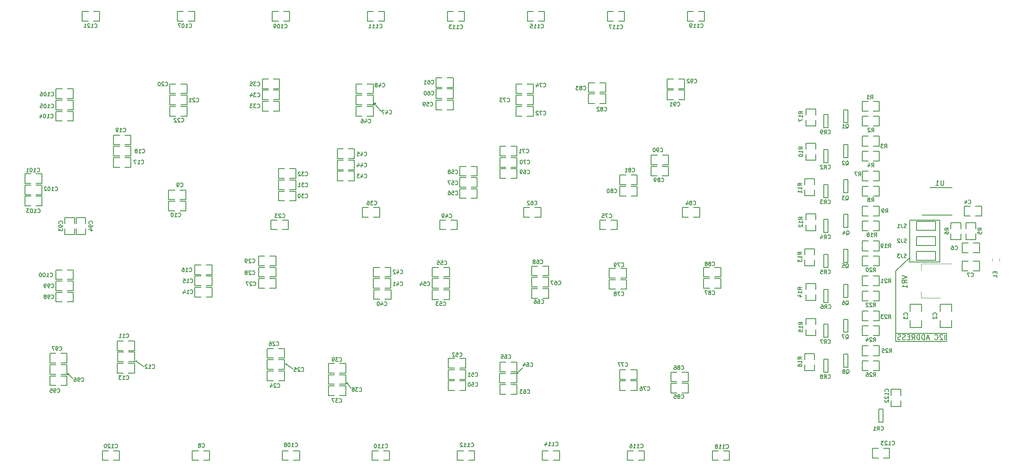
<source format=gbo>
G04 #@! TF.GenerationSoftware,KiCad,Pcbnew,5.1.12-84ad8e8a86~92~ubuntu20.04.1*
G04 #@! TF.CreationDate,2022-02-12T14:31:20-08:00*
G04 #@! TF.ProjectId,lp_filter_8_bands,6c705f66-696c-4746-9572-5f385f62616e,rev?*
G04 #@! TF.SameCoordinates,Original*
G04 #@! TF.FileFunction,Legend,Bot*
G04 #@! TF.FilePolarity,Positive*
%FSLAX46Y46*%
G04 Gerber Fmt 4.6, Leading zero omitted, Abs format (unit mm)*
G04 Created by KiCad (PCBNEW 5.1.12-84ad8e8a86~92~ubuntu20.04.1) date 2022-02-12 14:31:20*
%MOMM*%
%LPD*%
G01*
G04 APERTURE LIST*
%ADD10C,0.150000*%
%ADD11C,0.152400*%
%ADD12C,0.120000*%
%ADD13C,2.000000*%
%ADD14R,4.200000X1.350000*%
%ADD15R,1.600000X0.900000*%
%ADD16R,0.900000X1.300000*%
%ADD17R,1.300000X0.900000*%
%ADD18R,0.900000X0.800000*%
%ADD19O,2.100000X1.400000*%
%ADD20R,2.100000X1.400000*%
%ADD21R,1.400000X1.100000*%
%ADD22R,2.032000X2.032000*%
%ADD23R,1.100000X1.400000*%
%ADD24R,0.965200X1.270000*%
%ADD25R,1.500000X0.450000*%
%ADD26R,2.000000X3.800000*%
%ADD27R,2.000000X1.500000*%
%ADD28C,0.800000*%
%ADD29C,7.000000*%
G04 APERTURE END LIST*
D10*
X226000000Y-107000000D02*
X226000000Y-121100000D01*
X236100000Y-119500000D02*
X228300000Y-119500000D01*
X236100000Y-121100000D02*
X236100000Y-119500000D01*
X226000000Y-121100000D02*
X236000000Y-121100000D01*
X228200000Y-119500000D02*
X226000000Y-119500000D01*
X235790476Y-120752380D02*
X235790476Y-119752380D01*
X235361904Y-119847619D02*
X235314285Y-119800000D01*
X235219047Y-119752380D01*
X234980952Y-119752380D01*
X234885714Y-119800000D01*
X234838095Y-119847619D01*
X234790476Y-119942857D01*
X234790476Y-120038095D01*
X234838095Y-120180952D01*
X235409523Y-120752380D01*
X234790476Y-120752380D01*
X233790476Y-120657142D02*
X233838095Y-120704761D01*
X233980952Y-120752380D01*
X234076190Y-120752380D01*
X234219047Y-120704761D01*
X234314285Y-120609523D01*
X234361904Y-120514285D01*
X234409523Y-120323809D01*
X234409523Y-120180952D01*
X234361904Y-119990476D01*
X234314285Y-119895238D01*
X234219047Y-119800000D01*
X234076190Y-119752380D01*
X233980952Y-119752380D01*
X233838095Y-119800000D01*
X233790476Y-119847619D01*
X232647619Y-120466666D02*
X232171428Y-120466666D01*
X232742857Y-120752380D02*
X232409523Y-119752380D01*
X232076190Y-120752380D01*
X231742857Y-120752380D02*
X231742857Y-119752380D01*
X231504761Y-119752380D01*
X231361904Y-119800000D01*
X231266666Y-119895238D01*
X231219047Y-119990476D01*
X231171428Y-120180952D01*
X231171428Y-120323809D01*
X231219047Y-120514285D01*
X231266666Y-120609523D01*
X231361904Y-120704761D01*
X231504761Y-120752380D01*
X231742857Y-120752380D01*
X230742857Y-120752380D02*
X230742857Y-119752380D01*
X230504761Y-119752380D01*
X230361904Y-119800000D01*
X230266666Y-119895238D01*
X230219047Y-119990476D01*
X230171428Y-120180952D01*
X230171428Y-120323809D01*
X230219047Y-120514285D01*
X230266666Y-120609523D01*
X230361904Y-120704761D01*
X230504761Y-120752380D01*
X230742857Y-120752380D01*
X229171428Y-120752380D02*
X229504761Y-120276190D01*
X229742857Y-120752380D02*
X229742857Y-119752380D01*
X229361904Y-119752380D01*
X229266666Y-119800000D01*
X229219047Y-119847619D01*
X229171428Y-119942857D01*
X229171428Y-120085714D01*
X229219047Y-120180952D01*
X229266666Y-120228571D01*
X229361904Y-120276190D01*
X229742857Y-120276190D01*
X228742857Y-120228571D02*
X228409523Y-120228571D01*
X228266666Y-120752380D02*
X228742857Y-120752380D01*
X228742857Y-119752380D01*
X228266666Y-119752380D01*
X227885714Y-120704761D02*
X227742857Y-120752380D01*
X227504761Y-120752380D01*
X227409523Y-120704761D01*
X227361904Y-120657142D01*
X227314285Y-120561904D01*
X227314285Y-120466666D01*
X227361904Y-120371428D01*
X227409523Y-120323809D01*
X227504761Y-120276190D01*
X227695238Y-120228571D01*
X227790476Y-120180952D01*
X227838095Y-120133333D01*
X227885714Y-120038095D01*
X227885714Y-119942857D01*
X227838095Y-119847619D01*
X227790476Y-119800000D01*
X227695238Y-119752380D01*
X227457142Y-119752380D01*
X227314285Y-119800000D01*
X226933333Y-120704761D02*
X226790476Y-120752380D01*
X226552380Y-120752380D01*
X226457142Y-120704761D01*
X226409523Y-120657142D01*
X226361904Y-120561904D01*
X226361904Y-120466666D01*
X226409523Y-120371428D01*
X226457142Y-120323809D01*
X226552380Y-120276190D01*
X226742857Y-120228571D01*
X226838095Y-120180952D01*
X226885714Y-120133333D01*
X226933333Y-120038095D01*
X226933333Y-119942857D01*
X226885714Y-119847619D01*
X226838095Y-119800000D01*
X226742857Y-119752380D01*
X226504761Y-119752380D01*
X226361904Y-119800000D01*
X228800000Y-104400000D02*
X226000000Y-107000000D01*
X121600000Y-73600000D02*
X121800000Y-73600000D01*
X121800000Y-73600000D02*
X121600000Y-73600000D01*
X121800000Y-73400000D02*
X121800000Y-73600000D01*
X122000000Y-73400000D02*
X121600000Y-73800000D01*
X60400000Y-127800000D02*
X60400000Y-127600000D01*
X60600000Y-127600000D02*
X60400000Y-127800000D01*
X60400000Y-127600000D02*
X60600000Y-127600000D01*
X61400000Y-128600000D02*
X60400000Y-127600000D01*
X74000000Y-125200000D02*
X74000000Y-125000000D01*
X74200000Y-125000000D02*
X74000000Y-125200000D01*
X74000000Y-125000000D02*
X74200000Y-125000000D01*
X75600000Y-126200000D02*
X74000000Y-125000000D01*
X150200000Y-127400000D02*
X150400000Y-127600000D01*
X116200000Y-129600000D02*
X116400000Y-129400000D01*
X104000000Y-125800000D02*
X104000000Y-125600000D01*
X104200000Y-125600000D02*
X104000000Y-125800000D01*
X104000000Y-125600000D02*
X104200000Y-125600000D01*
X105400000Y-126600000D02*
X104000000Y-125600000D01*
X116200000Y-129400000D02*
X116200000Y-129600000D01*
X116200000Y-129400000D02*
X116400000Y-129400000D01*
X117000000Y-130400000D02*
X116200000Y-129400000D01*
X150200000Y-127600000D02*
X150400000Y-127600000D01*
X150200000Y-127600000D02*
X150200000Y-127400000D01*
X151400000Y-126400000D02*
X150200000Y-127600000D01*
X121600000Y-73400000D02*
X121600000Y-73800000D01*
X121600000Y-73400000D02*
X122000000Y-73400000D01*
X123000000Y-75000000D02*
X121600000Y-73400000D01*
X234800000Y-96800000D02*
X228800000Y-96800000D01*
X234800000Y-105200000D02*
X234800000Y-96800000D01*
X228800000Y-105200000D02*
X234800000Y-105200000D01*
X228800000Y-96800000D02*
X228800000Y-105200000D01*
D11*
X234857000Y-115116000D02*
X234857000Y-113665000D01*
X237143000Y-118345000D02*
X237143000Y-116894000D01*
X234857000Y-118345000D02*
X237143000Y-118345000D01*
X234857000Y-116894000D02*
X234857000Y-118345000D01*
X237143000Y-113665000D02*
X237143000Y-115116000D01*
X234857000Y-113665000D02*
X237143000Y-113665000D01*
X228857000Y-113665000D02*
X231143000Y-113665000D01*
X231143000Y-113665000D02*
X231143000Y-115116000D01*
X228857000Y-116894000D02*
X228857000Y-118345000D01*
X228857000Y-118345000D02*
X231143000Y-118345000D01*
X231143000Y-118345000D02*
X231143000Y-116894000D01*
X228857000Y-115116000D02*
X228857000Y-113665000D01*
X240897000Y-94038000D02*
X239681000Y-94038000D01*
X239681000Y-94038000D02*
X239681000Y-95962000D01*
X239681000Y-95962000D02*
X240897000Y-95962000D01*
X241913000Y-95962000D02*
X243129000Y-95962000D01*
X243129000Y-95962000D02*
X243129000Y-94038000D01*
X243129000Y-94038000D02*
X241913000Y-94038000D01*
X239271000Y-106962000D02*
X240487000Y-106962000D01*
X239271000Y-105038000D02*
X239271000Y-106962000D01*
X240487000Y-105038000D02*
X239271000Y-105038000D01*
X242719000Y-105038000D02*
X241503000Y-105038000D01*
X242719000Y-106962000D02*
X242719000Y-105038000D01*
X241503000Y-106962000D02*
X242719000Y-106962000D01*
X81747000Y-90798000D02*
X80531000Y-90798000D01*
X80531000Y-90798000D02*
X80531000Y-92722000D01*
X80531000Y-92722000D02*
X81747000Y-92722000D01*
X82763000Y-92722000D02*
X83979000Y-92722000D01*
X83979000Y-92722000D02*
X83979000Y-90798000D01*
X83979000Y-90798000D02*
X82763000Y-90798000D01*
X81747000Y-93038000D02*
X80531000Y-93038000D01*
X80531000Y-93038000D02*
X80531000Y-94962000D01*
X80531000Y-94962000D02*
X81747000Y-94962000D01*
X82763000Y-94962000D02*
X83979000Y-94962000D01*
X83979000Y-94962000D02*
X83979000Y-93038000D01*
X83979000Y-93038000D02*
X82763000Y-93038000D01*
X70271000Y-122962000D02*
X71487000Y-122962000D01*
X70271000Y-121038000D02*
X70271000Y-122962000D01*
X71487000Y-121038000D02*
X70271000Y-121038000D01*
X73719000Y-121038000D02*
X72503000Y-121038000D01*
X73719000Y-122962000D02*
X73719000Y-121038000D01*
X72503000Y-122962000D02*
X73719000Y-122962000D01*
X72550500Y-125202000D02*
X73766500Y-125202000D01*
X73766500Y-125202000D02*
X73766500Y-123278000D01*
X73766500Y-123278000D02*
X72550500Y-123278000D01*
X71534500Y-123278000D02*
X70318500Y-123278000D01*
X70318500Y-123278000D02*
X70318500Y-125202000D01*
X70318500Y-125202000D02*
X71534500Y-125202000D01*
X70271000Y-127462000D02*
X71487000Y-127462000D01*
X70271000Y-125538000D02*
X70271000Y-127462000D01*
X71487000Y-125538000D02*
X70271000Y-125538000D01*
X73719000Y-125538000D02*
X72503000Y-125538000D01*
X73719000Y-127462000D02*
X73719000Y-125538000D01*
X72503000Y-127462000D02*
X73719000Y-127462000D01*
X89229000Y-110288000D02*
X88013000Y-110288000D01*
X89229000Y-112212000D02*
X89229000Y-110288000D01*
X88013000Y-112212000D02*
X89229000Y-112212000D01*
X85781000Y-112212000D02*
X86997000Y-112212000D01*
X85781000Y-110288000D02*
X85781000Y-112212000D01*
X86997000Y-110288000D02*
X85781000Y-110288000D01*
X86997000Y-108038000D02*
X85781000Y-108038000D01*
X85781000Y-108038000D02*
X85781000Y-109962000D01*
X85781000Y-109962000D02*
X86997000Y-109962000D01*
X88013000Y-109962000D02*
X89229000Y-109962000D01*
X89229000Y-109962000D02*
X89229000Y-108038000D01*
X89229000Y-108038000D02*
X88013000Y-108038000D01*
X89229000Y-105788000D02*
X88013000Y-105788000D01*
X89229000Y-107712000D02*
X89229000Y-105788000D01*
X88013000Y-107712000D02*
X89229000Y-107712000D01*
X85781000Y-107712000D02*
X86997000Y-107712000D01*
X85781000Y-105788000D02*
X85781000Y-107712000D01*
X86997000Y-105788000D02*
X85781000Y-105788000D01*
X71753000Y-86212000D02*
X72969000Y-86212000D01*
X72969000Y-86212000D02*
X72969000Y-84288000D01*
X72969000Y-84288000D02*
X71753000Y-84288000D01*
X70737000Y-84288000D02*
X69521000Y-84288000D01*
X69521000Y-84288000D02*
X69521000Y-86212000D01*
X69521000Y-86212000D02*
X70737000Y-86212000D01*
X69521000Y-83962000D02*
X70737000Y-83962000D01*
X69521000Y-82038000D02*
X69521000Y-83962000D01*
X70737000Y-82038000D02*
X69521000Y-82038000D01*
X72969000Y-82038000D02*
X71753000Y-82038000D01*
X72969000Y-83962000D02*
X72969000Y-82038000D01*
X71753000Y-83962000D02*
X72969000Y-83962000D01*
X71753000Y-81712000D02*
X72969000Y-81712000D01*
X72969000Y-81712000D02*
X72969000Y-79788000D01*
X72969000Y-79788000D02*
X71753000Y-79788000D01*
X70737000Y-79788000D02*
X69521000Y-79788000D01*
X69521000Y-79788000D02*
X69521000Y-81712000D01*
X69521000Y-81712000D02*
X70737000Y-81712000D01*
X80771000Y-71462000D02*
X81987000Y-71462000D01*
X80771000Y-69538000D02*
X80771000Y-71462000D01*
X81987000Y-69538000D02*
X80771000Y-69538000D01*
X84219000Y-69538000D02*
X83003000Y-69538000D01*
X84219000Y-71462000D02*
X84219000Y-69538000D01*
X83003000Y-71462000D02*
X84219000Y-71462000D01*
X83003000Y-73712000D02*
X84219000Y-73712000D01*
X84219000Y-73712000D02*
X84219000Y-71788000D01*
X84219000Y-71788000D02*
X83003000Y-71788000D01*
X81987000Y-71788000D02*
X80771000Y-71788000D01*
X80771000Y-71788000D02*
X80771000Y-73712000D01*
X80771000Y-73712000D02*
X81987000Y-73712000D01*
X80771000Y-75962000D02*
X81987000Y-75962000D01*
X80771000Y-74038000D02*
X80771000Y-75962000D01*
X81987000Y-74038000D02*
X80771000Y-74038000D01*
X84219000Y-74038000D02*
X83003000Y-74038000D01*
X84219000Y-75962000D02*
X84219000Y-74038000D01*
X83003000Y-75962000D02*
X84219000Y-75962000D01*
X101021000Y-98712000D02*
X102237000Y-98712000D01*
X101021000Y-96788000D02*
X101021000Y-98712000D01*
X102237000Y-96788000D02*
X101021000Y-96788000D01*
X104469000Y-96788000D02*
X103253000Y-96788000D01*
X104469000Y-98712000D02*
X104469000Y-96788000D01*
X103253000Y-98712000D02*
X104469000Y-98712000D01*
X102503000Y-128962000D02*
X103719000Y-128962000D01*
X103719000Y-128962000D02*
X103719000Y-127038000D01*
X103719000Y-127038000D02*
X102503000Y-127038000D01*
X101487000Y-127038000D02*
X100271000Y-127038000D01*
X100271000Y-127038000D02*
X100271000Y-128962000D01*
X100271000Y-128962000D02*
X101487000Y-128962000D01*
X100271000Y-126712000D02*
X101487000Y-126712000D01*
X100271000Y-124788000D02*
X100271000Y-126712000D01*
X101487000Y-124788000D02*
X100271000Y-124788000D01*
X103719000Y-124788000D02*
X102503000Y-124788000D01*
X103719000Y-126712000D02*
X103719000Y-124788000D01*
X102503000Y-126712000D02*
X103719000Y-126712000D01*
X102503000Y-124462000D02*
X103719000Y-124462000D01*
X103719000Y-124462000D02*
X103719000Y-122538000D01*
X103719000Y-122538000D02*
X102503000Y-122538000D01*
X101487000Y-122538000D02*
X100271000Y-122538000D01*
X100271000Y-122538000D02*
X100271000Y-124462000D01*
X100271000Y-124462000D02*
X101487000Y-124462000D01*
X101979000Y-108538000D02*
X100763000Y-108538000D01*
X101979000Y-110462000D02*
X101979000Y-108538000D01*
X100763000Y-110462000D02*
X101979000Y-110462000D01*
X98531000Y-110462000D02*
X99747000Y-110462000D01*
X98531000Y-108538000D02*
X98531000Y-110462000D01*
X99747000Y-108538000D02*
X98531000Y-108538000D01*
X99747000Y-106288000D02*
X98531000Y-106288000D01*
X98531000Y-106288000D02*
X98531000Y-108212000D01*
X98531000Y-108212000D02*
X99747000Y-108212000D01*
X100763000Y-108212000D02*
X101979000Y-108212000D01*
X101979000Y-108212000D02*
X101979000Y-106288000D01*
X101979000Y-106288000D02*
X100763000Y-106288000D01*
X99747000Y-104038000D02*
X98531000Y-104038000D01*
X98531000Y-104038000D02*
X98531000Y-105962000D01*
X98531000Y-105962000D02*
X99747000Y-105962000D01*
X100763000Y-105962000D02*
X101979000Y-105962000D01*
X101979000Y-105962000D02*
X101979000Y-104038000D01*
X101979000Y-104038000D02*
X100763000Y-104038000D01*
X102521000Y-92962000D02*
X103737000Y-92962000D01*
X102521000Y-91038000D02*
X102521000Y-92962000D01*
X103737000Y-91038000D02*
X102521000Y-91038000D01*
X105969000Y-91038000D02*
X104753000Y-91038000D01*
X105969000Y-92962000D02*
X105969000Y-91038000D01*
X104753000Y-92962000D02*
X105969000Y-92962000D01*
X104753000Y-90712000D02*
X105969000Y-90712000D01*
X105969000Y-90712000D02*
X105969000Y-88788000D01*
X105969000Y-88788000D02*
X104753000Y-88788000D01*
X103737000Y-88788000D02*
X102521000Y-88788000D01*
X102521000Y-88788000D02*
X102521000Y-90712000D01*
X102521000Y-90712000D02*
X103737000Y-90712000D01*
X102521000Y-88462000D02*
X103737000Y-88462000D01*
X102521000Y-86538000D02*
X102521000Y-88462000D01*
X103737000Y-86538000D02*
X102521000Y-86538000D01*
X105969000Y-86538000D02*
X104753000Y-86538000D01*
X105969000Y-88462000D02*
X105969000Y-86538000D01*
X104753000Y-88462000D02*
X105969000Y-88462000D01*
X102729000Y-73038000D02*
X101513000Y-73038000D01*
X102729000Y-74962000D02*
X102729000Y-73038000D01*
X101513000Y-74962000D02*
X102729000Y-74962000D01*
X99281000Y-74962000D02*
X100497000Y-74962000D01*
X99281000Y-73038000D02*
X99281000Y-74962000D01*
X100497000Y-73038000D02*
X99281000Y-73038000D01*
X102729000Y-70788000D02*
X101513000Y-70788000D01*
X102729000Y-72712000D02*
X102729000Y-70788000D01*
X101513000Y-72712000D02*
X102729000Y-72712000D01*
X99281000Y-72712000D02*
X100497000Y-72712000D01*
X99281000Y-70788000D02*
X99281000Y-72712000D01*
X100497000Y-70788000D02*
X99281000Y-70788000D01*
X100497000Y-68538000D02*
X99281000Y-68538000D01*
X99281000Y-68538000D02*
X99281000Y-70462000D01*
X99281000Y-70462000D02*
X100497000Y-70462000D01*
X101513000Y-70462000D02*
X102729000Y-70462000D01*
X102729000Y-70462000D02*
X102729000Y-68538000D01*
X102729000Y-68538000D02*
X101513000Y-68538000D01*
X120497000Y-94288000D02*
X119281000Y-94288000D01*
X119281000Y-94288000D02*
X119281000Y-96212000D01*
X119281000Y-96212000D02*
X120497000Y-96212000D01*
X121513000Y-96212000D02*
X122729000Y-96212000D01*
X122729000Y-96212000D02*
X122729000Y-94288000D01*
X122729000Y-94288000D02*
X121513000Y-94288000D01*
X112521000Y-131962000D02*
X113737000Y-131962000D01*
X112521000Y-130038000D02*
X112521000Y-131962000D01*
X113737000Y-130038000D02*
X112521000Y-130038000D01*
X115969000Y-130038000D02*
X114753000Y-130038000D01*
X115969000Y-131962000D02*
X115969000Y-130038000D01*
X114753000Y-131962000D02*
X115969000Y-131962000D01*
X112521000Y-129712000D02*
X113737000Y-129712000D01*
X112521000Y-127788000D02*
X112521000Y-129712000D01*
X113737000Y-127788000D02*
X112521000Y-127788000D01*
X115969000Y-127788000D02*
X114753000Y-127788000D01*
X115969000Y-129712000D02*
X115969000Y-127788000D01*
X114753000Y-129712000D02*
X115969000Y-129712000D01*
X114753000Y-127462000D02*
X115969000Y-127462000D01*
X115969000Y-127462000D02*
X115969000Y-125538000D01*
X115969000Y-125538000D02*
X114753000Y-125538000D01*
X113737000Y-125538000D02*
X112521000Y-125538000D01*
X112521000Y-125538000D02*
X112521000Y-127462000D01*
X112521000Y-127462000D02*
X113737000Y-127462000D01*
X123800500Y-112702000D02*
X125016500Y-112702000D01*
X125016500Y-112702000D02*
X125016500Y-110778000D01*
X125016500Y-110778000D02*
X123800500Y-110778000D01*
X122784500Y-110778000D02*
X121568500Y-110778000D01*
X121568500Y-110778000D02*
X121568500Y-112702000D01*
X121568500Y-112702000D02*
X122784500Y-112702000D01*
X121521000Y-110462000D02*
X122737000Y-110462000D01*
X121521000Y-108538000D02*
X121521000Y-110462000D01*
X122737000Y-108538000D02*
X121521000Y-108538000D01*
X124969000Y-108538000D02*
X123753000Y-108538000D01*
X124969000Y-110462000D02*
X124969000Y-108538000D01*
X123753000Y-110462000D02*
X124969000Y-110462000D01*
X121521000Y-108212000D02*
X122737000Y-108212000D01*
X121521000Y-106288000D02*
X121521000Y-108212000D01*
X122737000Y-106288000D02*
X121521000Y-106288000D01*
X124969000Y-106288000D02*
X123753000Y-106288000D01*
X124969000Y-108212000D02*
X124969000Y-106288000D01*
X123753000Y-108212000D02*
X124969000Y-108212000D01*
X114271000Y-88962000D02*
X115487000Y-88962000D01*
X114271000Y-87038000D02*
X114271000Y-88962000D01*
X115487000Y-87038000D02*
X114271000Y-87038000D01*
X117719000Y-87038000D02*
X116503000Y-87038000D01*
X117719000Y-88962000D02*
X117719000Y-87038000D01*
X116503000Y-88962000D02*
X117719000Y-88962000D01*
X114271000Y-86712000D02*
X115487000Y-86712000D01*
X114271000Y-84788000D02*
X114271000Y-86712000D01*
X115487000Y-84788000D02*
X114271000Y-84788000D01*
X117719000Y-84788000D02*
X116503000Y-84788000D01*
X117719000Y-86712000D02*
X117719000Y-84788000D01*
X116503000Y-86712000D02*
X117719000Y-86712000D01*
X116503000Y-84462000D02*
X117719000Y-84462000D01*
X117719000Y-84462000D02*
X117719000Y-82538000D01*
X117719000Y-82538000D02*
X116503000Y-82538000D01*
X115487000Y-82538000D02*
X114271000Y-82538000D01*
X114271000Y-82538000D02*
X114271000Y-84462000D01*
X114271000Y-84462000D02*
X115487000Y-84462000D01*
X120253000Y-75962000D02*
X121469000Y-75962000D01*
X121469000Y-75962000D02*
X121469000Y-74038000D01*
X121469000Y-74038000D02*
X120253000Y-74038000D01*
X119237000Y-74038000D02*
X118021000Y-74038000D01*
X118021000Y-74038000D02*
X118021000Y-75962000D01*
X118021000Y-75962000D02*
X119237000Y-75962000D01*
X120253000Y-73712000D02*
X121469000Y-73712000D01*
X121469000Y-73712000D02*
X121469000Y-71788000D01*
X121469000Y-71788000D02*
X120253000Y-71788000D01*
X119237000Y-71788000D02*
X118021000Y-71788000D01*
X118021000Y-71788000D02*
X118021000Y-73712000D01*
X118021000Y-73712000D02*
X119237000Y-73712000D01*
X118021000Y-71462000D02*
X119237000Y-71462000D01*
X118021000Y-69538000D02*
X118021000Y-71462000D01*
X119237000Y-69538000D02*
X118021000Y-69538000D01*
X121469000Y-69538000D02*
X120253000Y-69538000D01*
X121469000Y-71462000D02*
X121469000Y-69538000D01*
X120253000Y-71462000D02*
X121469000Y-71462000D01*
X137003000Y-98712000D02*
X138219000Y-98712000D01*
X138219000Y-98712000D02*
X138219000Y-96788000D01*
X138219000Y-96788000D02*
X137003000Y-96788000D01*
X135987000Y-96788000D02*
X134771000Y-96788000D01*
X134771000Y-96788000D02*
X134771000Y-98712000D01*
X134771000Y-98712000D02*
X135987000Y-98712000D01*
X136521000Y-130962000D02*
X137737000Y-130962000D01*
X136521000Y-129038000D02*
X136521000Y-130962000D01*
X137737000Y-129038000D02*
X136521000Y-129038000D01*
X139969000Y-129038000D02*
X138753000Y-129038000D01*
X139969000Y-130962000D02*
X139969000Y-129038000D01*
X138753000Y-130962000D02*
X139969000Y-130962000D01*
X138753000Y-128712000D02*
X139969000Y-128712000D01*
X139969000Y-128712000D02*
X139969000Y-126788000D01*
X139969000Y-126788000D02*
X138753000Y-126788000D01*
X137737000Y-126788000D02*
X136521000Y-126788000D01*
X136521000Y-126788000D02*
X136521000Y-128712000D01*
X136521000Y-128712000D02*
X137737000Y-128712000D01*
X138753000Y-126462000D02*
X139969000Y-126462000D01*
X139969000Y-126462000D02*
X139969000Y-124538000D01*
X139969000Y-124538000D02*
X138753000Y-124538000D01*
X137737000Y-124538000D02*
X136521000Y-124538000D01*
X136521000Y-124538000D02*
X136521000Y-126462000D01*
X136521000Y-126462000D02*
X137737000Y-126462000D01*
X134497000Y-110788000D02*
X133281000Y-110788000D01*
X133281000Y-110788000D02*
X133281000Y-112712000D01*
X133281000Y-112712000D02*
X134497000Y-112712000D01*
X135513000Y-112712000D02*
X136729000Y-112712000D01*
X136729000Y-112712000D02*
X136729000Y-110788000D01*
X136729000Y-110788000D02*
X135513000Y-110788000D01*
X136729000Y-108538000D02*
X135513000Y-108538000D01*
X136729000Y-110462000D02*
X136729000Y-108538000D01*
X135513000Y-110462000D02*
X136729000Y-110462000D01*
X133281000Y-110462000D02*
X134497000Y-110462000D01*
X133281000Y-108538000D02*
X133281000Y-110462000D01*
X134497000Y-108538000D02*
X133281000Y-108538000D01*
X136729000Y-106288000D02*
X135513000Y-106288000D01*
X136729000Y-108212000D02*
X136729000Y-106288000D01*
X135513000Y-108212000D02*
X136729000Y-108212000D01*
X133281000Y-108212000D02*
X134497000Y-108212000D01*
X133281000Y-106288000D02*
X133281000Y-108212000D01*
X134497000Y-106288000D02*
X133281000Y-106288000D01*
X142229000Y-90538000D02*
X141013000Y-90538000D01*
X142229000Y-92462000D02*
X142229000Y-90538000D01*
X141013000Y-92462000D02*
X142229000Y-92462000D01*
X138781000Y-92462000D02*
X139997000Y-92462000D01*
X138781000Y-90538000D02*
X138781000Y-92462000D01*
X139997000Y-90538000D02*
X138781000Y-90538000D01*
X139997000Y-88288000D02*
X138781000Y-88288000D01*
X138781000Y-88288000D02*
X138781000Y-90212000D01*
X138781000Y-90212000D02*
X139997000Y-90212000D01*
X141013000Y-90212000D02*
X142229000Y-90212000D01*
X142229000Y-90212000D02*
X142229000Y-88288000D01*
X142229000Y-88288000D02*
X141013000Y-88288000D01*
X139997000Y-86038000D02*
X138781000Y-86038000D01*
X138781000Y-86038000D02*
X138781000Y-87962000D01*
X138781000Y-87962000D02*
X139997000Y-87962000D01*
X141013000Y-87962000D02*
X142229000Y-87962000D01*
X142229000Y-87962000D02*
X142229000Y-86038000D01*
X142229000Y-86038000D02*
X141013000Y-86038000D01*
X137479000Y-72788000D02*
X136263000Y-72788000D01*
X137479000Y-74712000D02*
X137479000Y-72788000D01*
X136263000Y-74712000D02*
X137479000Y-74712000D01*
X134031000Y-74712000D02*
X135247000Y-74712000D01*
X134031000Y-72788000D02*
X134031000Y-74712000D01*
X135247000Y-72788000D02*
X134031000Y-72788000D01*
X135247000Y-70538000D02*
X134031000Y-70538000D01*
X134031000Y-70538000D02*
X134031000Y-72462000D01*
X134031000Y-72462000D02*
X135247000Y-72462000D01*
X136263000Y-72462000D02*
X137479000Y-72462000D01*
X137479000Y-72462000D02*
X137479000Y-70538000D01*
X137479000Y-70538000D02*
X136263000Y-70538000D01*
X137479000Y-68288000D02*
X136263000Y-68288000D01*
X137479000Y-70212000D02*
X137479000Y-68288000D01*
X136263000Y-70212000D02*
X137479000Y-70212000D01*
X134031000Y-70212000D02*
X135247000Y-70212000D01*
X134031000Y-68288000D02*
X134031000Y-70212000D01*
X135247000Y-68288000D02*
X134031000Y-68288000D01*
X152747000Y-94288000D02*
X151531000Y-94288000D01*
X151531000Y-94288000D02*
X151531000Y-96212000D01*
X151531000Y-96212000D02*
X152747000Y-96212000D01*
X153763000Y-96212000D02*
X154979000Y-96212000D01*
X154979000Y-96212000D02*
X154979000Y-94288000D01*
X154979000Y-94288000D02*
X153763000Y-94288000D01*
X149003000Y-131712000D02*
X150219000Y-131712000D01*
X150219000Y-131712000D02*
X150219000Y-129788000D01*
X150219000Y-129788000D02*
X149003000Y-129788000D01*
X147987000Y-129788000D02*
X146771000Y-129788000D01*
X146771000Y-129788000D02*
X146771000Y-131712000D01*
X146771000Y-131712000D02*
X147987000Y-131712000D01*
X148955500Y-129452000D02*
X150171500Y-129452000D01*
X150171500Y-129452000D02*
X150171500Y-127528000D01*
X150171500Y-127528000D02*
X148955500Y-127528000D01*
X147939500Y-127528000D02*
X146723500Y-127528000D01*
X146723500Y-127528000D02*
X146723500Y-129452000D01*
X146723500Y-129452000D02*
X147939500Y-129452000D01*
X146771000Y-127212000D02*
X147987000Y-127212000D01*
X146771000Y-125288000D02*
X146771000Y-127212000D01*
X147987000Y-125288000D02*
X146771000Y-125288000D01*
X150219000Y-125288000D02*
X149003000Y-125288000D01*
X150219000Y-127212000D02*
X150219000Y-125288000D01*
X149003000Y-127212000D02*
X150219000Y-127212000D01*
X153121000Y-112462000D02*
X154337000Y-112462000D01*
X153121000Y-110538000D02*
X153121000Y-112462000D01*
X154337000Y-110538000D02*
X153121000Y-110538000D01*
X156569000Y-110538000D02*
X155353000Y-110538000D01*
X156569000Y-112462000D02*
X156569000Y-110538000D01*
X155353000Y-112462000D02*
X156569000Y-112462000D01*
X155353000Y-110212000D02*
X156569000Y-110212000D01*
X156569000Y-110212000D02*
X156569000Y-108288000D01*
X156569000Y-108288000D02*
X155353000Y-108288000D01*
X154337000Y-108288000D02*
X153121000Y-108288000D01*
X153121000Y-108288000D02*
X153121000Y-110212000D01*
X153121000Y-110212000D02*
X154337000Y-110212000D01*
X153121000Y-107962000D02*
X154337000Y-107962000D01*
X153121000Y-106038000D02*
X153121000Y-107962000D01*
X154337000Y-106038000D02*
X153121000Y-106038000D01*
X156569000Y-106038000D02*
X155353000Y-106038000D01*
X156569000Y-107962000D02*
X156569000Y-106038000D01*
X155353000Y-107962000D02*
X156569000Y-107962000D01*
X149003000Y-88462000D02*
X150219000Y-88462000D01*
X150219000Y-88462000D02*
X150219000Y-86538000D01*
X150219000Y-86538000D02*
X149003000Y-86538000D01*
X147987000Y-86538000D02*
X146771000Y-86538000D01*
X146771000Y-86538000D02*
X146771000Y-88462000D01*
X146771000Y-88462000D02*
X147987000Y-88462000D01*
X146771000Y-86212000D02*
X147987000Y-86212000D01*
X146771000Y-84288000D02*
X146771000Y-86212000D01*
X147987000Y-84288000D02*
X146771000Y-84288000D01*
X150219000Y-84288000D02*
X149003000Y-84288000D01*
X150219000Y-86212000D02*
X150219000Y-84288000D01*
X149003000Y-86212000D02*
X150219000Y-86212000D01*
X149003000Y-83962000D02*
X150219000Y-83962000D01*
X150219000Y-83962000D02*
X150219000Y-82038000D01*
X150219000Y-82038000D02*
X149003000Y-82038000D01*
X147987000Y-82038000D02*
X146771000Y-82038000D01*
X146771000Y-82038000D02*
X146771000Y-83962000D01*
X146771000Y-83962000D02*
X147987000Y-83962000D01*
X150021000Y-75962000D02*
X151237000Y-75962000D01*
X150021000Y-74038000D02*
X150021000Y-75962000D01*
X151237000Y-74038000D02*
X150021000Y-74038000D01*
X153469000Y-74038000D02*
X152253000Y-74038000D01*
X153469000Y-75962000D02*
X153469000Y-74038000D01*
X152253000Y-75962000D02*
X153469000Y-75962000D01*
X152253000Y-73712000D02*
X153469000Y-73712000D01*
X153469000Y-73712000D02*
X153469000Y-71788000D01*
X153469000Y-71788000D02*
X152253000Y-71788000D01*
X151237000Y-71788000D02*
X150021000Y-71788000D01*
X150021000Y-71788000D02*
X150021000Y-73712000D01*
X150021000Y-73712000D02*
X151237000Y-73712000D01*
X152253000Y-71462000D02*
X153469000Y-71462000D01*
X153469000Y-71462000D02*
X153469000Y-69538000D01*
X153469000Y-69538000D02*
X152253000Y-69538000D01*
X151237000Y-69538000D02*
X150021000Y-69538000D01*
X150021000Y-69538000D02*
X150021000Y-71462000D01*
X150021000Y-71462000D02*
X151237000Y-71462000D01*
X166771000Y-98712000D02*
X167987000Y-98712000D01*
X166771000Y-96788000D02*
X166771000Y-98712000D01*
X167987000Y-96788000D02*
X166771000Y-96788000D01*
X170219000Y-96788000D02*
X169003000Y-96788000D01*
X170219000Y-98712000D02*
X170219000Y-96788000D01*
X169003000Y-98712000D02*
X170219000Y-98712000D01*
X173003000Y-130962000D02*
X174219000Y-130962000D01*
X174219000Y-130962000D02*
X174219000Y-129038000D01*
X174219000Y-129038000D02*
X173003000Y-129038000D01*
X171987000Y-129038000D02*
X170771000Y-129038000D01*
X170771000Y-129038000D02*
X170771000Y-130962000D01*
X170771000Y-130962000D02*
X171987000Y-130962000D01*
X173003000Y-128712000D02*
X174219000Y-128712000D01*
X174219000Y-128712000D02*
X174219000Y-126788000D01*
X174219000Y-126788000D02*
X173003000Y-126788000D01*
X171987000Y-126788000D02*
X170771000Y-126788000D01*
X170771000Y-126788000D02*
X170771000Y-128712000D01*
X170771000Y-128712000D02*
X171987000Y-128712000D01*
X172129000Y-108738000D02*
X170913000Y-108738000D01*
X172129000Y-110662000D02*
X172129000Y-108738000D01*
X170913000Y-110662000D02*
X172129000Y-110662000D01*
X168681000Y-110662000D02*
X169897000Y-110662000D01*
X168681000Y-108738000D02*
X168681000Y-110662000D01*
X169897000Y-108738000D02*
X168681000Y-108738000D01*
X172129000Y-106488000D02*
X170913000Y-106488000D01*
X172129000Y-108412000D02*
X172129000Y-106488000D01*
X170913000Y-108412000D02*
X172129000Y-108412000D01*
X168681000Y-108412000D02*
X169897000Y-108412000D01*
X168681000Y-106488000D02*
X168681000Y-108412000D01*
X169897000Y-106488000D02*
X168681000Y-106488000D01*
X174229000Y-90038000D02*
X173013000Y-90038000D01*
X174229000Y-91962000D02*
X174229000Y-90038000D01*
X173013000Y-91962000D02*
X174229000Y-91962000D01*
X170781000Y-91962000D02*
X171997000Y-91962000D01*
X170781000Y-90038000D02*
X170781000Y-91962000D01*
X171997000Y-90038000D02*
X170781000Y-90038000D01*
X171997000Y-87788000D02*
X170781000Y-87788000D01*
X170781000Y-87788000D02*
X170781000Y-89712000D01*
X170781000Y-89712000D02*
X171997000Y-89712000D01*
X173013000Y-89712000D02*
X174229000Y-89712000D01*
X174229000Y-89712000D02*
X174229000Y-87788000D01*
X174229000Y-87788000D02*
X173013000Y-87788000D01*
X165747000Y-71538000D02*
X164531000Y-71538000D01*
X164531000Y-71538000D02*
X164531000Y-73462000D01*
X164531000Y-73462000D02*
X165747000Y-73462000D01*
X166763000Y-73462000D02*
X167979000Y-73462000D01*
X167979000Y-73462000D02*
X167979000Y-71538000D01*
X167979000Y-71538000D02*
X166763000Y-71538000D01*
X167979000Y-69288000D02*
X166763000Y-69288000D01*
X167979000Y-71212000D02*
X167979000Y-69288000D01*
X166763000Y-71212000D02*
X167979000Y-71212000D01*
X164531000Y-71212000D02*
X165747000Y-71212000D01*
X164531000Y-69288000D02*
X164531000Y-71212000D01*
X165747000Y-69288000D02*
X164531000Y-69288000D01*
X184497000Y-94288000D02*
X183281000Y-94288000D01*
X183281000Y-94288000D02*
X183281000Y-96212000D01*
X183281000Y-96212000D02*
X184497000Y-96212000D01*
X185513000Y-96212000D02*
X186729000Y-96212000D01*
X186729000Y-96212000D02*
X186729000Y-94288000D01*
X186729000Y-94288000D02*
X185513000Y-94288000D01*
X181021000Y-131462000D02*
X182237000Y-131462000D01*
X181021000Y-129538000D02*
X181021000Y-131462000D01*
X182237000Y-129538000D02*
X181021000Y-129538000D01*
X184469000Y-129538000D02*
X183253000Y-129538000D01*
X184469000Y-131462000D02*
X184469000Y-129538000D01*
X183253000Y-131462000D02*
X184469000Y-131462000D01*
X181021000Y-129212000D02*
X182237000Y-129212000D01*
X181021000Y-127288000D02*
X181021000Y-129212000D01*
X182237000Y-127288000D02*
X181021000Y-127288000D01*
X184469000Y-127288000D02*
X183253000Y-127288000D01*
X184469000Y-129212000D02*
X184469000Y-127288000D01*
X183253000Y-129212000D02*
X184469000Y-129212000D01*
X187521000Y-110462000D02*
X188737000Y-110462000D01*
X187521000Y-108538000D02*
X187521000Y-110462000D01*
X188737000Y-108538000D02*
X187521000Y-108538000D01*
X190969000Y-108538000D02*
X189753000Y-108538000D01*
X190969000Y-110462000D02*
X190969000Y-108538000D01*
X189753000Y-110462000D02*
X190969000Y-110462000D01*
X189753000Y-108212000D02*
X190969000Y-108212000D01*
X190969000Y-108212000D02*
X190969000Y-106288000D01*
X190969000Y-106288000D02*
X189753000Y-106288000D01*
X188737000Y-106288000D02*
X187521000Y-106288000D01*
X187521000Y-106288000D02*
X187521000Y-108212000D01*
X187521000Y-108212000D02*
X188737000Y-108212000D01*
X177021000Y-87962000D02*
X178237000Y-87962000D01*
X177021000Y-86038000D02*
X177021000Y-87962000D01*
X178237000Y-86038000D02*
X177021000Y-86038000D01*
X180469000Y-86038000D02*
X179253000Y-86038000D01*
X180469000Y-87962000D02*
X180469000Y-86038000D01*
X179253000Y-87962000D02*
X180469000Y-87962000D01*
X179300500Y-85702000D02*
X180516500Y-85702000D01*
X180516500Y-85702000D02*
X180516500Y-83778000D01*
X180516500Y-83778000D02*
X179300500Y-83778000D01*
X178284500Y-83778000D02*
X177068500Y-83778000D01*
X177068500Y-83778000D02*
X177068500Y-85702000D01*
X177068500Y-85702000D02*
X178284500Y-85702000D01*
X182503000Y-72712000D02*
X183719000Y-72712000D01*
X183719000Y-72712000D02*
X183719000Y-70788000D01*
X183719000Y-70788000D02*
X182503000Y-70788000D01*
X181487000Y-70788000D02*
X180271000Y-70788000D01*
X180271000Y-70788000D02*
X180271000Y-72712000D01*
X180271000Y-72712000D02*
X181487000Y-72712000D01*
X182503000Y-70462000D02*
X183719000Y-70462000D01*
X183719000Y-70462000D02*
X183719000Y-68538000D01*
X183719000Y-68538000D02*
X182503000Y-68538000D01*
X181487000Y-68538000D02*
X180271000Y-68538000D01*
X180271000Y-68538000D02*
X180271000Y-70462000D01*
X180271000Y-70462000D02*
X181487000Y-70462000D01*
X61712000Y-97497000D02*
X61712000Y-96281000D01*
X61712000Y-96281000D02*
X59788000Y-96281000D01*
X59788000Y-96281000D02*
X59788000Y-97497000D01*
X59788000Y-98513000D02*
X59788000Y-99729000D01*
X59788000Y-99729000D02*
X61712000Y-99729000D01*
X61712000Y-99729000D02*
X61712000Y-98513000D01*
X63962000Y-99729000D02*
X63962000Y-98513000D01*
X62038000Y-99729000D02*
X63962000Y-99729000D01*
X62038000Y-98513000D02*
X62038000Y-99729000D01*
X62038000Y-96281000D02*
X62038000Y-97497000D01*
X63962000Y-96281000D02*
X62038000Y-96281000D01*
X63962000Y-97497000D02*
X63962000Y-96281000D01*
X59003000Y-129962000D02*
X60219000Y-129962000D01*
X60219000Y-129962000D02*
X60219000Y-128038000D01*
X60219000Y-128038000D02*
X59003000Y-128038000D01*
X57987000Y-128038000D02*
X56771000Y-128038000D01*
X56771000Y-128038000D02*
X56771000Y-129962000D01*
X56771000Y-129962000D02*
X57987000Y-129962000D01*
X56771000Y-127702000D02*
X57987000Y-127702000D01*
X56771000Y-125778000D02*
X56771000Y-127702000D01*
X57987000Y-125778000D02*
X56771000Y-125778000D01*
X60219000Y-125778000D02*
X59003000Y-125778000D01*
X60219000Y-127702000D02*
X60219000Y-125778000D01*
X59003000Y-127702000D02*
X60219000Y-127702000D01*
X59003000Y-125462000D02*
X60219000Y-125462000D01*
X60219000Y-125462000D02*
X60219000Y-123538000D01*
X60219000Y-123538000D02*
X59003000Y-123538000D01*
X57987000Y-123538000D02*
X56771000Y-123538000D01*
X56771000Y-123538000D02*
X56771000Y-125462000D01*
X56771000Y-125462000D02*
X57987000Y-125462000D01*
X61479000Y-111288000D02*
X60263000Y-111288000D01*
X61479000Y-113212000D02*
X61479000Y-111288000D01*
X60263000Y-113212000D02*
X61479000Y-113212000D01*
X58031000Y-113212000D02*
X59247000Y-113212000D01*
X58031000Y-111288000D02*
X58031000Y-113212000D01*
X59247000Y-111288000D02*
X58031000Y-111288000D01*
X61479000Y-109038000D02*
X60263000Y-109038000D01*
X61479000Y-110962000D02*
X61479000Y-109038000D01*
X60263000Y-110962000D02*
X61479000Y-110962000D01*
X58031000Y-110962000D02*
X59247000Y-110962000D01*
X58031000Y-109038000D02*
X58031000Y-110962000D01*
X59247000Y-109038000D02*
X58031000Y-109038000D01*
X59247000Y-106788000D02*
X58031000Y-106788000D01*
X58031000Y-106788000D02*
X58031000Y-108712000D01*
X58031000Y-108712000D02*
X59247000Y-108712000D01*
X60263000Y-108712000D02*
X61479000Y-108712000D01*
X61479000Y-108712000D02*
X61479000Y-106788000D01*
X61479000Y-106788000D02*
X60263000Y-106788000D01*
X51771000Y-89462000D02*
X52987000Y-89462000D01*
X51771000Y-87538000D02*
X51771000Y-89462000D01*
X52987000Y-87538000D02*
X51771000Y-87538000D01*
X55219000Y-87538000D02*
X54003000Y-87538000D01*
X55219000Y-89462000D02*
X55219000Y-87538000D01*
X54003000Y-89462000D02*
X55219000Y-89462000D01*
X51771000Y-91712000D02*
X52987000Y-91712000D01*
X51771000Y-89788000D02*
X51771000Y-91712000D01*
X52987000Y-89788000D02*
X51771000Y-89788000D01*
X55219000Y-89788000D02*
X54003000Y-89788000D01*
X55219000Y-91712000D02*
X55219000Y-89788000D01*
X54003000Y-91712000D02*
X55219000Y-91712000D01*
X51771000Y-93962000D02*
X52987000Y-93962000D01*
X51771000Y-92038000D02*
X51771000Y-93962000D01*
X52987000Y-92038000D02*
X51771000Y-92038000D01*
X55219000Y-92038000D02*
X54003000Y-92038000D01*
X55219000Y-93962000D02*
X55219000Y-92038000D01*
X54003000Y-93962000D02*
X55219000Y-93962000D01*
X59247000Y-75038000D02*
X58031000Y-75038000D01*
X58031000Y-75038000D02*
X58031000Y-76962000D01*
X58031000Y-76962000D02*
X59247000Y-76962000D01*
X60263000Y-76962000D02*
X61479000Y-76962000D01*
X61479000Y-76962000D02*
X61479000Y-75038000D01*
X61479000Y-75038000D02*
X60263000Y-75038000D01*
X61479000Y-72788000D02*
X60263000Y-72788000D01*
X61479000Y-74712000D02*
X61479000Y-72788000D01*
X60263000Y-74712000D02*
X61479000Y-74712000D01*
X58031000Y-74712000D02*
X59247000Y-74712000D01*
X58031000Y-72788000D02*
X58031000Y-74712000D01*
X59247000Y-72788000D02*
X58031000Y-72788000D01*
X59247000Y-70538000D02*
X58031000Y-70538000D01*
X58031000Y-70538000D02*
X58031000Y-72462000D01*
X58031000Y-72462000D02*
X59247000Y-72462000D01*
X60263000Y-72462000D02*
X61479000Y-72462000D01*
X61479000Y-72462000D02*
X61479000Y-70538000D01*
X61479000Y-70538000D02*
X60263000Y-70538000D01*
X223430000Y-137303500D02*
X223430000Y-134700000D01*
X222570000Y-134700000D02*
X222570000Y-137303500D01*
X223430000Y-137303500D02*
X222570000Y-137303500D01*
X223430000Y-134700000D02*
X222570000Y-134700000D01*
X211570000Y-85300000D02*
X212430000Y-85300000D01*
X211570000Y-82696500D02*
X212430000Y-82696500D01*
X212430000Y-85300000D02*
X212430000Y-82696500D01*
X211570000Y-82696500D02*
X211570000Y-85300000D01*
X211570000Y-89696500D02*
X211570000Y-92300000D01*
X212430000Y-92300000D02*
X212430000Y-89696500D01*
X211570000Y-89696500D02*
X212430000Y-89696500D01*
X211570000Y-92300000D02*
X212430000Y-92300000D01*
X211570000Y-99300000D02*
X212430000Y-99300000D01*
X211570000Y-96696500D02*
X212430000Y-96696500D01*
X212430000Y-99300000D02*
X212430000Y-96696500D01*
X211570000Y-96696500D02*
X211570000Y-99300000D01*
X211570000Y-103696500D02*
X211570000Y-106300000D01*
X212430000Y-106300000D02*
X212430000Y-103696500D01*
X211570000Y-103696500D02*
X212430000Y-103696500D01*
X211570000Y-106300000D02*
X212430000Y-106300000D01*
X211570000Y-113300000D02*
X212430000Y-113300000D01*
X211570000Y-110696500D02*
X212430000Y-110696500D01*
X212430000Y-113300000D02*
X212430000Y-110696500D01*
X211570000Y-110696500D02*
X211570000Y-113300000D01*
X211570000Y-120300000D02*
X212430000Y-120300000D01*
X211570000Y-117696500D02*
X212430000Y-117696500D01*
X212430000Y-120300000D02*
X212430000Y-117696500D01*
X211570000Y-117696500D02*
X211570000Y-120300000D01*
X211570000Y-124696500D02*
X211570000Y-127300000D01*
X212430000Y-127300000D02*
X212430000Y-124696500D01*
X211570000Y-124696500D02*
X212430000Y-124696500D01*
X211570000Y-127300000D02*
X212430000Y-127300000D01*
X211570000Y-75696500D02*
X211570000Y-78300000D01*
X212430000Y-78300000D02*
X212430000Y-75696500D01*
X211570000Y-75696500D02*
X212430000Y-75696500D01*
X211570000Y-78300000D02*
X212430000Y-78300000D01*
X209985000Y-82627000D02*
X209985000Y-81435000D01*
X209985000Y-81435000D02*
X208015000Y-81435000D01*
X208015000Y-81435000D02*
X208015000Y-82627000D01*
X208015000Y-83643000D02*
X208015000Y-84825000D01*
X208015000Y-84825000D02*
X209985000Y-84825000D01*
D10*
X209985000Y-84825000D02*
X209985000Y-83643000D01*
X209735000Y-91950000D02*
X209735000Y-90768000D01*
D11*
X207765000Y-91950000D02*
X209735000Y-91950000D01*
X207765000Y-90768000D02*
X207765000Y-91950000D01*
X207765000Y-88560000D02*
X207765000Y-89752000D01*
X209735000Y-88560000D02*
X207765000Y-88560000D01*
X209735000Y-89752000D02*
X209735000Y-88560000D01*
D10*
X209985000Y-98950000D02*
X209985000Y-97768000D01*
D11*
X208015000Y-98950000D02*
X209985000Y-98950000D01*
X208015000Y-97768000D02*
X208015000Y-98950000D01*
X208015000Y-95560000D02*
X208015000Y-96752000D01*
X209985000Y-95560000D02*
X208015000Y-95560000D01*
X209985000Y-96752000D02*
X209985000Y-95560000D01*
X209735000Y-103752000D02*
X209735000Y-102560000D01*
X209735000Y-102560000D02*
X207765000Y-102560000D01*
X207765000Y-102560000D02*
X207765000Y-103752000D01*
X207765000Y-104768000D02*
X207765000Y-105950000D01*
X207765000Y-105950000D02*
X209735000Y-105950000D01*
D10*
X209735000Y-105950000D02*
X209735000Y-104768000D01*
D11*
X209985000Y-110752000D02*
X209985000Y-109560000D01*
X209985000Y-109560000D02*
X208015000Y-109560000D01*
X208015000Y-109560000D02*
X208015000Y-110752000D01*
X208015000Y-111768000D02*
X208015000Y-112950000D01*
X208015000Y-112950000D02*
X209985000Y-112950000D01*
D10*
X209985000Y-112950000D02*
X209985000Y-111768000D01*
D11*
X209985000Y-117752000D02*
X209985000Y-116560000D01*
X209985000Y-116560000D02*
X208015000Y-116560000D01*
X208015000Y-116560000D02*
X208015000Y-117752000D01*
X208015000Y-118768000D02*
X208015000Y-119950000D01*
X208015000Y-119950000D02*
X209985000Y-119950000D01*
D10*
X209985000Y-119950000D02*
X209985000Y-118768000D01*
X209735000Y-126950000D02*
X209735000Y-125768000D01*
D11*
X207765000Y-126950000D02*
X209735000Y-126950000D01*
X207765000Y-125768000D02*
X207765000Y-126950000D01*
X207765000Y-123560000D02*
X207765000Y-124752000D01*
X209735000Y-123560000D02*
X207765000Y-123560000D01*
X209735000Y-124752000D02*
X209735000Y-123560000D01*
D10*
X209985000Y-77950000D02*
X209985000Y-76768000D01*
D11*
X208015000Y-77950000D02*
X209985000Y-77950000D01*
X208015000Y-76768000D02*
X208015000Y-77950000D01*
X208015000Y-74560000D02*
X208015000Y-75752000D01*
X209985000Y-74560000D02*
X208015000Y-74560000D01*
X209985000Y-75752000D02*
X209985000Y-74560000D01*
X215570000Y-74696500D02*
X215570000Y-77300000D01*
X216430000Y-77300000D02*
X216430000Y-74696500D01*
X215570000Y-74696500D02*
X216430000Y-74696500D01*
X215570000Y-77300000D02*
X216430000Y-77300000D01*
X215570000Y-84300000D02*
X216430000Y-84300000D01*
X215570000Y-81696500D02*
X216430000Y-81696500D01*
X216430000Y-84300000D02*
X216430000Y-81696500D01*
X215570000Y-81696500D02*
X215570000Y-84300000D01*
X215570000Y-91300000D02*
X216430000Y-91300000D01*
X215570000Y-88696500D02*
X216430000Y-88696500D01*
X216430000Y-91300000D02*
X216430000Y-88696500D01*
X215570000Y-88696500D02*
X215570000Y-91300000D01*
X215570000Y-98280000D02*
X216430000Y-98280000D01*
X215570000Y-95676500D02*
X216430000Y-95676500D01*
X216430000Y-98280000D02*
X216430000Y-95676500D01*
X215570000Y-95676500D02*
X215570000Y-98280000D01*
X215570000Y-102696500D02*
X215570000Y-105300000D01*
X216430000Y-105300000D02*
X216430000Y-102696500D01*
X215570000Y-102696500D02*
X216430000Y-102696500D01*
X215570000Y-105300000D02*
X216430000Y-105300000D01*
X215570000Y-112300000D02*
X216430000Y-112300000D01*
X215570000Y-109696500D02*
X216430000Y-109696500D01*
X216430000Y-112300000D02*
X216430000Y-109696500D01*
X215570000Y-109696500D02*
X215570000Y-112300000D01*
X215570000Y-116696500D02*
X215570000Y-119300000D01*
X216430000Y-119300000D02*
X216430000Y-116696500D01*
X215570000Y-116696500D02*
X216430000Y-116696500D01*
X215570000Y-119300000D02*
X216430000Y-119300000D01*
X215570000Y-123696500D02*
X215570000Y-126300000D01*
X216430000Y-126300000D02*
X216430000Y-123696500D01*
X215570000Y-123696500D02*
X216430000Y-123696500D01*
X215570000Y-126300000D02*
X216430000Y-126300000D01*
D10*
X222700000Y-73015000D02*
X221518000Y-73015000D01*
D11*
X222700000Y-74985000D02*
X222700000Y-73015000D01*
X221518000Y-74985000D02*
X222700000Y-74985000D01*
X219310000Y-74985000D02*
X220502000Y-74985000D01*
X219310000Y-73015000D02*
X219310000Y-74985000D01*
X220502000Y-73015000D02*
X219310000Y-73015000D01*
X221498000Y-77985000D02*
X222690000Y-77985000D01*
X222690000Y-77985000D02*
X222690000Y-76015000D01*
X222690000Y-76015000D02*
X221498000Y-76015000D01*
X220482000Y-76015000D02*
X219300000Y-76015000D01*
X219300000Y-76015000D02*
X219300000Y-77985000D01*
D10*
X219300000Y-77985000D02*
X220482000Y-77985000D01*
X222700000Y-80015000D02*
X221518000Y-80015000D01*
D11*
X222700000Y-81985000D02*
X222700000Y-80015000D01*
X221518000Y-81985000D02*
X222700000Y-81985000D01*
X219310000Y-81985000D02*
X220502000Y-81985000D01*
X219310000Y-80015000D02*
X219310000Y-81985000D01*
X220502000Y-80015000D02*
X219310000Y-80015000D01*
X221498000Y-84985000D02*
X222690000Y-84985000D01*
X222690000Y-84985000D02*
X222690000Y-83015000D01*
X222690000Y-83015000D02*
X221498000Y-83015000D01*
X220482000Y-83015000D02*
X219300000Y-83015000D01*
X219300000Y-83015000D02*
X219300000Y-84985000D01*
D10*
X219300000Y-84985000D02*
X220482000Y-84985000D01*
D11*
X241985000Y-98502000D02*
X241985000Y-97310000D01*
X241985000Y-97310000D02*
X240015000Y-97310000D01*
X240015000Y-97310000D02*
X240015000Y-98502000D01*
X240015000Y-99518000D02*
X240015000Y-100700000D01*
X240015000Y-100700000D02*
X241985000Y-100700000D01*
D10*
X241985000Y-100700000D02*
X241985000Y-99518000D01*
X238985000Y-100700000D02*
X238985000Y-99518000D01*
D11*
X237015000Y-100700000D02*
X238985000Y-100700000D01*
X237015000Y-99518000D02*
X237015000Y-100700000D01*
X237015000Y-97310000D02*
X237015000Y-98502000D01*
X238985000Y-97310000D02*
X237015000Y-97310000D01*
X238985000Y-98502000D02*
X238985000Y-97310000D01*
D10*
X222700000Y-87015000D02*
X221518000Y-87015000D01*
D11*
X222700000Y-88985000D02*
X222700000Y-87015000D01*
X221518000Y-88985000D02*
X222700000Y-88985000D01*
X219310000Y-88985000D02*
X220502000Y-88985000D01*
X219310000Y-87015000D02*
X219310000Y-88985000D01*
X220502000Y-87015000D02*
X219310000Y-87015000D01*
X221498000Y-91985000D02*
X222690000Y-91985000D01*
X222690000Y-91985000D02*
X222690000Y-90015000D01*
X222690000Y-90015000D02*
X221498000Y-90015000D01*
X220482000Y-90015000D02*
X219300000Y-90015000D01*
X219300000Y-90015000D02*
X219300000Y-91985000D01*
D10*
X219300000Y-91985000D02*
X220482000Y-91985000D01*
X222700000Y-94015000D02*
X221518000Y-94015000D01*
D11*
X222700000Y-95985000D02*
X222700000Y-94015000D01*
X221518000Y-95985000D02*
X222700000Y-95985000D01*
X219310000Y-95985000D02*
X220502000Y-95985000D01*
X219310000Y-94015000D02*
X219310000Y-95985000D01*
X220502000Y-94015000D02*
X219310000Y-94015000D01*
X221498000Y-98985000D02*
X222690000Y-98985000D01*
X222690000Y-98985000D02*
X222690000Y-97015000D01*
X222690000Y-97015000D02*
X221498000Y-97015000D01*
X220482000Y-97015000D02*
X219300000Y-97015000D01*
X219300000Y-97015000D02*
X219300000Y-98985000D01*
D10*
X219300000Y-98985000D02*
X220482000Y-98985000D01*
X222700000Y-101015000D02*
X221518000Y-101015000D01*
D11*
X222700000Y-102985000D02*
X222700000Y-101015000D01*
X221518000Y-102985000D02*
X222700000Y-102985000D01*
X219310000Y-102985000D02*
X220502000Y-102985000D01*
X219310000Y-101015000D02*
X219310000Y-102985000D01*
X220502000Y-101015000D02*
X219310000Y-101015000D01*
X221498000Y-105985000D02*
X222690000Y-105985000D01*
X222690000Y-105985000D02*
X222690000Y-104015000D01*
X222690000Y-104015000D02*
X221498000Y-104015000D01*
X220482000Y-104015000D02*
X219300000Y-104015000D01*
X219300000Y-104015000D02*
X219300000Y-105985000D01*
D10*
X219300000Y-105985000D02*
X220482000Y-105985000D01*
X222700000Y-108015000D02*
X221518000Y-108015000D01*
D11*
X222700000Y-109985000D02*
X222700000Y-108015000D01*
X221518000Y-109985000D02*
X222700000Y-109985000D01*
X219310000Y-109985000D02*
X220502000Y-109985000D01*
X219310000Y-108015000D02*
X219310000Y-109985000D01*
X220502000Y-108015000D02*
X219310000Y-108015000D01*
X221498000Y-112985000D02*
X222690000Y-112985000D01*
X222690000Y-112985000D02*
X222690000Y-111015000D01*
X222690000Y-111015000D02*
X221498000Y-111015000D01*
X220482000Y-111015000D02*
X219300000Y-111015000D01*
X219300000Y-111015000D02*
X219300000Y-112985000D01*
D10*
X219300000Y-112985000D02*
X220482000Y-112985000D01*
X222700000Y-115015000D02*
X221518000Y-115015000D01*
D11*
X222700000Y-116985000D02*
X222700000Y-115015000D01*
X221518000Y-116985000D02*
X222700000Y-116985000D01*
X219310000Y-116985000D02*
X220502000Y-116985000D01*
X219310000Y-115015000D02*
X219310000Y-116985000D01*
X220502000Y-115015000D02*
X219310000Y-115015000D01*
D10*
X219300000Y-119985000D02*
X220482000Y-119985000D01*
D11*
X219300000Y-118015000D02*
X219300000Y-119985000D01*
X220482000Y-118015000D02*
X219300000Y-118015000D01*
X222690000Y-118015000D02*
X221498000Y-118015000D01*
X222690000Y-119985000D02*
X222690000Y-118015000D01*
X221498000Y-119985000D02*
X222690000Y-119985000D01*
X220502000Y-122015000D02*
X219310000Y-122015000D01*
X219310000Y-122015000D02*
X219310000Y-123985000D01*
X219310000Y-123985000D02*
X220502000Y-123985000D01*
X221518000Y-123985000D02*
X222700000Y-123985000D01*
X222700000Y-123985000D02*
X222700000Y-122015000D01*
D10*
X222700000Y-122015000D02*
X221518000Y-122015000D01*
D11*
X221498000Y-126985000D02*
X222690000Y-126985000D01*
X222690000Y-126985000D02*
X222690000Y-125015000D01*
X222690000Y-125015000D02*
X221498000Y-125015000D01*
X220482000Y-125015000D02*
X219300000Y-125015000D01*
X219300000Y-125015000D02*
X219300000Y-126985000D01*
D10*
X219300000Y-126985000D02*
X220482000Y-126985000D01*
X233905000Y-98889000D02*
X230095000Y-98889000D01*
X230095000Y-98889000D02*
X230095000Y-97111000D01*
X230095000Y-97111000D02*
X233905000Y-97111000D01*
X233905000Y-98889000D02*
X233905000Y-97111000D01*
X233905000Y-101889000D02*
X233905000Y-100111000D01*
X230095000Y-100111000D02*
X233905000Y-100111000D01*
X230095000Y-101889000D02*
X230095000Y-100111000D01*
X233905000Y-101889000D02*
X230095000Y-101889000D01*
X233905000Y-104889000D02*
X233905000Y-103111000D01*
X230095000Y-103111000D02*
X233905000Y-103111000D01*
X230095000Y-104889000D02*
X230095000Y-103111000D01*
X233905000Y-104889000D02*
X230095000Y-104889000D01*
X231225000Y-95800000D02*
X237200000Y-95800000D01*
X232800000Y-90275000D02*
X237200000Y-90275000D01*
D12*
X237100000Y-105590000D02*
X231090000Y-105590000D01*
X234850000Y-112410000D02*
X231090000Y-112410000D01*
X231090000Y-105590000D02*
X231090000Y-106850000D01*
X231090000Y-112410000D02*
X231090000Y-111150000D01*
D11*
X241503000Y-103362000D02*
X242719000Y-103362000D01*
X242719000Y-103362000D02*
X242719000Y-101438000D01*
X242719000Y-101438000D02*
X241503000Y-101438000D01*
X240487000Y-101438000D02*
X239271000Y-101438000D01*
X239271000Y-101438000D02*
X239271000Y-103362000D01*
X239271000Y-103362000D02*
X240487000Y-103362000D01*
X85271000Y-144962000D02*
X86487000Y-144962000D01*
X85271000Y-143038000D02*
X85271000Y-144962000D01*
X86487000Y-143038000D02*
X85271000Y-143038000D01*
X88719000Y-143038000D02*
X87503000Y-143038000D01*
X88719000Y-144962000D02*
X88719000Y-143038000D01*
X87503000Y-144962000D02*
X88719000Y-144962000D01*
X83497000Y-55038000D02*
X82281000Y-55038000D01*
X82281000Y-55038000D02*
X82281000Y-56962000D01*
X82281000Y-56962000D02*
X83497000Y-56962000D01*
X84513000Y-56962000D02*
X85729000Y-56962000D01*
X85729000Y-56962000D02*
X85729000Y-55038000D01*
X85729000Y-55038000D02*
X84513000Y-55038000D01*
X105503000Y-144962000D02*
X106719000Y-144962000D01*
X106719000Y-144962000D02*
X106719000Y-143038000D01*
X106719000Y-143038000D02*
X105503000Y-143038000D01*
X104487000Y-143038000D02*
X103271000Y-143038000D01*
X103271000Y-143038000D02*
X103271000Y-144962000D01*
X103271000Y-144962000D02*
X104487000Y-144962000D01*
X104729000Y-55038000D02*
X103513000Y-55038000D01*
X104729000Y-56962000D02*
X104729000Y-55038000D01*
X103513000Y-56962000D02*
X104729000Y-56962000D01*
X101281000Y-56962000D02*
X102497000Y-56962000D01*
X101281000Y-55038000D02*
X101281000Y-56962000D01*
X102497000Y-55038000D02*
X101281000Y-55038000D01*
X121271000Y-144962000D02*
X122487000Y-144962000D01*
X121271000Y-143038000D02*
X121271000Y-144962000D01*
X122487000Y-143038000D02*
X121271000Y-143038000D01*
X124719000Y-143038000D02*
X123503000Y-143038000D01*
X124719000Y-144962000D02*
X124719000Y-143038000D01*
X123503000Y-144962000D02*
X124719000Y-144962000D01*
X121497000Y-55038000D02*
X120281000Y-55038000D01*
X120281000Y-55038000D02*
X120281000Y-56962000D01*
X120281000Y-56962000D02*
X121497000Y-56962000D01*
X122513000Y-56962000D02*
X123729000Y-56962000D01*
X123729000Y-56962000D02*
X123729000Y-55038000D01*
X123729000Y-55038000D02*
X122513000Y-55038000D01*
X138271000Y-144962000D02*
X139487000Y-144962000D01*
X138271000Y-143038000D02*
X138271000Y-144962000D01*
X139487000Y-143038000D02*
X138271000Y-143038000D01*
X141719000Y-143038000D02*
X140503000Y-143038000D01*
X141719000Y-144962000D02*
X141719000Y-143038000D01*
X140503000Y-144962000D02*
X141719000Y-144962000D01*
X137497000Y-55038000D02*
X136281000Y-55038000D01*
X136281000Y-55038000D02*
X136281000Y-56962000D01*
X136281000Y-56962000D02*
X137497000Y-56962000D01*
X138513000Y-56962000D02*
X139729000Y-56962000D01*
X139729000Y-56962000D02*
X139729000Y-55038000D01*
X139729000Y-55038000D02*
X138513000Y-55038000D01*
X155271000Y-144962000D02*
X156487000Y-144962000D01*
X155271000Y-143038000D02*
X155271000Y-144962000D01*
X156487000Y-143038000D02*
X155271000Y-143038000D01*
X158719000Y-143038000D02*
X157503000Y-143038000D01*
X158719000Y-144962000D02*
X158719000Y-143038000D01*
X157503000Y-144962000D02*
X158719000Y-144962000D01*
X153497000Y-55038000D02*
X152281000Y-55038000D01*
X152281000Y-55038000D02*
X152281000Y-56962000D01*
X152281000Y-56962000D02*
X153497000Y-56962000D01*
X154513000Y-56962000D02*
X155729000Y-56962000D01*
X155729000Y-56962000D02*
X155729000Y-55038000D01*
X155729000Y-55038000D02*
X154513000Y-55038000D01*
X172271000Y-144962000D02*
X173487000Y-144962000D01*
X172271000Y-143038000D02*
X172271000Y-144962000D01*
X173487000Y-143038000D02*
X172271000Y-143038000D01*
X175719000Y-143038000D02*
X174503000Y-143038000D01*
X175719000Y-144962000D02*
X175719000Y-143038000D01*
X174503000Y-144962000D02*
X175719000Y-144962000D01*
X169497000Y-55038000D02*
X168281000Y-55038000D01*
X168281000Y-55038000D02*
X168281000Y-56962000D01*
X168281000Y-56962000D02*
X169497000Y-56962000D01*
X170513000Y-56962000D02*
X171729000Y-56962000D01*
X171729000Y-56962000D02*
X171729000Y-55038000D01*
X171729000Y-55038000D02*
X170513000Y-55038000D01*
X191503000Y-144962000D02*
X192719000Y-144962000D01*
X192719000Y-144962000D02*
X192719000Y-143038000D01*
X192719000Y-143038000D02*
X191503000Y-143038000D01*
X190487000Y-143038000D02*
X189271000Y-143038000D01*
X189271000Y-143038000D02*
X189271000Y-144962000D01*
X189271000Y-144962000D02*
X190487000Y-144962000D01*
X187729000Y-55038000D02*
X186513000Y-55038000D01*
X187729000Y-56962000D02*
X187729000Y-55038000D01*
X186513000Y-56962000D02*
X187729000Y-56962000D01*
X184281000Y-56962000D02*
X185497000Y-56962000D01*
X184281000Y-55038000D02*
X184281000Y-56962000D01*
X185497000Y-55038000D02*
X184281000Y-55038000D01*
X67271000Y-144962000D02*
X68487000Y-144962000D01*
X67271000Y-143038000D02*
X67271000Y-144962000D01*
X68487000Y-143038000D02*
X67271000Y-143038000D01*
X70719000Y-143038000D02*
X69503000Y-143038000D01*
X70719000Y-144962000D02*
X70719000Y-143038000D01*
X69503000Y-144962000D02*
X70719000Y-144962000D01*
X64497000Y-55038000D02*
X63281000Y-55038000D01*
X63281000Y-55038000D02*
X63281000Y-56962000D01*
X63281000Y-56962000D02*
X64497000Y-56962000D01*
X65513000Y-56962000D02*
X66729000Y-56962000D01*
X66729000Y-56962000D02*
X66729000Y-55038000D01*
X66729000Y-55038000D02*
X65513000Y-55038000D01*
X225048000Y-132955500D02*
X225048000Y-134171500D01*
X225048000Y-134171500D02*
X226972000Y-134171500D01*
X226972000Y-134171500D02*
X226972000Y-132955500D01*
X226972000Y-131939500D02*
X226972000Y-130723500D01*
X226972000Y-130723500D02*
X225048000Y-130723500D01*
X225048000Y-130723500D02*
X225048000Y-131939500D01*
X224729000Y-142538000D02*
X223513000Y-142538000D01*
X224729000Y-144462000D02*
X224729000Y-142538000D01*
X223513000Y-144462000D02*
X224729000Y-144462000D01*
X221281000Y-144462000D02*
X222497000Y-144462000D01*
X221281000Y-142538000D02*
X221281000Y-144462000D01*
X222497000Y-142538000D02*
X221281000Y-142538000D01*
D12*
X246710000Y-104541422D02*
X246710000Y-105058578D01*
X245290000Y-104541422D02*
X245290000Y-105058578D01*
D11*
X234072142Y-115873000D02*
X234108428Y-115836714D01*
X234144714Y-115727857D01*
X234144714Y-115655285D01*
X234108428Y-115546428D01*
X234035857Y-115473857D01*
X233963285Y-115437571D01*
X233818142Y-115401285D01*
X233709285Y-115401285D01*
X233564142Y-115437571D01*
X233491571Y-115473857D01*
X233419000Y-115546428D01*
X233382714Y-115655285D01*
X233382714Y-115727857D01*
X233419000Y-115836714D01*
X233455285Y-115873000D01*
X233455285Y-116163285D02*
X233419000Y-116199571D01*
X233382714Y-116272142D01*
X233382714Y-116453571D01*
X233419000Y-116526142D01*
X233455285Y-116562428D01*
X233527857Y-116598714D01*
X233600428Y-116598714D01*
X233709285Y-116562428D01*
X234144714Y-116127000D01*
X234144714Y-116598714D01*
X228272142Y-115873000D02*
X228308428Y-115836714D01*
X228344714Y-115727857D01*
X228344714Y-115655285D01*
X228308428Y-115546428D01*
X228235857Y-115473857D01*
X228163285Y-115437571D01*
X228018142Y-115401285D01*
X227909285Y-115401285D01*
X227764142Y-115437571D01*
X227691571Y-115473857D01*
X227619000Y-115546428D01*
X227582714Y-115655285D01*
X227582714Y-115727857D01*
X227619000Y-115836714D01*
X227655285Y-115873000D01*
X227582714Y-116127000D02*
X227582714Y-116598714D01*
X227873000Y-116344714D01*
X227873000Y-116453571D01*
X227909285Y-116526142D01*
X227945571Y-116562428D01*
X228018142Y-116598714D01*
X228199571Y-116598714D01*
X228272142Y-116562428D01*
X228308428Y-116526142D01*
X228344714Y-116453571D01*
X228344714Y-116235857D01*
X228308428Y-116163285D01*
X228272142Y-116127000D01*
X240527000Y-93472142D02*
X240563285Y-93508428D01*
X240672142Y-93544714D01*
X240744714Y-93544714D01*
X240853571Y-93508428D01*
X240926142Y-93435857D01*
X240962428Y-93363285D01*
X240998714Y-93218142D01*
X240998714Y-93109285D01*
X240962428Y-92964142D01*
X240926142Y-92891571D01*
X240853571Y-92819000D01*
X240744714Y-92782714D01*
X240672142Y-92782714D01*
X240563285Y-92819000D01*
X240527000Y-92855285D01*
X239873857Y-93036714D02*
X239873857Y-93544714D01*
X240055285Y-92746428D02*
X240236714Y-93290714D01*
X239765000Y-93290714D01*
X241027000Y-108072142D02*
X241063285Y-108108428D01*
X241172142Y-108144714D01*
X241244714Y-108144714D01*
X241353571Y-108108428D01*
X241426142Y-108035857D01*
X241462428Y-107963285D01*
X241498714Y-107818142D01*
X241498714Y-107709285D01*
X241462428Y-107564142D01*
X241426142Y-107491571D01*
X241353571Y-107419000D01*
X241244714Y-107382714D01*
X241172142Y-107382714D01*
X241063285Y-107419000D01*
X241027000Y-107455285D01*
X240773000Y-107382714D02*
X240265000Y-107382714D01*
X240591571Y-108144714D01*
X82927000Y-90072142D02*
X82963285Y-90108428D01*
X83072142Y-90144714D01*
X83144714Y-90144714D01*
X83253571Y-90108428D01*
X83326142Y-90035857D01*
X83362428Y-89963285D01*
X83398714Y-89818142D01*
X83398714Y-89709285D01*
X83362428Y-89564142D01*
X83326142Y-89491571D01*
X83253571Y-89419000D01*
X83144714Y-89382714D01*
X83072142Y-89382714D01*
X82963285Y-89419000D01*
X82927000Y-89455285D01*
X82564142Y-90144714D02*
X82419000Y-90144714D01*
X82346428Y-90108428D01*
X82310142Y-90072142D01*
X82237571Y-89963285D01*
X82201285Y-89818142D01*
X82201285Y-89527857D01*
X82237571Y-89455285D01*
X82273857Y-89419000D01*
X82346428Y-89382714D01*
X82491571Y-89382714D01*
X82564142Y-89419000D01*
X82600428Y-89455285D01*
X82636714Y-89527857D01*
X82636714Y-89709285D01*
X82600428Y-89781857D01*
X82564142Y-89818142D01*
X82491571Y-89854428D01*
X82346428Y-89854428D01*
X82273857Y-89818142D01*
X82237571Y-89781857D01*
X82201285Y-89709285D01*
X82489857Y-96072142D02*
X82526142Y-96108428D01*
X82635000Y-96144714D01*
X82707571Y-96144714D01*
X82816428Y-96108428D01*
X82889000Y-96035857D01*
X82925285Y-95963285D01*
X82961571Y-95818142D01*
X82961571Y-95709285D01*
X82925285Y-95564142D01*
X82889000Y-95491571D01*
X82816428Y-95419000D01*
X82707571Y-95382714D01*
X82635000Y-95382714D01*
X82526142Y-95419000D01*
X82489857Y-95455285D01*
X81764142Y-96144714D02*
X82199571Y-96144714D01*
X81981857Y-96144714D02*
X81981857Y-95382714D01*
X82054428Y-95491571D01*
X82127000Y-95564142D01*
X82199571Y-95600428D01*
X81292428Y-95382714D02*
X81219857Y-95382714D01*
X81147285Y-95419000D01*
X81111000Y-95455285D01*
X81074714Y-95527857D01*
X81038428Y-95673000D01*
X81038428Y-95854428D01*
X81074714Y-95999571D01*
X81111000Y-96072142D01*
X81147285Y-96108428D01*
X81219857Y-96144714D01*
X81292428Y-96144714D01*
X81365000Y-96108428D01*
X81401285Y-96072142D01*
X81437571Y-95999571D01*
X81473857Y-95854428D01*
X81473857Y-95673000D01*
X81437571Y-95527857D01*
X81401285Y-95455285D01*
X81365000Y-95419000D01*
X81292428Y-95382714D01*
X72089857Y-120272142D02*
X72126142Y-120308428D01*
X72235000Y-120344714D01*
X72307571Y-120344714D01*
X72416428Y-120308428D01*
X72489000Y-120235857D01*
X72525285Y-120163285D01*
X72561571Y-120018142D01*
X72561571Y-119909285D01*
X72525285Y-119764142D01*
X72489000Y-119691571D01*
X72416428Y-119619000D01*
X72307571Y-119582714D01*
X72235000Y-119582714D01*
X72126142Y-119619000D01*
X72089857Y-119655285D01*
X71364142Y-120344714D02*
X71799571Y-120344714D01*
X71581857Y-120344714D02*
X71581857Y-119582714D01*
X71654428Y-119691571D01*
X71727000Y-119764142D01*
X71799571Y-119800428D01*
X70638428Y-120344714D02*
X71073857Y-120344714D01*
X70856142Y-120344714D02*
X70856142Y-119582714D01*
X70928714Y-119691571D01*
X71001285Y-119764142D01*
X71073857Y-119800428D01*
X77289857Y-126472142D02*
X77326142Y-126508428D01*
X77435000Y-126544714D01*
X77507571Y-126544714D01*
X77616428Y-126508428D01*
X77689000Y-126435857D01*
X77725285Y-126363285D01*
X77761571Y-126218142D01*
X77761571Y-126109285D01*
X77725285Y-125964142D01*
X77689000Y-125891571D01*
X77616428Y-125819000D01*
X77507571Y-125782714D01*
X77435000Y-125782714D01*
X77326142Y-125819000D01*
X77289857Y-125855285D01*
X76564142Y-126544714D02*
X76999571Y-126544714D01*
X76781857Y-126544714D02*
X76781857Y-125782714D01*
X76854428Y-125891571D01*
X76927000Y-125964142D01*
X76999571Y-126000428D01*
X76273857Y-125855285D02*
X76237571Y-125819000D01*
X76165000Y-125782714D01*
X75983571Y-125782714D01*
X75911000Y-125819000D01*
X75874714Y-125855285D01*
X75838428Y-125927857D01*
X75838428Y-126000428D01*
X75874714Y-126109285D01*
X76310142Y-126544714D01*
X75838428Y-126544714D01*
X72089857Y-128672142D02*
X72126142Y-128708428D01*
X72235000Y-128744714D01*
X72307571Y-128744714D01*
X72416428Y-128708428D01*
X72489000Y-128635857D01*
X72525285Y-128563285D01*
X72561571Y-128418142D01*
X72561571Y-128309285D01*
X72525285Y-128164142D01*
X72489000Y-128091571D01*
X72416428Y-128019000D01*
X72307571Y-127982714D01*
X72235000Y-127982714D01*
X72126142Y-128019000D01*
X72089857Y-128055285D01*
X71364142Y-128744714D02*
X71799571Y-128744714D01*
X71581857Y-128744714D02*
X71581857Y-127982714D01*
X71654428Y-128091571D01*
X71727000Y-128164142D01*
X71799571Y-128200428D01*
X71110142Y-127982714D02*
X70638428Y-127982714D01*
X70892428Y-128273000D01*
X70783571Y-128273000D01*
X70711000Y-128309285D01*
X70674714Y-128345571D01*
X70638428Y-128418142D01*
X70638428Y-128599571D01*
X70674714Y-128672142D01*
X70711000Y-128708428D01*
X70783571Y-128744714D01*
X71001285Y-128744714D01*
X71073857Y-128708428D01*
X71110142Y-128672142D01*
X84889857Y-111472142D02*
X84926142Y-111508428D01*
X85035000Y-111544714D01*
X85107571Y-111544714D01*
X85216428Y-111508428D01*
X85289000Y-111435857D01*
X85325285Y-111363285D01*
X85361571Y-111218142D01*
X85361571Y-111109285D01*
X85325285Y-110964142D01*
X85289000Y-110891571D01*
X85216428Y-110819000D01*
X85107571Y-110782714D01*
X85035000Y-110782714D01*
X84926142Y-110819000D01*
X84889857Y-110855285D01*
X84164142Y-111544714D02*
X84599571Y-111544714D01*
X84381857Y-111544714D02*
X84381857Y-110782714D01*
X84454428Y-110891571D01*
X84527000Y-110964142D01*
X84599571Y-111000428D01*
X83511000Y-111036714D02*
X83511000Y-111544714D01*
X83692428Y-110746428D02*
X83873857Y-111290714D01*
X83402142Y-111290714D01*
X84889857Y-109272142D02*
X84926142Y-109308428D01*
X85035000Y-109344714D01*
X85107571Y-109344714D01*
X85216428Y-109308428D01*
X85289000Y-109235857D01*
X85325285Y-109163285D01*
X85361571Y-109018142D01*
X85361571Y-108909285D01*
X85325285Y-108764142D01*
X85289000Y-108691571D01*
X85216428Y-108619000D01*
X85107571Y-108582714D01*
X85035000Y-108582714D01*
X84926142Y-108619000D01*
X84889857Y-108655285D01*
X84164142Y-109344714D02*
X84599571Y-109344714D01*
X84381857Y-109344714D02*
X84381857Y-108582714D01*
X84454428Y-108691571D01*
X84527000Y-108764142D01*
X84599571Y-108800428D01*
X83474714Y-108582714D02*
X83837571Y-108582714D01*
X83873857Y-108945571D01*
X83837571Y-108909285D01*
X83765000Y-108873000D01*
X83583571Y-108873000D01*
X83511000Y-108909285D01*
X83474714Y-108945571D01*
X83438428Y-109018142D01*
X83438428Y-109199571D01*
X83474714Y-109272142D01*
X83511000Y-109308428D01*
X83583571Y-109344714D01*
X83765000Y-109344714D01*
X83837571Y-109308428D01*
X83873857Y-109272142D01*
X84689857Y-107072142D02*
X84726142Y-107108428D01*
X84835000Y-107144714D01*
X84907571Y-107144714D01*
X85016428Y-107108428D01*
X85089000Y-107035857D01*
X85125285Y-106963285D01*
X85161571Y-106818142D01*
X85161571Y-106709285D01*
X85125285Y-106564142D01*
X85089000Y-106491571D01*
X85016428Y-106419000D01*
X84907571Y-106382714D01*
X84835000Y-106382714D01*
X84726142Y-106419000D01*
X84689857Y-106455285D01*
X83964142Y-107144714D02*
X84399571Y-107144714D01*
X84181857Y-107144714D02*
X84181857Y-106382714D01*
X84254428Y-106491571D01*
X84327000Y-106564142D01*
X84399571Y-106600428D01*
X83311000Y-106382714D02*
X83456142Y-106382714D01*
X83528714Y-106419000D01*
X83565000Y-106455285D01*
X83637571Y-106564142D01*
X83673857Y-106709285D01*
X83673857Y-106999571D01*
X83637571Y-107072142D01*
X83601285Y-107108428D01*
X83528714Y-107144714D01*
X83383571Y-107144714D01*
X83311000Y-107108428D01*
X83274714Y-107072142D01*
X83238428Y-106999571D01*
X83238428Y-106818142D01*
X83274714Y-106745571D01*
X83311000Y-106709285D01*
X83383571Y-106673000D01*
X83528714Y-106673000D01*
X83601285Y-106709285D01*
X83637571Y-106745571D01*
X83673857Y-106818142D01*
X75089857Y-85472142D02*
X75126142Y-85508428D01*
X75235000Y-85544714D01*
X75307571Y-85544714D01*
X75416428Y-85508428D01*
X75489000Y-85435857D01*
X75525285Y-85363285D01*
X75561571Y-85218142D01*
X75561571Y-85109285D01*
X75525285Y-84964142D01*
X75489000Y-84891571D01*
X75416428Y-84819000D01*
X75307571Y-84782714D01*
X75235000Y-84782714D01*
X75126142Y-84819000D01*
X75089857Y-84855285D01*
X74364142Y-85544714D02*
X74799571Y-85544714D01*
X74581857Y-85544714D02*
X74581857Y-84782714D01*
X74654428Y-84891571D01*
X74727000Y-84964142D01*
X74799571Y-85000428D01*
X74110142Y-84782714D02*
X73602142Y-84782714D01*
X73928714Y-85544714D01*
X75289857Y-83272142D02*
X75326142Y-83308428D01*
X75435000Y-83344714D01*
X75507571Y-83344714D01*
X75616428Y-83308428D01*
X75689000Y-83235857D01*
X75725285Y-83163285D01*
X75761571Y-83018142D01*
X75761571Y-82909285D01*
X75725285Y-82764142D01*
X75689000Y-82691571D01*
X75616428Y-82619000D01*
X75507571Y-82582714D01*
X75435000Y-82582714D01*
X75326142Y-82619000D01*
X75289857Y-82655285D01*
X74564142Y-83344714D02*
X74999571Y-83344714D01*
X74781857Y-83344714D02*
X74781857Y-82582714D01*
X74854428Y-82691571D01*
X74927000Y-82764142D01*
X74999571Y-82800428D01*
X74128714Y-82909285D02*
X74201285Y-82873000D01*
X74237571Y-82836714D01*
X74273857Y-82764142D01*
X74273857Y-82727857D01*
X74237571Y-82655285D01*
X74201285Y-82619000D01*
X74128714Y-82582714D01*
X73983571Y-82582714D01*
X73911000Y-82619000D01*
X73874714Y-82655285D01*
X73838428Y-82727857D01*
X73838428Y-82764142D01*
X73874714Y-82836714D01*
X73911000Y-82873000D01*
X73983571Y-82909285D01*
X74128714Y-82909285D01*
X74201285Y-82945571D01*
X74237571Y-82981857D01*
X74273857Y-83054428D01*
X74273857Y-83199571D01*
X74237571Y-83272142D01*
X74201285Y-83308428D01*
X74128714Y-83344714D01*
X73983571Y-83344714D01*
X73911000Y-83308428D01*
X73874714Y-83272142D01*
X73838428Y-83199571D01*
X73838428Y-83054428D01*
X73874714Y-82981857D01*
X73911000Y-82945571D01*
X73983571Y-82909285D01*
X71489857Y-79072142D02*
X71526142Y-79108428D01*
X71635000Y-79144714D01*
X71707571Y-79144714D01*
X71816428Y-79108428D01*
X71889000Y-79035857D01*
X71925285Y-78963285D01*
X71961571Y-78818142D01*
X71961571Y-78709285D01*
X71925285Y-78564142D01*
X71889000Y-78491571D01*
X71816428Y-78419000D01*
X71707571Y-78382714D01*
X71635000Y-78382714D01*
X71526142Y-78419000D01*
X71489857Y-78455285D01*
X70764142Y-79144714D02*
X71199571Y-79144714D01*
X70981857Y-79144714D02*
X70981857Y-78382714D01*
X71054428Y-78491571D01*
X71127000Y-78564142D01*
X71199571Y-78600428D01*
X70401285Y-79144714D02*
X70256142Y-79144714D01*
X70183571Y-79108428D01*
X70147285Y-79072142D01*
X70074714Y-78963285D01*
X70038428Y-78818142D01*
X70038428Y-78527857D01*
X70074714Y-78455285D01*
X70111000Y-78419000D01*
X70183571Y-78382714D01*
X70328714Y-78382714D01*
X70401285Y-78419000D01*
X70437571Y-78455285D01*
X70473857Y-78527857D01*
X70473857Y-78709285D01*
X70437571Y-78781857D01*
X70401285Y-78818142D01*
X70328714Y-78854428D01*
X70183571Y-78854428D01*
X70111000Y-78818142D01*
X70074714Y-78781857D01*
X70038428Y-78709285D01*
X79889857Y-69872142D02*
X79926142Y-69908428D01*
X80035000Y-69944714D01*
X80107571Y-69944714D01*
X80216428Y-69908428D01*
X80289000Y-69835857D01*
X80325285Y-69763285D01*
X80361571Y-69618142D01*
X80361571Y-69509285D01*
X80325285Y-69364142D01*
X80289000Y-69291571D01*
X80216428Y-69219000D01*
X80107571Y-69182714D01*
X80035000Y-69182714D01*
X79926142Y-69219000D01*
X79889857Y-69255285D01*
X79599571Y-69255285D02*
X79563285Y-69219000D01*
X79490714Y-69182714D01*
X79309285Y-69182714D01*
X79236714Y-69219000D01*
X79200428Y-69255285D01*
X79164142Y-69327857D01*
X79164142Y-69400428D01*
X79200428Y-69509285D01*
X79635857Y-69944714D01*
X79164142Y-69944714D01*
X78692428Y-69182714D02*
X78619857Y-69182714D01*
X78547285Y-69219000D01*
X78511000Y-69255285D01*
X78474714Y-69327857D01*
X78438428Y-69473000D01*
X78438428Y-69654428D01*
X78474714Y-69799571D01*
X78511000Y-69872142D01*
X78547285Y-69908428D01*
X78619857Y-69944714D01*
X78692428Y-69944714D01*
X78765000Y-69908428D01*
X78801285Y-69872142D01*
X78837571Y-69799571D01*
X78873857Y-69654428D01*
X78873857Y-69473000D01*
X78837571Y-69327857D01*
X78801285Y-69255285D01*
X78765000Y-69219000D01*
X78692428Y-69182714D01*
X86089857Y-73072142D02*
X86126142Y-73108428D01*
X86235000Y-73144714D01*
X86307571Y-73144714D01*
X86416428Y-73108428D01*
X86489000Y-73035857D01*
X86525285Y-72963285D01*
X86561571Y-72818142D01*
X86561571Y-72709285D01*
X86525285Y-72564142D01*
X86489000Y-72491571D01*
X86416428Y-72419000D01*
X86307571Y-72382714D01*
X86235000Y-72382714D01*
X86126142Y-72419000D01*
X86089857Y-72455285D01*
X85799571Y-72455285D02*
X85763285Y-72419000D01*
X85690714Y-72382714D01*
X85509285Y-72382714D01*
X85436714Y-72419000D01*
X85400428Y-72455285D01*
X85364142Y-72527857D01*
X85364142Y-72600428D01*
X85400428Y-72709285D01*
X85835857Y-73144714D01*
X85364142Y-73144714D01*
X84638428Y-73144714D02*
X85073857Y-73144714D01*
X84856142Y-73144714D02*
X84856142Y-72382714D01*
X84928714Y-72491571D01*
X85001285Y-72564142D01*
X85073857Y-72600428D01*
X83089857Y-77072142D02*
X83126142Y-77108428D01*
X83235000Y-77144714D01*
X83307571Y-77144714D01*
X83416428Y-77108428D01*
X83489000Y-77035857D01*
X83525285Y-76963285D01*
X83561571Y-76818142D01*
X83561571Y-76709285D01*
X83525285Y-76564142D01*
X83489000Y-76491571D01*
X83416428Y-76419000D01*
X83307571Y-76382714D01*
X83235000Y-76382714D01*
X83126142Y-76419000D01*
X83089857Y-76455285D01*
X82799571Y-76455285D02*
X82763285Y-76419000D01*
X82690714Y-76382714D01*
X82509285Y-76382714D01*
X82436714Y-76419000D01*
X82400428Y-76455285D01*
X82364142Y-76527857D01*
X82364142Y-76600428D01*
X82400428Y-76709285D01*
X82835857Y-77144714D01*
X82364142Y-77144714D01*
X82073857Y-76455285D02*
X82037571Y-76419000D01*
X81965000Y-76382714D01*
X81783571Y-76382714D01*
X81711000Y-76419000D01*
X81674714Y-76455285D01*
X81638428Y-76527857D01*
X81638428Y-76600428D01*
X81674714Y-76709285D01*
X82110142Y-77144714D01*
X81638428Y-77144714D01*
X103289857Y-96272142D02*
X103326142Y-96308428D01*
X103435000Y-96344714D01*
X103507571Y-96344714D01*
X103616428Y-96308428D01*
X103689000Y-96235857D01*
X103725285Y-96163285D01*
X103761571Y-96018142D01*
X103761571Y-95909285D01*
X103725285Y-95764142D01*
X103689000Y-95691571D01*
X103616428Y-95619000D01*
X103507571Y-95582714D01*
X103435000Y-95582714D01*
X103326142Y-95619000D01*
X103289857Y-95655285D01*
X102999571Y-95655285D02*
X102963285Y-95619000D01*
X102890714Y-95582714D01*
X102709285Y-95582714D01*
X102636714Y-95619000D01*
X102600428Y-95655285D01*
X102564142Y-95727857D01*
X102564142Y-95800428D01*
X102600428Y-95909285D01*
X103035857Y-96344714D01*
X102564142Y-96344714D01*
X102310142Y-95582714D02*
X101838428Y-95582714D01*
X102092428Y-95873000D01*
X101983571Y-95873000D01*
X101911000Y-95909285D01*
X101874714Y-95945571D01*
X101838428Y-96018142D01*
X101838428Y-96199571D01*
X101874714Y-96272142D01*
X101911000Y-96308428D01*
X101983571Y-96344714D01*
X102201285Y-96344714D01*
X102273857Y-96308428D01*
X102310142Y-96272142D01*
X102289857Y-130272142D02*
X102326142Y-130308428D01*
X102435000Y-130344714D01*
X102507571Y-130344714D01*
X102616428Y-130308428D01*
X102689000Y-130235857D01*
X102725285Y-130163285D01*
X102761571Y-130018142D01*
X102761571Y-129909285D01*
X102725285Y-129764142D01*
X102689000Y-129691571D01*
X102616428Y-129619000D01*
X102507571Y-129582714D01*
X102435000Y-129582714D01*
X102326142Y-129619000D01*
X102289857Y-129655285D01*
X101999571Y-129655285D02*
X101963285Y-129619000D01*
X101890714Y-129582714D01*
X101709285Y-129582714D01*
X101636714Y-129619000D01*
X101600428Y-129655285D01*
X101564142Y-129727857D01*
X101564142Y-129800428D01*
X101600428Y-129909285D01*
X102035857Y-130344714D01*
X101564142Y-130344714D01*
X100911000Y-129836714D02*
X100911000Y-130344714D01*
X101092428Y-129546428D02*
X101273857Y-130090714D01*
X100802142Y-130090714D01*
X107089857Y-127072142D02*
X107126142Y-127108428D01*
X107235000Y-127144714D01*
X107307571Y-127144714D01*
X107416428Y-127108428D01*
X107489000Y-127035857D01*
X107525285Y-126963285D01*
X107561571Y-126818142D01*
X107561571Y-126709285D01*
X107525285Y-126564142D01*
X107489000Y-126491571D01*
X107416428Y-126419000D01*
X107307571Y-126382714D01*
X107235000Y-126382714D01*
X107126142Y-126419000D01*
X107089857Y-126455285D01*
X106799571Y-126455285D02*
X106763285Y-126419000D01*
X106690714Y-126382714D01*
X106509285Y-126382714D01*
X106436714Y-126419000D01*
X106400428Y-126455285D01*
X106364142Y-126527857D01*
X106364142Y-126600428D01*
X106400428Y-126709285D01*
X106835857Y-127144714D01*
X106364142Y-127144714D01*
X105674714Y-126382714D02*
X106037571Y-126382714D01*
X106073857Y-126745571D01*
X106037571Y-126709285D01*
X105965000Y-126673000D01*
X105783571Y-126673000D01*
X105711000Y-126709285D01*
X105674714Y-126745571D01*
X105638428Y-126818142D01*
X105638428Y-126999571D01*
X105674714Y-127072142D01*
X105711000Y-127108428D01*
X105783571Y-127144714D01*
X105965000Y-127144714D01*
X106037571Y-127108428D01*
X106073857Y-127072142D01*
X102089857Y-121872142D02*
X102126142Y-121908428D01*
X102235000Y-121944714D01*
X102307571Y-121944714D01*
X102416428Y-121908428D01*
X102489000Y-121835857D01*
X102525285Y-121763285D01*
X102561571Y-121618142D01*
X102561571Y-121509285D01*
X102525285Y-121364142D01*
X102489000Y-121291571D01*
X102416428Y-121219000D01*
X102307571Y-121182714D01*
X102235000Y-121182714D01*
X102126142Y-121219000D01*
X102089857Y-121255285D01*
X101799571Y-121255285D02*
X101763285Y-121219000D01*
X101690714Y-121182714D01*
X101509285Y-121182714D01*
X101436714Y-121219000D01*
X101400428Y-121255285D01*
X101364142Y-121327857D01*
X101364142Y-121400428D01*
X101400428Y-121509285D01*
X101835857Y-121944714D01*
X101364142Y-121944714D01*
X100711000Y-121182714D02*
X100856142Y-121182714D01*
X100928714Y-121219000D01*
X100965000Y-121255285D01*
X101037571Y-121364142D01*
X101073857Y-121509285D01*
X101073857Y-121799571D01*
X101037571Y-121872142D01*
X101001285Y-121908428D01*
X100928714Y-121944714D01*
X100783571Y-121944714D01*
X100711000Y-121908428D01*
X100674714Y-121872142D01*
X100638428Y-121799571D01*
X100638428Y-121618142D01*
X100674714Y-121545571D01*
X100711000Y-121509285D01*
X100783571Y-121473000D01*
X100928714Y-121473000D01*
X101001285Y-121509285D01*
X101037571Y-121545571D01*
X101073857Y-121618142D01*
X97489857Y-109872142D02*
X97526142Y-109908428D01*
X97635000Y-109944714D01*
X97707571Y-109944714D01*
X97816428Y-109908428D01*
X97889000Y-109835857D01*
X97925285Y-109763285D01*
X97961571Y-109618142D01*
X97961571Y-109509285D01*
X97925285Y-109364142D01*
X97889000Y-109291571D01*
X97816428Y-109219000D01*
X97707571Y-109182714D01*
X97635000Y-109182714D01*
X97526142Y-109219000D01*
X97489857Y-109255285D01*
X97199571Y-109255285D02*
X97163285Y-109219000D01*
X97090714Y-109182714D01*
X96909285Y-109182714D01*
X96836714Y-109219000D01*
X96800428Y-109255285D01*
X96764142Y-109327857D01*
X96764142Y-109400428D01*
X96800428Y-109509285D01*
X97235857Y-109944714D01*
X96764142Y-109944714D01*
X96510142Y-109182714D02*
X96002142Y-109182714D01*
X96328714Y-109944714D01*
X97289857Y-107672142D02*
X97326142Y-107708428D01*
X97435000Y-107744714D01*
X97507571Y-107744714D01*
X97616428Y-107708428D01*
X97689000Y-107635857D01*
X97725285Y-107563285D01*
X97761571Y-107418142D01*
X97761571Y-107309285D01*
X97725285Y-107164142D01*
X97689000Y-107091571D01*
X97616428Y-107019000D01*
X97507571Y-106982714D01*
X97435000Y-106982714D01*
X97326142Y-107019000D01*
X97289857Y-107055285D01*
X96999571Y-107055285D02*
X96963285Y-107019000D01*
X96890714Y-106982714D01*
X96709285Y-106982714D01*
X96636714Y-107019000D01*
X96600428Y-107055285D01*
X96564142Y-107127857D01*
X96564142Y-107200428D01*
X96600428Y-107309285D01*
X97035857Y-107744714D01*
X96564142Y-107744714D01*
X96128714Y-107309285D02*
X96201285Y-107273000D01*
X96237571Y-107236714D01*
X96273857Y-107164142D01*
X96273857Y-107127857D01*
X96237571Y-107055285D01*
X96201285Y-107019000D01*
X96128714Y-106982714D01*
X95983571Y-106982714D01*
X95911000Y-107019000D01*
X95874714Y-107055285D01*
X95838428Y-107127857D01*
X95838428Y-107164142D01*
X95874714Y-107236714D01*
X95911000Y-107273000D01*
X95983571Y-107309285D01*
X96128714Y-107309285D01*
X96201285Y-107345571D01*
X96237571Y-107381857D01*
X96273857Y-107454428D01*
X96273857Y-107599571D01*
X96237571Y-107672142D01*
X96201285Y-107708428D01*
X96128714Y-107744714D01*
X95983571Y-107744714D01*
X95911000Y-107708428D01*
X95874714Y-107672142D01*
X95838428Y-107599571D01*
X95838428Y-107454428D01*
X95874714Y-107381857D01*
X95911000Y-107345571D01*
X95983571Y-107309285D01*
X97289857Y-105272142D02*
X97326142Y-105308428D01*
X97435000Y-105344714D01*
X97507571Y-105344714D01*
X97616428Y-105308428D01*
X97689000Y-105235857D01*
X97725285Y-105163285D01*
X97761571Y-105018142D01*
X97761571Y-104909285D01*
X97725285Y-104764142D01*
X97689000Y-104691571D01*
X97616428Y-104619000D01*
X97507571Y-104582714D01*
X97435000Y-104582714D01*
X97326142Y-104619000D01*
X97289857Y-104655285D01*
X96999571Y-104655285D02*
X96963285Y-104619000D01*
X96890714Y-104582714D01*
X96709285Y-104582714D01*
X96636714Y-104619000D01*
X96600428Y-104655285D01*
X96564142Y-104727857D01*
X96564142Y-104800428D01*
X96600428Y-104909285D01*
X97035857Y-105344714D01*
X96564142Y-105344714D01*
X96201285Y-105344714D02*
X96056142Y-105344714D01*
X95983571Y-105308428D01*
X95947285Y-105272142D01*
X95874714Y-105163285D01*
X95838428Y-105018142D01*
X95838428Y-104727857D01*
X95874714Y-104655285D01*
X95911000Y-104619000D01*
X95983571Y-104582714D01*
X96128714Y-104582714D01*
X96201285Y-104619000D01*
X96237571Y-104655285D01*
X96273857Y-104727857D01*
X96273857Y-104909285D01*
X96237571Y-104981857D01*
X96201285Y-105018142D01*
X96128714Y-105054428D01*
X95983571Y-105054428D01*
X95911000Y-105018142D01*
X95874714Y-104981857D01*
X95838428Y-104909285D01*
X107889857Y-92272142D02*
X107926142Y-92308428D01*
X108035000Y-92344714D01*
X108107571Y-92344714D01*
X108216428Y-92308428D01*
X108289000Y-92235857D01*
X108325285Y-92163285D01*
X108361571Y-92018142D01*
X108361571Y-91909285D01*
X108325285Y-91764142D01*
X108289000Y-91691571D01*
X108216428Y-91619000D01*
X108107571Y-91582714D01*
X108035000Y-91582714D01*
X107926142Y-91619000D01*
X107889857Y-91655285D01*
X107635857Y-91582714D02*
X107164142Y-91582714D01*
X107418142Y-91873000D01*
X107309285Y-91873000D01*
X107236714Y-91909285D01*
X107200428Y-91945571D01*
X107164142Y-92018142D01*
X107164142Y-92199571D01*
X107200428Y-92272142D01*
X107236714Y-92308428D01*
X107309285Y-92344714D01*
X107527000Y-92344714D01*
X107599571Y-92308428D01*
X107635857Y-92272142D01*
X106692428Y-91582714D02*
X106619857Y-91582714D01*
X106547285Y-91619000D01*
X106511000Y-91655285D01*
X106474714Y-91727857D01*
X106438428Y-91873000D01*
X106438428Y-92054428D01*
X106474714Y-92199571D01*
X106511000Y-92272142D01*
X106547285Y-92308428D01*
X106619857Y-92344714D01*
X106692428Y-92344714D01*
X106765000Y-92308428D01*
X106801285Y-92272142D01*
X106837571Y-92199571D01*
X106873857Y-92054428D01*
X106873857Y-91873000D01*
X106837571Y-91727857D01*
X106801285Y-91655285D01*
X106765000Y-91619000D01*
X106692428Y-91582714D01*
X107889857Y-90072142D02*
X107926142Y-90108428D01*
X108035000Y-90144714D01*
X108107571Y-90144714D01*
X108216428Y-90108428D01*
X108289000Y-90035857D01*
X108325285Y-89963285D01*
X108361571Y-89818142D01*
X108361571Y-89709285D01*
X108325285Y-89564142D01*
X108289000Y-89491571D01*
X108216428Y-89419000D01*
X108107571Y-89382714D01*
X108035000Y-89382714D01*
X107926142Y-89419000D01*
X107889857Y-89455285D01*
X107635857Y-89382714D02*
X107164142Y-89382714D01*
X107418142Y-89673000D01*
X107309285Y-89673000D01*
X107236714Y-89709285D01*
X107200428Y-89745571D01*
X107164142Y-89818142D01*
X107164142Y-89999571D01*
X107200428Y-90072142D01*
X107236714Y-90108428D01*
X107309285Y-90144714D01*
X107527000Y-90144714D01*
X107599571Y-90108428D01*
X107635857Y-90072142D01*
X106438428Y-90144714D02*
X106873857Y-90144714D01*
X106656142Y-90144714D02*
X106656142Y-89382714D01*
X106728714Y-89491571D01*
X106801285Y-89564142D01*
X106873857Y-89600428D01*
X107889857Y-87872142D02*
X107926142Y-87908428D01*
X108035000Y-87944714D01*
X108107571Y-87944714D01*
X108216428Y-87908428D01*
X108289000Y-87835857D01*
X108325285Y-87763285D01*
X108361571Y-87618142D01*
X108361571Y-87509285D01*
X108325285Y-87364142D01*
X108289000Y-87291571D01*
X108216428Y-87219000D01*
X108107571Y-87182714D01*
X108035000Y-87182714D01*
X107926142Y-87219000D01*
X107889857Y-87255285D01*
X107635857Y-87182714D02*
X107164142Y-87182714D01*
X107418142Y-87473000D01*
X107309285Y-87473000D01*
X107236714Y-87509285D01*
X107200428Y-87545571D01*
X107164142Y-87618142D01*
X107164142Y-87799571D01*
X107200428Y-87872142D01*
X107236714Y-87908428D01*
X107309285Y-87944714D01*
X107527000Y-87944714D01*
X107599571Y-87908428D01*
X107635857Y-87872142D01*
X106873857Y-87255285D02*
X106837571Y-87219000D01*
X106765000Y-87182714D01*
X106583571Y-87182714D01*
X106511000Y-87219000D01*
X106474714Y-87255285D01*
X106438428Y-87327857D01*
X106438428Y-87400428D01*
X106474714Y-87509285D01*
X106910142Y-87944714D01*
X106438428Y-87944714D01*
X98289857Y-74272142D02*
X98326142Y-74308428D01*
X98435000Y-74344714D01*
X98507571Y-74344714D01*
X98616428Y-74308428D01*
X98689000Y-74235857D01*
X98725285Y-74163285D01*
X98761571Y-74018142D01*
X98761571Y-73909285D01*
X98725285Y-73764142D01*
X98689000Y-73691571D01*
X98616428Y-73619000D01*
X98507571Y-73582714D01*
X98435000Y-73582714D01*
X98326142Y-73619000D01*
X98289857Y-73655285D01*
X98035857Y-73582714D02*
X97564142Y-73582714D01*
X97818142Y-73873000D01*
X97709285Y-73873000D01*
X97636714Y-73909285D01*
X97600428Y-73945571D01*
X97564142Y-74018142D01*
X97564142Y-74199571D01*
X97600428Y-74272142D01*
X97636714Y-74308428D01*
X97709285Y-74344714D01*
X97927000Y-74344714D01*
X97999571Y-74308428D01*
X98035857Y-74272142D01*
X97310142Y-73582714D02*
X96838428Y-73582714D01*
X97092428Y-73873000D01*
X96983571Y-73873000D01*
X96911000Y-73909285D01*
X96874714Y-73945571D01*
X96838428Y-74018142D01*
X96838428Y-74199571D01*
X96874714Y-74272142D01*
X96911000Y-74308428D01*
X96983571Y-74344714D01*
X97201285Y-74344714D01*
X97273857Y-74308428D01*
X97310142Y-74272142D01*
X98289857Y-72072142D02*
X98326142Y-72108428D01*
X98435000Y-72144714D01*
X98507571Y-72144714D01*
X98616428Y-72108428D01*
X98689000Y-72035857D01*
X98725285Y-71963285D01*
X98761571Y-71818142D01*
X98761571Y-71709285D01*
X98725285Y-71564142D01*
X98689000Y-71491571D01*
X98616428Y-71419000D01*
X98507571Y-71382714D01*
X98435000Y-71382714D01*
X98326142Y-71419000D01*
X98289857Y-71455285D01*
X98035857Y-71382714D02*
X97564142Y-71382714D01*
X97818142Y-71673000D01*
X97709285Y-71673000D01*
X97636714Y-71709285D01*
X97600428Y-71745571D01*
X97564142Y-71818142D01*
X97564142Y-71999571D01*
X97600428Y-72072142D01*
X97636714Y-72108428D01*
X97709285Y-72144714D01*
X97927000Y-72144714D01*
X97999571Y-72108428D01*
X98035857Y-72072142D01*
X96911000Y-71636714D02*
X96911000Y-72144714D01*
X97092428Y-71346428D02*
X97273857Y-71890714D01*
X96802142Y-71890714D01*
X98289857Y-69872142D02*
X98326142Y-69908428D01*
X98435000Y-69944714D01*
X98507571Y-69944714D01*
X98616428Y-69908428D01*
X98689000Y-69835857D01*
X98725285Y-69763285D01*
X98761571Y-69618142D01*
X98761571Y-69509285D01*
X98725285Y-69364142D01*
X98689000Y-69291571D01*
X98616428Y-69219000D01*
X98507571Y-69182714D01*
X98435000Y-69182714D01*
X98326142Y-69219000D01*
X98289857Y-69255285D01*
X98035857Y-69182714D02*
X97564142Y-69182714D01*
X97818142Y-69473000D01*
X97709285Y-69473000D01*
X97636714Y-69509285D01*
X97600428Y-69545571D01*
X97564142Y-69618142D01*
X97564142Y-69799571D01*
X97600428Y-69872142D01*
X97636714Y-69908428D01*
X97709285Y-69944714D01*
X97927000Y-69944714D01*
X97999571Y-69908428D01*
X98035857Y-69872142D01*
X96874714Y-69182714D02*
X97237571Y-69182714D01*
X97273857Y-69545571D01*
X97237571Y-69509285D01*
X97165000Y-69473000D01*
X96983571Y-69473000D01*
X96911000Y-69509285D01*
X96874714Y-69545571D01*
X96838428Y-69618142D01*
X96838428Y-69799571D01*
X96874714Y-69872142D01*
X96911000Y-69908428D01*
X96983571Y-69944714D01*
X97165000Y-69944714D01*
X97237571Y-69908428D01*
X97273857Y-69872142D01*
X121689857Y-93672142D02*
X121726142Y-93708428D01*
X121835000Y-93744714D01*
X121907571Y-93744714D01*
X122016428Y-93708428D01*
X122089000Y-93635857D01*
X122125285Y-93563285D01*
X122161571Y-93418142D01*
X122161571Y-93309285D01*
X122125285Y-93164142D01*
X122089000Y-93091571D01*
X122016428Y-93019000D01*
X121907571Y-92982714D01*
X121835000Y-92982714D01*
X121726142Y-93019000D01*
X121689857Y-93055285D01*
X121435857Y-92982714D02*
X120964142Y-92982714D01*
X121218142Y-93273000D01*
X121109285Y-93273000D01*
X121036714Y-93309285D01*
X121000428Y-93345571D01*
X120964142Y-93418142D01*
X120964142Y-93599571D01*
X121000428Y-93672142D01*
X121036714Y-93708428D01*
X121109285Y-93744714D01*
X121327000Y-93744714D01*
X121399571Y-93708428D01*
X121435857Y-93672142D01*
X120311000Y-92982714D02*
X120456142Y-92982714D01*
X120528714Y-93019000D01*
X120565000Y-93055285D01*
X120637571Y-93164142D01*
X120673857Y-93309285D01*
X120673857Y-93599571D01*
X120637571Y-93672142D01*
X120601285Y-93708428D01*
X120528714Y-93744714D01*
X120383571Y-93744714D01*
X120311000Y-93708428D01*
X120274714Y-93672142D01*
X120238428Y-93599571D01*
X120238428Y-93418142D01*
X120274714Y-93345571D01*
X120311000Y-93309285D01*
X120383571Y-93273000D01*
X120528714Y-93273000D01*
X120601285Y-93309285D01*
X120637571Y-93345571D01*
X120673857Y-93418142D01*
X114689857Y-133272142D02*
X114726142Y-133308428D01*
X114835000Y-133344714D01*
X114907571Y-133344714D01*
X115016428Y-133308428D01*
X115089000Y-133235857D01*
X115125285Y-133163285D01*
X115161571Y-133018142D01*
X115161571Y-132909285D01*
X115125285Y-132764142D01*
X115089000Y-132691571D01*
X115016428Y-132619000D01*
X114907571Y-132582714D01*
X114835000Y-132582714D01*
X114726142Y-132619000D01*
X114689857Y-132655285D01*
X114435857Y-132582714D02*
X113964142Y-132582714D01*
X114218142Y-132873000D01*
X114109285Y-132873000D01*
X114036714Y-132909285D01*
X114000428Y-132945571D01*
X113964142Y-133018142D01*
X113964142Y-133199571D01*
X114000428Y-133272142D01*
X114036714Y-133308428D01*
X114109285Y-133344714D01*
X114327000Y-133344714D01*
X114399571Y-133308428D01*
X114435857Y-133272142D01*
X113710142Y-132582714D02*
X113202142Y-132582714D01*
X113528714Y-133344714D01*
X118689857Y-131072142D02*
X118726142Y-131108428D01*
X118835000Y-131144714D01*
X118907571Y-131144714D01*
X119016428Y-131108428D01*
X119089000Y-131035857D01*
X119125285Y-130963285D01*
X119161571Y-130818142D01*
X119161571Y-130709285D01*
X119125285Y-130564142D01*
X119089000Y-130491571D01*
X119016428Y-130419000D01*
X118907571Y-130382714D01*
X118835000Y-130382714D01*
X118726142Y-130419000D01*
X118689857Y-130455285D01*
X118435857Y-130382714D02*
X117964142Y-130382714D01*
X118218142Y-130673000D01*
X118109285Y-130673000D01*
X118036714Y-130709285D01*
X118000428Y-130745571D01*
X117964142Y-130818142D01*
X117964142Y-130999571D01*
X118000428Y-131072142D01*
X118036714Y-131108428D01*
X118109285Y-131144714D01*
X118327000Y-131144714D01*
X118399571Y-131108428D01*
X118435857Y-131072142D01*
X117528714Y-130709285D02*
X117601285Y-130673000D01*
X117637571Y-130636714D01*
X117673857Y-130564142D01*
X117673857Y-130527857D01*
X117637571Y-130455285D01*
X117601285Y-130419000D01*
X117528714Y-130382714D01*
X117383571Y-130382714D01*
X117311000Y-130419000D01*
X117274714Y-130455285D01*
X117238428Y-130527857D01*
X117238428Y-130564142D01*
X117274714Y-130636714D01*
X117311000Y-130673000D01*
X117383571Y-130709285D01*
X117528714Y-130709285D01*
X117601285Y-130745571D01*
X117637571Y-130781857D01*
X117673857Y-130854428D01*
X117673857Y-130999571D01*
X117637571Y-131072142D01*
X117601285Y-131108428D01*
X117528714Y-131144714D01*
X117383571Y-131144714D01*
X117311000Y-131108428D01*
X117274714Y-131072142D01*
X117238428Y-130999571D01*
X117238428Y-130854428D01*
X117274714Y-130781857D01*
X117311000Y-130745571D01*
X117383571Y-130709285D01*
X114689857Y-125072142D02*
X114726142Y-125108428D01*
X114835000Y-125144714D01*
X114907571Y-125144714D01*
X115016428Y-125108428D01*
X115089000Y-125035857D01*
X115125285Y-124963285D01*
X115161571Y-124818142D01*
X115161571Y-124709285D01*
X115125285Y-124564142D01*
X115089000Y-124491571D01*
X115016428Y-124419000D01*
X114907571Y-124382714D01*
X114835000Y-124382714D01*
X114726142Y-124419000D01*
X114689857Y-124455285D01*
X114435857Y-124382714D02*
X113964142Y-124382714D01*
X114218142Y-124673000D01*
X114109285Y-124673000D01*
X114036714Y-124709285D01*
X114000428Y-124745571D01*
X113964142Y-124818142D01*
X113964142Y-124999571D01*
X114000428Y-125072142D01*
X114036714Y-125108428D01*
X114109285Y-125144714D01*
X114327000Y-125144714D01*
X114399571Y-125108428D01*
X114435857Y-125072142D01*
X113601285Y-125144714D02*
X113456142Y-125144714D01*
X113383571Y-125108428D01*
X113347285Y-125072142D01*
X113274714Y-124963285D01*
X113238428Y-124818142D01*
X113238428Y-124527857D01*
X113274714Y-124455285D01*
X113311000Y-124419000D01*
X113383571Y-124382714D01*
X113528714Y-124382714D01*
X113601285Y-124419000D01*
X113637571Y-124455285D01*
X113673857Y-124527857D01*
X113673857Y-124709285D01*
X113637571Y-124781857D01*
X113601285Y-124818142D01*
X113528714Y-124854428D01*
X113383571Y-124854428D01*
X113311000Y-124818142D01*
X113274714Y-124781857D01*
X113238428Y-124709285D01*
X123689857Y-113872142D02*
X123726142Y-113908428D01*
X123835000Y-113944714D01*
X123907571Y-113944714D01*
X124016428Y-113908428D01*
X124089000Y-113835857D01*
X124125285Y-113763285D01*
X124161571Y-113618142D01*
X124161571Y-113509285D01*
X124125285Y-113364142D01*
X124089000Y-113291571D01*
X124016428Y-113219000D01*
X123907571Y-113182714D01*
X123835000Y-113182714D01*
X123726142Y-113219000D01*
X123689857Y-113255285D01*
X123036714Y-113436714D02*
X123036714Y-113944714D01*
X123218142Y-113146428D02*
X123399571Y-113690714D01*
X122927857Y-113690714D01*
X122492428Y-113182714D02*
X122419857Y-113182714D01*
X122347285Y-113219000D01*
X122311000Y-113255285D01*
X122274714Y-113327857D01*
X122238428Y-113473000D01*
X122238428Y-113654428D01*
X122274714Y-113799571D01*
X122311000Y-113872142D01*
X122347285Y-113908428D01*
X122419857Y-113944714D01*
X122492428Y-113944714D01*
X122565000Y-113908428D01*
X122601285Y-113872142D01*
X122637571Y-113799571D01*
X122673857Y-113654428D01*
X122673857Y-113473000D01*
X122637571Y-113327857D01*
X122601285Y-113255285D01*
X122565000Y-113219000D01*
X122492428Y-113182714D01*
X126889857Y-109872142D02*
X126926142Y-109908428D01*
X127035000Y-109944714D01*
X127107571Y-109944714D01*
X127216428Y-109908428D01*
X127289000Y-109835857D01*
X127325285Y-109763285D01*
X127361571Y-109618142D01*
X127361571Y-109509285D01*
X127325285Y-109364142D01*
X127289000Y-109291571D01*
X127216428Y-109219000D01*
X127107571Y-109182714D01*
X127035000Y-109182714D01*
X126926142Y-109219000D01*
X126889857Y-109255285D01*
X126236714Y-109436714D02*
X126236714Y-109944714D01*
X126418142Y-109146428D02*
X126599571Y-109690714D01*
X126127857Y-109690714D01*
X125438428Y-109944714D02*
X125873857Y-109944714D01*
X125656142Y-109944714D02*
X125656142Y-109182714D01*
X125728714Y-109291571D01*
X125801285Y-109364142D01*
X125873857Y-109400428D01*
X126889857Y-107472142D02*
X126926142Y-107508428D01*
X127035000Y-107544714D01*
X127107571Y-107544714D01*
X127216428Y-107508428D01*
X127289000Y-107435857D01*
X127325285Y-107363285D01*
X127361571Y-107218142D01*
X127361571Y-107109285D01*
X127325285Y-106964142D01*
X127289000Y-106891571D01*
X127216428Y-106819000D01*
X127107571Y-106782714D01*
X127035000Y-106782714D01*
X126926142Y-106819000D01*
X126889857Y-106855285D01*
X126236714Y-107036714D02*
X126236714Y-107544714D01*
X126418142Y-106746428D02*
X126599571Y-107290714D01*
X126127857Y-107290714D01*
X125873857Y-106855285D02*
X125837571Y-106819000D01*
X125765000Y-106782714D01*
X125583571Y-106782714D01*
X125511000Y-106819000D01*
X125474714Y-106855285D01*
X125438428Y-106927857D01*
X125438428Y-107000428D01*
X125474714Y-107109285D01*
X125910142Y-107544714D01*
X125438428Y-107544714D01*
X119689857Y-88272142D02*
X119726142Y-88308428D01*
X119835000Y-88344714D01*
X119907571Y-88344714D01*
X120016428Y-88308428D01*
X120089000Y-88235857D01*
X120125285Y-88163285D01*
X120161571Y-88018142D01*
X120161571Y-87909285D01*
X120125285Y-87764142D01*
X120089000Y-87691571D01*
X120016428Y-87619000D01*
X119907571Y-87582714D01*
X119835000Y-87582714D01*
X119726142Y-87619000D01*
X119689857Y-87655285D01*
X119036714Y-87836714D02*
X119036714Y-88344714D01*
X119218142Y-87546428D02*
X119399571Y-88090714D01*
X118927857Y-88090714D01*
X118710142Y-87582714D02*
X118238428Y-87582714D01*
X118492428Y-87873000D01*
X118383571Y-87873000D01*
X118311000Y-87909285D01*
X118274714Y-87945571D01*
X118238428Y-88018142D01*
X118238428Y-88199571D01*
X118274714Y-88272142D01*
X118311000Y-88308428D01*
X118383571Y-88344714D01*
X118601285Y-88344714D01*
X118673857Y-88308428D01*
X118710142Y-88272142D01*
X119689857Y-86072142D02*
X119726142Y-86108428D01*
X119835000Y-86144714D01*
X119907571Y-86144714D01*
X120016428Y-86108428D01*
X120089000Y-86035857D01*
X120125285Y-85963285D01*
X120161571Y-85818142D01*
X120161571Y-85709285D01*
X120125285Y-85564142D01*
X120089000Y-85491571D01*
X120016428Y-85419000D01*
X119907571Y-85382714D01*
X119835000Y-85382714D01*
X119726142Y-85419000D01*
X119689857Y-85455285D01*
X119036714Y-85636714D02*
X119036714Y-86144714D01*
X119218142Y-85346428D02*
X119399571Y-85890714D01*
X118927857Y-85890714D01*
X118311000Y-85636714D02*
X118311000Y-86144714D01*
X118492428Y-85346428D02*
X118673857Y-85890714D01*
X118202142Y-85890714D01*
X119689857Y-83872142D02*
X119726142Y-83908428D01*
X119835000Y-83944714D01*
X119907571Y-83944714D01*
X120016428Y-83908428D01*
X120089000Y-83835857D01*
X120125285Y-83763285D01*
X120161571Y-83618142D01*
X120161571Y-83509285D01*
X120125285Y-83364142D01*
X120089000Y-83291571D01*
X120016428Y-83219000D01*
X119907571Y-83182714D01*
X119835000Y-83182714D01*
X119726142Y-83219000D01*
X119689857Y-83255285D01*
X119036714Y-83436714D02*
X119036714Y-83944714D01*
X119218142Y-83146428D02*
X119399571Y-83690714D01*
X118927857Y-83690714D01*
X118274714Y-83182714D02*
X118637571Y-83182714D01*
X118673857Y-83545571D01*
X118637571Y-83509285D01*
X118565000Y-83473000D01*
X118383571Y-83473000D01*
X118311000Y-83509285D01*
X118274714Y-83545571D01*
X118238428Y-83618142D01*
X118238428Y-83799571D01*
X118274714Y-83872142D01*
X118311000Y-83908428D01*
X118383571Y-83944714D01*
X118565000Y-83944714D01*
X118637571Y-83908428D01*
X118673857Y-83872142D01*
X120489857Y-77272142D02*
X120526142Y-77308428D01*
X120635000Y-77344714D01*
X120707571Y-77344714D01*
X120816428Y-77308428D01*
X120889000Y-77235857D01*
X120925285Y-77163285D01*
X120961571Y-77018142D01*
X120961571Y-76909285D01*
X120925285Y-76764142D01*
X120889000Y-76691571D01*
X120816428Y-76619000D01*
X120707571Y-76582714D01*
X120635000Y-76582714D01*
X120526142Y-76619000D01*
X120489857Y-76655285D01*
X119836714Y-76836714D02*
X119836714Y-77344714D01*
X120018142Y-76546428D02*
X120199571Y-77090714D01*
X119727857Y-77090714D01*
X119111000Y-76582714D02*
X119256142Y-76582714D01*
X119328714Y-76619000D01*
X119365000Y-76655285D01*
X119437571Y-76764142D01*
X119473857Y-76909285D01*
X119473857Y-77199571D01*
X119437571Y-77272142D01*
X119401285Y-77308428D01*
X119328714Y-77344714D01*
X119183571Y-77344714D01*
X119111000Y-77308428D01*
X119074714Y-77272142D01*
X119038428Y-77199571D01*
X119038428Y-77018142D01*
X119074714Y-76945571D01*
X119111000Y-76909285D01*
X119183571Y-76873000D01*
X119328714Y-76873000D01*
X119401285Y-76909285D01*
X119437571Y-76945571D01*
X119473857Y-77018142D01*
X124689857Y-75472142D02*
X124726142Y-75508428D01*
X124835000Y-75544714D01*
X124907571Y-75544714D01*
X125016428Y-75508428D01*
X125089000Y-75435857D01*
X125125285Y-75363285D01*
X125161571Y-75218142D01*
X125161571Y-75109285D01*
X125125285Y-74964142D01*
X125089000Y-74891571D01*
X125016428Y-74819000D01*
X124907571Y-74782714D01*
X124835000Y-74782714D01*
X124726142Y-74819000D01*
X124689857Y-74855285D01*
X124036714Y-75036714D02*
X124036714Y-75544714D01*
X124218142Y-74746428D02*
X124399571Y-75290714D01*
X123927857Y-75290714D01*
X123710142Y-74782714D02*
X123202142Y-74782714D01*
X123528714Y-75544714D01*
X123289857Y-70072142D02*
X123326142Y-70108428D01*
X123435000Y-70144714D01*
X123507571Y-70144714D01*
X123616428Y-70108428D01*
X123689000Y-70035857D01*
X123725285Y-69963285D01*
X123761571Y-69818142D01*
X123761571Y-69709285D01*
X123725285Y-69564142D01*
X123689000Y-69491571D01*
X123616428Y-69419000D01*
X123507571Y-69382714D01*
X123435000Y-69382714D01*
X123326142Y-69419000D01*
X123289857Y-69455285D01*
X122636714Y-69636714D02*
X122636714Y-70144714D01*
X122818142Y-69346428D02*
X122999571Y-69890714D01*
X122527857Y-69890714D01*
X122128714Y-69709285D02*
X122201285Y-69673000D01*
X122237571Y-69636714D01*
X122273857Y-69564142D01*
X122273857Y-69527857D01*
X122237571Y-69455285D01*
X122201285Y-69419000D01*
X122128714Y-69382714D01*
X121983571Y-69382714D01*
X121911000Y-69419000D01*
X121874714Y-69455285D01*
X121838428Y-69527857D01*
X121838428Y-69564142D01*
X121874714Y-69636714D01*
X121911000Y-69673000D01*
X121983571Y-69709285D01*
X122128714Y-69709285D01*
X122201285Y-69745571D01*
X122237571Y-69781857D01*
X122273857Y-69854428D01*
X122273857Y-69999571D01*
X122237571Y-70072142D01*
X122201285Y-70108428D01*
X122128714Y-70144714D01*
X121983571Y-70144714D01*
X121911000Y-70108428D01*
X121874714Y-70072142D01*
X121838428Y-69999571D01*
X121838428Y-69854428D01*
X121874714Y-69781857D01*
X121911000Y-69745571D01*
X121983571Y-69709285D01*
X136689857Y-96272142D02*
X136726142Y-96308428D01*
X136835000Y-96344714D01*
X136907571Y-96344714D01*
X137016428Y-96308428D01*
X137089000Y-96235857D01*
X137125285Y-96163285D01*
X137161571Y-96018142D01*
X137161571Y-95909285D01*
X137125285Y-95764142D01*
X137089000Y-95691571D01*
X137016428Y-95619000D01*
X136907571Y-95582714D01*
X136835000Y-95582714D01*
X136726142Y-95619000D01*
X136689857Y-95655285D01*
X136036714Y-95836714D02*
X136036714Y-96344714D01*
X136218142Y-95546428D02*
X136399571Y-96090714D01*
X135927857Y-96090714D01*
X135601285Y-96344714D02*
X135456142Y-96344714D01*
X135383571Y-96308428D01*
X135347285Y-96272142D01*
X135274714Y-96163285D01*
X135238428Y-96018142D01*
X135238428Y-95727857D01*
X135274714Y-95655285D01*
X135311000Y-95619000D01*
X135383571Y-95582714D01*
X135528714Y-95582714D01*
X135601285Y-95619000D01*
X135637571Y-95655285D01*
X135673857Y-95727857D01*
X135673857Y-95909285D01*
X135637571Y-95981857D01*
X135601285Y-96018142D01*
X135528714Y-96054428D01*
X135383571Y-96054428D01*
X135311000Y-96018142D01*
X135274714Y-95981857D01*
X135238428Y-95909285D01*
X141889857Y-130072142D02*
X141926142Y-130108428D01*
X142035000Y-130144714D01*
X142107571Y-130144714D01*
X142216428Y-130108428D01*
X142289000Y-130035857D01*
X142325285Y-129963285D01*
X142361571Y-129818142D01*
X142361571Y-129709285D01*
X142325285Y-129564142D01*
X142289000Y-129491571D01*
X142216428Y-129419000D01*
X142107571Y-129382714D01*
X142035000Y-129382714D01*
X141926142Y-129419000D01*
X141889857Y-129455285D01*
X141200428Y-129382714D02*
X141563285Y-129382714D01*
X141599571Y-129745571D01*
X141563285Y-129709285D01*
X141490714Y-129673000D01*
X141309285Y-129673000D01*
X141236714Y-129709285D01*
X141200428Y-129745571D01*
X141164142Y-129818142D01*
X141164142Y-129999571D01*
X141200428Y-130072142D01*
X141236714Y-130108428D01*
X141309285Y-130144714D01*
X141490714Y-130144714D01*
X141563285Y-130108428D01*
X141599571Y-130072142D01*
X140692428Y-129382714D02*
X140619857Y-129382714D01*
X140547285Y-129419000D01*
X140511000Y-129455285D01*
X140474714Y-129527857D01*
X140438428Y-129673000D01*
X140438428Y-129854428D01*
X140474714Y-129999571D01*
X140511000Y-130072142D01*
X140547285Y-130108428D01*
X140619857Y-130144714D01*
X140692428Y-130144714D01*
X140765000Y-130108428D01*
X140801285Y-130072142D01*
X140837571Y-129999571D01*
X140873857Y-129854428D01*
X140873857Y-129673000D01*
X140837571Y-129527857D01*
X140801285Y-129455285D01*
X140765000Y-129419000D01*
X140692428Y-129382714D01*
X141889857Y-128072142D02*
X141926142Y-128108428D01*
X142035000Y-128144714D01*
X142107571Y-128144714D01*
X142216428Y-128108428D01*
X142289000Y-128035857D01*
X142325285Y-127963285D01*
X142361571Y-127818142D01*
X142361571Y-127709285D01*
X142325285Y-127564142D01*
X142289000Y-127491571D01*
X142216428Y-127419000D01*
X142107571Y-127382714D01*
X142035000Y-127382714D01*
X141926142Y-127419000D01*
X141889857Y-127455285D01*
X141200428Y-127382714D02*
X141563285Y-127382714D01*
X141599571Y-127745571D01*
X141563285Y-127709285D01*
X141490714Y-127673000D01*
X141309285Y-127673000D01*
X141236714Y-127709285D01*
X141200428Y-127745571D01*
X141164142Y-127818142D01*
X141164142Y-127999571D01*
X141200428Y-128072142D01*
X141236714Y-128108428D01*
X141309285Y-128144714D01*
X141490714Y-128144714D01*
X141563285Y-128108428D01*
X141599571Y-128072142D01*
X140438428Y-128144714D02*
X140873857Y-128144714D01*
X140656142Y-128144714D02*
X140656142Y-127382714D01*
X140728714Y-127491571D01*
X140801285Y-127564142D01*
X140873857Y-127600428D01*
X138739857Y-124072142D02*
X138776142Y-124108428D01*
X138885000Y-124144714D01*
X138957571Y-124144714D01*
X139066428Y-124108428D01*
X139139000Y-124035857D01*
X139175285Y-123963285D01*
X139211571Y-123818142D01*
X139211571Y-123709285D01*
X139175285Y-123564142D01*
X139139000Y-123491571D01*
X139066428Y-123419000D01*
X138957571Y-123382714D01*
X138885000Y-123382714D01*
X138776142Y-123419000D01*
X138739857Y-123455285D01*
X138050428Y-123382714D02*
X138413285Y-123382714D01*
X138449571Y-123745571D01*
X138413285Y-123709285D01*
X138340714Y-123673000D01*
X138159285Y-123673000D01*
X138086714Y-123709285D01*
X138050428Y-123745571D01*
X138014142Y-123818142D01*
X138014142Y-123999571D01*
X138050428Y-124072142D01*
X138086714Y-124108428D01*
X138159285Y-124144714D01*
X138340714Y-124144714D01*
X138413285Y-124108428D01*
X138449571Y-124072142D01*
X137723857Y-123455285D02*
X137687571Y-123419000D01*
X137615000Y-123382714D01*
X137433571Y-123382714D01*
X137361000Y-123419000D01*
X137324714Y-123455285D01*
X137288428Y-123527857D01*
X137288428Y-123600428D01*
X137324714Y-123709285D01*
X137760142Y-124144714D01*
X137288428Y-124144714D01*
X135489857Y-113872142D02*
X135526142Y-113908428D01*
X135635000Y-113944714D01*
X135707571Y-113944714D01*
X135816428Y-113908428D01*
X135889000Y-113835857D01*
X135925285Y-113763285D01*
X135961571Y-113618142D01*
X135961571Y-113509285D01*
X135925285Y-113364142D01*
X135889000Y-113291571D01*
X135816428Y-113219000D01*
X135707571Y-113182714D01*
X135635000Y-113182714D01*
X135526142Y-113219000D01*
X135489857Y-113255285D01*
X134800428Y-113182714D02*
X135163285Y-113182714D01*
X135199571Y-113545571D01*
X135163285Y-113509285D01*
X135090714Y-113473000D01*
X134909285Y-113473000D01*
X134836714Y-113509285D01*
X134800428Y-113545571D01*
X134764142Y-113618142D01*
X134764142Y-113799571D01*
X134800428Y-113872142D01*
X134836714Y-113908428D01*
X134909285Y-113944714D01*
X135090714Y-113944714D01*
X135163285Y-113908428D01*
X135199571Y-113872142D01*
X134510142Y-113182714D02*
X134038428Y-113182714D01*
X134292428Y-113473000D01*
X134183571Y-113473000D01*
X134111000Y-113509285D01*
X134074714Y-113545571D01*
X134038428Y-113618142D01*
X134038428Y-113799571D01*
X134074714Y-113872142D01*
X134111000Y-113908428D01*
X134183571Y-113944714D01*
X134401285Y-113944714D01*
X134473857Y-113908428D01*
X134510142Y-113872142D01*
X132289857Y-109872142D02*
X132326142Y-109908428D01*
X132435000Y-109944714D01*
X132507571Y-109944714D01*
X132616428Y-109908428D01*
X132689000Y-109835857D01*
X132725285Y-109763285D01*
X132761571Y-109618142D01*
X132761571Y-109509285D01*
X132725285Y-109364142D01*
X132689000Y-109291571D01*
X132616428Y-109219000D01*
X132507571Y-109182714D01*
X132435000Y-109182714D01*
X132326142Y-109219000D01*
X132289857Y-109255285D01*
X131600428Y-109182714D02*
X131963285Y-109182714D01*
X131999571Y-109545571D01*
X131963285Y-109509285D01*
X131890714Y-109473000D01*
X131709285Y-109473000D01*
X131636714Y-109509285D01*
X131600428Y-109545571D01*
X131564142Y-109618142D01*
X131564142Y-109799571D01*
X131600428Y-109872142D01*
X131636714Y-109908428D01*
X131709285Y-109944714D01*
X131890714Y-109944714D01*
X131963285Y-109908428D01*
X131999571Y-109872142D01*
X130911000Y-109436714D02*
X130911000Y-109944714D01*
X131092428Y-109146428D02*
X131273857Y-109690714D01*
X130802142Y-109690714D01*
X135689857Y-105672142D02*
X135726142Y-105708428D01*
X135835000Y-105744714D01*
X135907571Y-105744714D01*
X136016428Y-105708428D01*
X136089000Y-105635857D01*
X136125285Y-105563285D01*
X136161571Y-105418142D01*
X136161571Y-105309285D01*
X136125285Y-105164142D01*
X136089000Y-105091571D01*
X136016428Y-105019000D01*
X135907571Y-104982714D01*
X135835000Y-104982714D01*
X135726142Y-105019000D01*
X135689857Y-105055285D01*
X135000428Y-104982714D02*
X135363285Y-104982714D01*
X135399571Y-105345571D01*
X135363285Y-105309285D01*
X135290714Y-105273000D01*
X135109285Y-105273000D01*
X135036714Y-105309285D01*
X135000428Y-105345571D01*
X134964142Y-105418142D01*
X134964142Y-105599571D01*
X135000428Y-105672142D01*
X135036714Y-105708428D01*
X135109285Y-105744714D01*
X135290714Y-105744714D01*
X135363285Y-105708428D01*
X135399571Y-105672142D01*
X134274714Y-104982714D02*
X134637571Y-104982714D01*
X134673857Y-105345571D01*
X134637571Y-105309285D01*
X134565000Y-105273000D01*
X134383571Y-105273000D01*
X134311000Y-105309285D01*
X134274714Y-105345571D01*
X134238428Y-105418142D01*
X134238428Y-105599571D01*
X134274714Y-105672142D01*
X134311000Y-105708428D01*
X134383571Y-105744714D01*
X134565000Y-105744714D01*
X134637571Y-105708428D01*
X134673857Y-105672142D01*
X137889857Y-91672142D02*
X137926142Y-91708428D01*
X138035000Y-91744714D01*
X138107571Y-91744714D01*
X138216428Y-91708428D01*
X138289000Y-91635857D01*
X138325285Y-91563285D01*
X138361571Y-91418142D01*
X138361571Y-91309285D01*
X138325285Y-91164142D01*
X138289000Y-91091571D01*
X138216428Y-91019000D01*
X138107571Y-90982714D01*
X138035000Y-90982714D01*
X137926142Y-91019000D01*
X137889857Y-91055285D01*
X137200428Y-90982714D02*
X137563285Y-90982714D01*
X137599571Y-91345571D01*
X137563285Y-91309285D01*
X137490714Y-91273000D01*
X137309285Y-91273000D01*
X137236714Y-91309285D01*
X137200428Y-91345571D01*
X137164142Y-91418142D01*
X137164142Y-91599571D01*
X137200428Y-91672142D01*
X137236714Y-91708428D01*
X137309285Y-91744714D01*
X137490714Y-91744714D01*
X137563285Y-91708428D01*
X137599571Y-91672142D01*
X136511000Y-90982714D02*
X136656142Y-90982714D01*
X136728714Y-91019000D01*
X136765000Y-91055285D01*
X136837571Y-91164142D01*
X136873857Y-91309285D01*
X136873857Y-91599571D01*
X136837571Y-91672142D01*
X136801285Y-91708428D01*
X136728714Y-91744714D01*
X136583571Y-91744714D01*
X136511000Y-91708428D01*
X136474714Y-91672142D01*
X136438428Y-91599571D01*
X136438428Y-91418142D01*
X136474714Y-91345571D01*
X136511000Y-91309285D01*
X136583571Y-91273000D01*
X136728714Y-91273000D01*
X136801285Y-91309285D01*
X136837571Y-91345571D01*
X136873857Y-91418142D01*
X137889857Y-89672142D02*
X137926142Y-89708428D01*
X138035000Y-89744714D01*
X138107571Y-89744714D01*
X138216428Y-89708428D01*
X138289000Y-89635857D01*
X138325285Y-89563285D01*
X138361571Y-89418142D01*
X138361571Y-89309285D01*
X138325285Y-89164142D01*
X138289000Y-89091571D01*
X138216428Y-89019000D01*
X138107571Y-88982714D01*
X138035000Y-88982714D01*
X137926142Y-89019000D01*
X137889857Y-89055285D01*
X137200428Y-88982714D02*
X137563285Y-88982714D01*
X137599571Y-89345571D01*
X137563285Y-89309285D01*
X137490714Y-89273000D01*
X137309285Y-89273000D01*
X137236714Y-89309285D01*
X137200428Y-89345571D01*
X137164142Y-89418142D01*
X137164142Y-89599571D01*
X137200428Y-89672142D01*
X137236714Y-89708428D01*
X137309285Y-89744714D01*
X137490714Y-89744714D01*
X137563285Y-89708428D01*
X137599571Y-89672142D01*
X136910142Y-88982714D02*
X136402142Y-88982714D01*
X136728714Y-89744714D01*
X137889857Y-87472142D02*
X137926142Y-87508428D01*
X138035000Y-87544714D01*
X138107571Y-87544714D01*
X138216428Y-87508428D01*
X138289000Y-87435857D01*
X138325285Y-87363285D01*
X138361571Y-87218142D01*
X138361571Y-87109285D01*
X138325285Y-86964142D01*
X138289000Y-86891571D01*
X138216428Y-86819000D01*
X138107571Y-86782714D01*
X138035000Y-86782714D01*
X137926142Y-86819000D01*
X137889857Y-86855285D01*
X137200428Y-86782714D02*
X137563285Y-86782714D01*
X137599571Y-87145571D01*
X137563285Y-87109285D01*
X137490714Y-87073000D01*
X137309285Y-87073000D01*
X137236714Y-87109285D01*
X137200428Y-87145571D01*
X137164142Y-87218142D01*
X137164142Y-87399571D01*
X137200428Y-87472142D01*
X137236714Y-87508428D01*
X137309285Y-87544714D01*
X137490714Y-87544714D01*
X137563285Y-87508428D01*
X137599571Y-87472142D01*
X136728714Y-87109285D02*
X136801285Y-87073000D01*
X136837571Y-87036714D01*
X136873857Y-86964142D01*
X136873857Y-86927857D01*
X136837571Y-86855285D01*
X136801285Y-86819000D01*
X136728714Y-86782714D01*
X136583571Y-86782714D01*
X136511000Y-86819000D01*
X136474714Y-86855285D01*
X136438428Y-86927857D01*
X136438428Y-86964142D01*
X136474714Y-87036714D01*
X136511000Y-87073000D01*
X136583571Y-87109285D01*
X136728714Y-87109285D01*
X136801285Y-87145571D01*
X136837571Y-87181857D01*
X136873857Y-87254428D01*
X136873857Y-87399571D01*
X136837571Y-87472142D01*
X136801285Y-87508428D01*
X136728714Y-87544714D01*
X136583571Y-87544714D01*
X136511000Y-87508428D01*
X136474714Y-87472142D01*
X136438428Y-87399571D01*
X136438428Y-87254428D01*
X136474714Y-87181857D01*
X136511000Y-87145571D01*
X136583571Y-87109285D01*
X132889857Y-73872142D02*
X132926142Y-73908428D01*
X133035000Y-73944714D01*
X133107571Y-73944714D01*
X133216428Y-73908428D01*
X133289000Y-73835857D01*
X133325285Y-73763285D01*
X133361571Y-73618142D01*
X133361571Y-73509285D01*
X133325285Y-73364142D01*
X133289000Y-73291571D01*
X133216428Y-73219000D01*
X133107571Y-73182714D01*
X133035000Y-73182714D01*
X132926142Y-73219000D01*
X132889857Y-73255285D01*
X132200428Y-73182714D02*
X132563285Y-73182714D01*
X132599571Y-73545571D01*
X132563285Y-73509285D01*
X132490714Y-73473000D01*
X132309285Y-73473000D01*
X132236714Y-73509285D01*
X132200428Y-73545571D01*
X132164142Y-73618142D01*
X132164142Y-73799571D01*
X132200428Y-73872142D01*
X132236714Y-73908428D01*
X132309285Y-73944714D01*
X132490714Y-73944714D01*
X132563285Y-73908428D01*
X132599571Y-73872142D01*
X131801285Y-73944714D02*
X131656142Y-73944714D01*
X131583571Y-73908428D01*
X131547285Y-73872142D01*
X131474714Y-73763285D01*
X131438428Y-73618142D01*
X131438428Y-73327857D01*
X131474714Y-73255285D01*
X131511000Y-73219000D01*
X131583571Y-73182714D01*
X131728714Y-73182714D01*
X131801285Y-73219000D01*
X131837571Y-73255285D01*
X131873857Y-73327857D01*
X131873857Y-73509285D01*
X131837571Y-73581857D01*
X131801285Y-73618142D01*
X131728714Y-73654428D01*
X131583571Y-73654428D01*
X131511000Y-73618142D01*
X131474714Y-73581857D01*
X131438428Y-73509285D01*
X133089857Y-71672142D02*
X133126142Y-71708428D01*
X133235000Y-71744714D01*
X133307571Y-71744714D01*
X133416428Y-71708428D01*
X133489000Y-71635857D01*
X133525285Y-71563285D01*
X133561571Y-71418142D01*
X133561571Y-71309285D01*
X133525285Y-71164142D01*
X133489000Y-71091571D01*
X133416428Y-71019000D01*
X133307571Y-70982714D01*
X133235000Y-70982714D01*
X133126142Y-71019000D01*
X133089857Y-71055285D01*
X132436714Y-70982714D02*
X132581857Y-70982714D01*
X132654428Y-71019000D01*
X132690714Y-71055285D01*
X132763285Y-71164142D01*
X132799571Y-71309285D01*
X132799571Y-71599571D01*
X132763285Y-71672142D01*
X132727000Y-71708428D01*
X132654428Y-71744714D01*
X132509285Y-71744714D01*
X132436714Y-71708428D01*
X132400428Y-71672142D01*
X132364142Y-71599571D01*
X132364142Y-71418142D01*
X132400428Y-71345571D01*
X132436714Y-71309285D01*
X132509285Y-71273000D01*
X132654428Y-71273000D01*
X132727000Y-71309285D01*
X132763285Y-71345571D01*
X132799571Y-71418142D01*
X131892428Y-70982714D02*
X131819857Y-70982714D01*
X131747285Y-71019000D01*
X131711000Y-71055285D01*
X131674714Y-71127857D01*
X131638428Y-71273000D01*
X131638428Y-71454428D01*
X131674714Y-71599571D01*
X131711000Y-71672142D01*
X131747285Y-71708428D01*
X131819857Y-71744714D01*
X131892428Y-71744714D01*
X131965000Y-71708428D01*
X132001285Y-71672142D01*
X132037571Y-71599571D01*
X132073857Y-71454428D01*
X132073857Y-71273000D01*
X132037571Y-71127857D01*
X132001285Y-71055285D01*
X131965000Y-71019000D01*
X131892428Y-70982714D01*
X133089857Y-69472142D02*
X133126142Y-69508428D01*
X133235000Y-69544714D01*
X133307571Y-69544714D01*
X133416428Y-69508428D01*
X133489000Y-69435857D01*
X133525285Y-69363285D01*
X133561571Y-69218142D01*
X133561571Y-69109285D01*
X133525285Y-68964142D01*
X133489000Y-68891571D01*
X133416428Y-68819000D01*
X133307571Y-68782714D01*
X133235000Y-68782714D01*
X133126142Y-68819000D01*
X133089857Y-68855285D01*
X132436714Y-68782714D02*
X132581857Y-68782714D01*
X132654428Y-68819000D01*
X132690714Y-68855285D01*
X132763285Y-68964142D01*
X132799571Y-69109285D01*
X132799571Y-69399571D01*
X132763285Y-69472142D01*
X132727000Y-69508428D01*
X132654428Y-69544714D01*
X132509285Y-69544714D01*
X132436714Y-69508428D01*
X132400428Y-69472142D01*
X132364142Y-69399571D01*
X132364142Y-69218142D01*
X132400428Y-69145571D01*
X132436714Y-69109285D01*
X132509285Y-69073000D01*
X132654428Y-69073000D01*
X132727000Y-69109285D01*
X132763285Y-69145571D01*
X132799571Y-69218142D01*
X131638428Y-69544714D02*
X132073857Y-69544714D01*
X131856142Y-69544714D02*
X131856142Y-68782714D01*
X131928714Y-68891571D01*
X132001285Y-68964142D01*
X132073857Y-69000428D01*
X153739857Y-93672142D02*
X153776142Y-93708428D01*
X153885000Y-93744714D01*
X153957571Y-93744714D01*
X154066428Y-93708428D01*
X154139000Y-93635857D01*
X154175285Y-93563285D01*
X154211571Y-93418142D01*
X154211571Y-93309285D01*
X154175285Y-93164142D01*
X154139000Y-93091571D01*
X154066428Y-93019000D01*
X153957571Y-92982714D01*
X153885000Y-92982714D01*
X153776142Y-93019000D01*
X153739857Y-93055285D01*
X153086714Y-92982714D02*
X153231857Y-92982714D01*
X153304428Y-93019000D01*
X153340714Y-93055285D01*
X153413285Y-93164142D01*
X153449571Y-93309285D01*
X153449571Y-93599571D01*
X153413285Y-93672142D01*
X153377000Y-93708428D01*
X153304428Y-93744714D01*
X153159285Y-93744714D01*
X153086714Y-93708428D01*
X153050428Y-93672142D01*
X153014142Y-93599571D01*
X153014142Y-93418142D01*
X153050428Y-93345571D01*
X153086714Y-93309285D01*
X153159285Y-93273000D01*
X153304428Y-93273000D01*
X153377000Y-93309285D01*
X153413285Y-93345571D01*
X153449571Y-93418142D01*
X152723857Y-93055285D02*
X152687571Y-93019000D01*
X152615000Y-92982714D01*
X152433571Y-92982714D01*
X152361000Y-93019000D01*
X152324714Y-93055285D01*
X152288428Y-93127857D01*
X152288428Y-93200428D01*
X152324714Y-93309285D01*
X152760142Y-93744714D01*
X152288428Y-93744714D01*
X152289857Y-131472142D02*
X152326142Y-131508428D01*
X152435000Y-131544714D01*
X152507571Y-131544714D01*
X152616428Y-131508428D01*
X152689000Y-131435857D01*
X152725285Y-131363285D01*
X152761571Y-131218142D01*
X152761571Y-131109285D01*
X152725285Y-130964142D01*
X152689000Y-130891571D01*
X152616428Y-130819000D01*
X152507571Y-130782714D01*
X152435000Y-130782714D01*
X152326142Y-130819000D01*
X152289857Y-130855285D01*
X151636714Y-130782714D02*
X151781857Y-130782714D01*
X151854428Y-130819000D01*
X151890714Y-130855285D01*
X151963285Y-130964142D01*
X151999571Y-131109285D01*
X151999571Y-131399571D01*
X151963285Y-131472142D01*
X151927000Y-131508428D01*
X151854428Y-131544714D01*
X151709285Y-131544714D01*
X151636714Y-131508428D01*
X151600428Y-131472142D01*
X151564142Y-131399571D01*
X151564142Y-131218142D01*
X151600428Y-131145571D01*
X151636714Y-131109285D01*
X151709285Y-131073000D01*
X151854428Y-131073000D01*
X151927000Y-131109285D01*
X151963285Y-131145571D01*
X151999571Y-131218142D01*
X151310142Y-130782714D02*
X150838428Y-130782714D01*
X151092428Y-131073000D01*
X150983571Y-131073000D01*
X150911000Y-131109285D01*
X150874714Y-131145571D01*
X150838428Y-131218142D01*
X150838428Y-131399571D01*
X150874714Y-131472142D01*
X150911000Y-131508428D01*
X150983571Y-131544714D01*
X151201285Y-131544714D01*
X151273857Y-131508428D01*
X151310142Y-131472142D01*
X152889857Y-126072142D02*
X152926142Y-126108428D01*
X153035000Y-126144714D01*
X153107571Y-126144714D01*
X153216428Y-126108428D01*
X153289000Y-126035857D01*
X153325285Y-125963285D01*
X153361571Y-125818142D01*
X153361571Y-125709285D01*
X153325285Y-125564142D01*
X153289000Y-125491571D01*
X153216428Y-125419000D01*
X153107571Y-125382714D01*
X153035000Y-125382714D01*
X152926142Y-125419000D01*
X152889857Y-125455285D01*
X152236714Y-125382714D02*
X152381857Y-125382714D01*
X152454428Y-125419000D01*
X152490714Y-125455285D01*
X152563285Y-125564142D01*
X152599571Y-125709285D01*
X152599571Y-125999571D01*
X152563285Y-126072142D01*
X152527000Y-126108428D01*
X152454428Y-126144714D01*
X152309285Y-126144714D01*
X152236714Y-126108428D01*
X152200428Y-126072142D01*
X152164142Y-125999571D01*
X152164142Y-125818142D01*
X152200428Y-125745571D01*
X152236714Y-125709285D01*
X152309285Y-125673000D01*
X152454428Y-125673000D01*
X152527000Y-125709285D01*
X152563285Y-125745571D01*
X152599571Y-125818142D01*
X151511000Y-125636714D02*
X151511000Y-126144714D01*
X151692428Y-125346428D02*
X151873857Y-125890714D01*
X151402142Y-125890714D01*
X148489857Y-124472142D02*
X148526142Y-124508428D01*
X148635000Y-124544714D01*
X148707571Y-124544714D01*
X148816428Y-124508428D01*
X148889000Y-124435857D01*
X148925285Y-124363285D01*
X148961571Y-124218142D01*
X148961571Y-124109285D01*
X148925285Y-123964142D01*
X148889000Y-123891571D01*
X148816428Y-123819000D01*
X148707571Y-123782714D01*
X148635000Y-123782714D01*
X148526142Y-123819000D01*
X148489857Y-123855285D01*
X147836714Y-123782714D02*
X147981857Y-123782714D01*
X148054428Y-123819000D01*
X148090714Y-123855285D01*
X148163285Y-123964142D01*
X148199571Y-124109285D01*
X148199571Y-124399571D01*
X148163285Y-124472142D01*
X148127000Y-124508428D01*
X148054428Y-124544714D01*
X147909285Y-124544714D01*
X147836714Y-124508428D01*
X147800428Y-124472142D01*
X147764142Y-124399571D01*
X147764142Y-124218142D01*
X147800428Y-124145571D01*
X147836714Y-124109285D01*
X147909285Y-124073000D01*
X148054428Y-124073000D01*
X148127000Y-124109285D01*
X148163285Y-124145571D01*
X148199571Y-124218142D01*
X147074714Y-123782714D02*
X147437571Y-123782714D01*
X147473857Y-124145571D01*
X147437571Y-124109285D01*
X147365000Y-124073000D01*
X147183571Y-124073000D01*
X147111000Y-124109285D01*
X147074714Y-124145571D01*
X147038428Y-124218142D01*
X147038428Y-124399571D01*
X147074714Y-124472142D01*
X147111000Y-124508428D01*
X147183571Y-124544714D01*
X147365000Y-124544714D01*
X147437571Y-124508428D01*
X147473857Y-124472142D01*
X155089857Y-113472142D02*
X155126142Y-113508428D01*
X155235000Y-113544714D01*
X155307571Y-113544714D01*
X155416428Y-113508428D01*
X155489000Y-113435857D01*
X155525285Y-113363285D01*
X155561571Y-113218142D01*
X155561571Y-113109285D01*
X155525285Y-112964142D01*
X155489000Y-112891571D01*
X155416428Y-112819000D01*
X155307571Y-112782714D01*
X155235000Y-112782714D01*
X155126142Y-112819000D01*
X155089857Y-112855285D01*
X154436714Y-112782714D02*
X154581857Y-112782714D01*
X154654428Y-112819000D01*
X154690714Y-112855285D01*
X154763285Y-112964142D01*
X154799571Y-113109285D01*
X154799571Y-113399571D01*
X154763285Y-113472142D01*
X154727000Y-113508428D01*
X154654428Y-113544714D01*
X154509285Y-113544714D01*
X154436714Y-113508428D01*
X154400428Y-113472142D01*
X154364142Y-113399571D01*
X154364142Y-113218142D01*
X154400428Y-113145571D01*
X154436714Y-113109285D01*
X154509285Y-113073000D01*
X154654428Y-113073000D01*
X154727000Y-113109285D01*
X154763285Y-113145571D01*
X154799571Y-113218142D01*
X153711000Y-112782714D02*
X153856142Y-112782714D01*
X153928714Y-112819000D01*
X153965000Y-112855285D01*
X154037571Y-112964142D01*
X154073857Y-113109285D01*
X154073857Y-113399571D01*
X154037571Y-113472142D01*
X154001285Y-113508428D01*
X153928714Y-113544714D01*
X153783571Y-113544714D01*
X153711000Y-113508428D01*
X153674714Y-113472142D01*
X153638428Y-113399571D01*
X153638428Y-113218142D01*
X153674714Y-113145571D01*
X153711000Y-113109285D01*
X153783571Y-113073000D01*
X153928714Y-113073000D01*
X154001285Y-113109285D01*
X154037571Y-113145571D01*
X154073857Y-113218142D01*
X158489857Y-109672142D02*
X158526142Y-109708428D01*
X158635000Y-109744714D01*
X158707571Y-109744714D01*
X158816428Y-109708428D01*
X158889000Y-109635857D01*
X158925285Y-109563285D01*
X158961571Y-109418142D01*
X158961571Y-109309285D01*
X158925285Y-109164142D01*
X158889000Y-109091571D01*
X158816428Y-109019000D01*
X158707571Y-108982714D01*
X158635000Y-108982714D01*
X158526142Y-109019000D01*
X158489857Y-109055285D01*
X157836714Y-108982714D02*
X157981857Y-108982714D01*
X158054428Y-109019000D01*
X158090714Y-109055285D01*
X158163285Y-109164142D01*
X158199571Y-109309285D01*
X158199571Y-109599571D01*
X158163285Y-109672142D01*
X158127000Y-109708428D01*
X158054428Y-109744714D01*
X157909285Y-109744714D01*
X157836714Y-109708428D01*
X157800428Y-109672142D01*
X157764142Y-109599571D01*
X157764142Y-109418142D01*
X157800428Y-109345571D01*
X157836714Y-109309285D01*
X157909285Y-109273000D01*
X158054428Y-109273000D01*
X158127000Y-109309285D01*
X158163285Y-109345571D01*
X158199571Y-109418142D01*
X157510142Y-108982714D02*
X157002142Y-108982714D01*
X157328714Y-109744714D01*
X154889857Y-105472142D02*
X154926142Y-105508428D01*
X155035000Y-105544714D01*
X155107571Y-105544714D01*
X155216428Y-105508428D01*
X155289000Y-105435857D01*
X155325285Y-105363285D01*
X155361571Y-105218142D01*
X155361571Y-105109285D01*
X155325285Y-104964142D01*
X155289000Y-104891571D01*
X155216428Y-104819000D01*
X155107571Y-104782714D01*
X155035000Y-104782714D01*
X154926142Y-104819000D01*
X154889857Y-104855285D01*
X154236714Y-104782714D02*
X154381857Y-104782714D01*
X154454428Y-104819000D01*
X154490714Y-104855285D01*
X154563285Y-104964142D01*
X154599571Y-105109285D01*
X154599571Y-105399571D01*
X154563285Y-105472142D01*
X154527000Y-105508428D01*
X154454428Y-105544714D01*
X154309285Y-105544714D01*
X154236714Y-105508428D01*
X154200428Y-105472142D01*
X154164142Y-105399571D01*
X154164142Y-105218142D01*
X154200428Y-105145571D01*
X154236714Y-105109285D01*
X154309285Y-105073000D01*
X154454428Y-105073000D01*
X154527000Y-105109285D01*
X154563285Y-105145571D01*
X154599571Y-105218142D01*
X153728714Y-105109285D02*
X153801285Y-105073000D01*
X153837571Y-105036714D01*
X153873857Y-104964142D01*
X153873857Y-104927857D01*
X153837571Y-104855285D01*
X153801285Y-104819000D01*
X153728714Y-104782714D01*
X153583571Y-104782714D01*
X153511000Y-104819000D01*
X153474714Y-104855285D01*
X153438428Y-104927857D01*
X153438428Y-104964142D01*
X153474714Y-105036714D01*
X153511000Y-105073000D01*
X153583571Y-105109285D01*
X153728714Y-105109285D01*
X153801285Y-105145571D01*
X153837571Y-105181857D01*
X153873857Y-105254428D01*
X153873857Y-105399571D01*
X153837571Y-105472142D01*
X153801285Y-105508428D01*
X153728714Y-105544714D01*
X153583571Y-105544714D01*
X153511000Y-105508428D01*
X153474714Y-105472142D01*
X153438428Y-105399571D01*
X153438428Y-105254428D01*
X153474714Y-105181857D01*
X153511000Y-105145571D01*
X153583571Y-105109285D01*
X152289857Y-87472142D02*
X152326142Y-87508428D01*
X152435000Y-87544714D01*
X152507571Y-87544714D01*
X152616428Y-87508428D01*
X152689000Y-87435857D01*
X152725285Y-87363285D01*
X152761571Y-87218142D01*
X152761571Y-87109285D01*
X152725285Y-86964142D01*
X152689000Y-86891571D01*
X152616428Y-86819000D01*
X152507571Y-86782714D01*
X152435000Y-86782714D01*
X152326142Y-86819000D01*
X152289857Y-86855285D01*
X151636714Y-86782714D02*
X151781857Y-86782714D01*
X151854428Y-86819000D01*
X151890714Y-86855285D01*
X151963285Y-86964142D01*
X151999571Y-87109285D01*
X151999571Y-87399571D01*
X151963285Y-87472142D01*
X151927000Y-87508428D01*
X151854428Y-87544714D01*
X151709285Y-87544714D01*
X151636714Y-87508428D01*
X151600428Y-87472142D01*
X151564142Y-87399571D01*
X151564142Y-87218142D01*
X151600428Y-87145571D01*
X151636714Y-87109285D01*
X151709285Y-87073000D01*
X151854428Y-87073000D01*
X151927000Y-87109285D01*
X151963285Y-87145571D01*
X151999571Y-87218142D01*
X151201285Y-87544714D02*
X151056142Y-87544714D01*
X150983571Y-87508428D01*
X150947285Y-87472142D01*
X150874714Y-87363285D01*
X150838428Y-87218142D01*
X150838428Y-86927857D01*
X150874714Y-86855285D01*
X150911000Y-86819000D01*
X150983571Y-86782714D01*
X151128714Y-86782714D01*
X151201285Y-86819000D01*
X151237571Y-86855285D01*
X151273857Y-86927857D01*
X151273857Y-87109285D01*
X151237571Y-87181857D01*
X151201285Y-87218142D01*
X151128714Y-87254428D01*
X150983571Y-87254428D01*
X150911000Y-87218142D01*
X150874714Y-87181857D01*
X150838428Y-87109285D01*
X152289857Y-85472142D02*
X152326142Y-85508428D01*
X152435000Y-85544714D01*
X152507571Y-85544714D01*
X152616428Y-85508428D01*
X152689000Y-85435857D01*
X152725285Y-85363285D01*
X152761571Y-85218142D01*
X152761571Y-85109285D01*
X152725285Y-84964142D01*
X152689000Y-84891571D01*
X152616428Y-84819000D01*
X152507571Y-84782714D01*
X152435000Y-84782714D01*
X152326142Y-84819000D01*
X152289857Y-84855285D01*
X152035857Y-84782714D02*
X151527857Y-84782714D01*
X151854428Y-85544714D01*
X151092428Y-84782714D02*
X151019857Y-84782714D01*
X150947285Y-84819000D01*
X150911000Y-84855285D01*
X150874714Y-84927857D01*
X150838428Y-85073000D01*
X150838428Y-85254428D01*
X150874714Y-85399571D01*
X150911000Y-85472142D01*
X150947285Y-85508428D01*
X151019857Y-85544714D01*
X151092428Y-85544714D01*
X151165000Y-85508428D01*
X151201285Y-85472142D01*
X151237571Y-85399571D01*
X151273857Y-85254428D01*
X151273857Y-85073000D01*
X151237571Y-84927857D01*
X151201285Y-84855285D01*
X151165000Y-84819000D01*
X151092428Y-84782714D01*
X152089857Y-83272142D02*
X152126142Y-83308428D01*
X152235000Y-83344714D01*
X152307571Y-83344714D01*
X152416428Y-83308428D01*
X152489000Y-83235857D01*
X152525285Y-83163285D01*
X152561571Y-83018142D01*
X152561571Y-82909285D01*
X152525285Y-82764142D01*
X152489000Y-82691571D01*
X152416428Y-82619000D01*
X152307571Y-82582714D01*
X152235000Y-82582714D01*
X152126142Y-82619000D01*
X152089857Y-82655285D01*
X151835857Y-82582714D02*
X151327857Y-82582714D01*
X151654428Y-83344714D01*
X150638428Y-83344714D02*
X151073857Y-83344714D01*
X150856142Y-83344714D02*
X150856142Y-82582714D01*
X150928714Y-82691571D01*
X151001285Y-82764142D01*
X151073857Y-82800428D01*
X155489857Y-75672142D02*
X155526142Y-75708428D01*
X155635000Y-75744714D01*
X155707571Y-75744714D01*
X155816428Y-75708428D01*
X155889000Y-75635857D01*
X155925285Y-75563285D01*
X155961571Y-75418142D01*
X155961571Y-75309285D01*
X155925285Y-75164142D01*
X155889000Y-75091571D01*
X155816428Y-75019000D01*
X155707571Y-74982714D01*
X155635000Y-74982714D01*
X155526142Y-75019000D01*
X155489857Y-75055285D01*
X155235857Y-74982714D02*
X154727857Y-74982714D01*
X155054428Y-75744714D01*
X154473857Y-75055285D02*
X154437571Y-75019000D01*
X154365000Y-74982714D01*
X154183571Y-74982714D01*
X154111000Y-75019000D01*
X154074714Y-75055285D01*
X154038428Y-75127857D01*
X154038428Y-75200428D01*
X154074714Y-75309285D01*
X154510142Y-75744714D01*
X154038428Y-75744714D01*
X148289857Y-73072142D02*
X148326142Y-73108428D01*
X148435000Y-73144714D01*
X148507571Y-73144714D01*
X148616428Y-73108428D01*
X148689000Y-73035857D01*
X148725285Y-72963285D01*
X148761571Y-72818142D01*
X148761571Y-72709285D01*
X148725285Y-72564142D01*
X148689000Y-72491571D01*
X148616428Y-72419000D01*
X148507571Y-72382714D01*
X148435000Y-72382714D01*
X148326142Y-72419000D01*
X148289857Y-72455285D01*
X148035857Y-72382714D02*
X147527857Y-72382714D01*
X147854428Y-73144714D01*
X147310142Y-72382714D02*
X146838428Y-72382714D01*
X147092428Y-72673000D01*
X146983571Y-72673000D01*
X146911000Y-72709285D01*
X146874714Y-72745571D01*
X146838428Y-72818142D01*
X146838428Y-72999571D01*
X146874714Y-73072142D01*
X146911000Y-73108428D01*
X146983571Y-73144714D01*
X147201285Y-73144714D01*
X147273857Y-73108428D01*
X147310142Y-73072142D01*
X155489857Y-70072142D02*
X155526142Y-70108428D01*
X155635000Y-70144714D01*
X155707571Y-70144714D01*
X155816428Y-70108428D01*
X155889000Y-70035857D01*
X155925285Y-69963285D01*
X155961571Y-69818142D01*
X155961571Y-69709285D01*
X155925285Y-69564142D01*
X155889000Y-69491571D01*
X155816428Y-69419000D01*
X155707571Y-69382714D01*
X155635000Y-69382714D01*
X155526142Y-69419000D01*
X155489857Y-69455285D01*
X155235857Y-69382714D02*
X154727857Y-69382714D01*
X155054428Y-70144714D01*
X154111000Y-69636714D02*
X154111000Y-70144714D01*
X154292428Y-69346428D02*
X154473857Y-69890714D01*
X154002142Y-69890714D01*
X168689857Y-96272142D02*
X168726142Y-96308428D01*
X168835000Y-96344714D01*
X168907571Y-96344714D01*
X169016428Y-96308428D01*
X169089000Y-96235857D01*
X169125285Y-96163285D01*
X169161571Y-96018142D01*
X169161571Y-95909285D01*
X169125285Y-95764142D01*
X169089000Y-95691571D01*
X169016428Y-95619000D01*
X168907571Y-95582714D01*
X168835000Y-95582714D01*
X168726142Y-95619000D01*
X168689857Y-95655285D01*
X168435857Y-95582714D02*
X167927857Y-95582714D01*
X168254428Y-96344714D01*
X167274714Y-95582714D02*
X167637571Y-95582714D01*
X167673857Y-95945571D01*
X167637571Y-95909285D01*
X167565000Y-95873000D01*
X167383571Y-95873000D01*
X167311000Y-95909285D01*
X167274714Y-95945571D01*
X167238428Y-96018142D01*
X167238428Y-96199571D01*
X167274714Y-96272142D01*
X167311000Y-96308428D01*
X167383571Y-96344714D01*
X167565000Y-96344714D01*
X167637571Y-96308428D01*
X167673857Y-96272142D01*
X176289857Y-130872142D02*
X176326142Y-130908428D01*
X176435000Y-130944714D01*
X176507571Y-130944714D01*
X176616428Y-130908428D01*
X176689000Y-130835857D01*
X176725285Y-130763285D01*
X176761571Y-130618142D01*
X176761571Y-130509285D01*
X176725285Y-130364142D01*
X176689000Y-130291571D01*
X176616428Y-130219000D01*
X176507571Y-130182714D01*
X176435000Y-130182714D01*
X176326142Y-130219000D01*
X176289857Y-130255285D01*
X176035857Y-130182714D02*
X175527857Y-130182714D01*
X175854428Y-130944714D01*
X174911000Y-130182714D02*
X175056142Y-130182714D01*
X175128714Y-130219000D01*
X175165000Y-130255285D01*
X175237571Y-130364142D01*
X175273857Y-130509285D01*
X175273857Y-130799571D01*
X175237571Y-130872142D01*
X175201285Y-130908428D01*
X175128714Y-130944714D01*
X174983571Y-130944714D01*
X174911000Y-130908428D01*
X174874714Y-130872142D01*
X174838428Y-130799571D01*
X174838428Y-130618142D01*
X174874714Y-130545571D01*
X174911000Y-130509285D01*
X174983571Y-130473000D01*
X175128714Y-130473000D01*
X175201285Y-130509285D01*
X175237571Y-130545571D01*
X175273857Y-130618142D01*
X171889857Y-126072142D02*
X171926142Y-126108428D01*
X172035000Y-126144714D01*
X172107571Y-126144714D01*
X172216428Y-126108428D01*
X172289000Y-126035857D01*
X172325285Y-125963285D01*
X172361571Y-125818142D01*
X172361571Y-125709285D01*
X172325285Y-125564142D01*
X172289000Y-125491571D01*
X172216428Y-125419000D01*
X172107571Y-125382714D01*
X172035000Y-125382714D01*
X171926142Y-125419000D01*
X171889857Y-125455285D01*
X171635857Y-125382714D02*
X171127857Y-125382714D01*
X171454428Y-126144714D01*
X170910142Y-125382714D02*
X170402142Y-125382714D01*
X170728714Y-126144714D01*
X171089857Y-111872142D02*
X171126142Y-111908428D01*
X171235000Y-111944714D01*
X171307571Y-111944714D01*
X171416428Y-111908428D01*
X171489000Y-111835857D01*
X171525285Y-111763285D01*
X171561571Y-111618142D01*
X171561571Y-111509285D01*
X171525285Y-111364142D01*
X171489000Y-111291571D01*
X171416428Y-111219000D01*
X171307571Y-111182714D01*
X171235000Y-111182714D01*
X171126142Y-111219000D01*
X171089857Y-111255285D01*
X170835857Y-111182714D02*
X170327857Y-111182714D01*
X170654428Y-111944714D01*
X169928714Y-111509285D02*
X170001285Y-111473000D01*
X170037571Y-111436714D01*
X170073857Y-111364142D01*
X170073857Y-111327857D01*
X170037571Y-111255285D01*
X170001285Y-111219000D01*
X169928714Y-111182714D01*
X169783571Y-111182714D01*
X169711000Y-111219000D01*
X169674714Y-111255285D01*
X169638428Y-111327857D01*
X169638428Y-111364142D01*
X169674714Y-111436714D01*
X169711000Y-111473000D01*
X169783571Y-111509285D01*
X169928714Y-111509285D01*
X170001285Y-111545571D01*
X170037571Y-111581857D01*
X170073857Y-111654428D01*
X170073857Y-111799571D01*
X170037571Y-111872142D01*
X170001285Y-111908428D01*
X169928714Y-111944714D01*
X169783571Y-111944714D01*
X169711000Y-111908428D01*
X169674714Y-111872142D01*
X169638428Y-111799571D01*
X169638428Y-111654428D01*
X169674714Y-111581857D01*
X169711000Y-111545571D01*
X169783571Y-111509285D01*
X171089857Y-106072142D02*
X171126142Y-106108428D01*
X171235000Y-106144714D01*
X171307571Y-106144714D01*
X171416428Y-106108428D01*
X171489000Y-106035857D01*
X171525285Y-105963285D01*
X171561571Y-105818142D01*
X171561571Y-105709285D01*
X171525285Y-105564142D01*
X171489000Y-105491571D01*
X171416428Y-105419000D01*
X171307571Y-105382714D01*
X171235000Y-105382714D01*
X171126142Y-105419000D01*
X171089857Y-105455285D01*
X170835857Y-105382714D02*
X170327857Y-105382714D01*
X170654428Y-106144714D01*
X170001285Y-106144714D02*
X169856142Y-106144714D01*
X169783571Y-106108428D01*
X169747285Y-106072142D01*
X169674714Y-105963285D01*
X169638428Y-105818142D01*
X169638428Y-105527857D01*
X169674714Y-105455285D01*
X169711000Y-105419000D01*
X169783571Y-105382714D01*
X169928714Y-105382714D01*
X170001285Y-105419000D01*
X170037571Y-105455285D01*
X170073857Y-105527857D01*
X170073857Y-105709285D01*
X170037571Y-105781857D01*
X170001285Y-105818142D01*
X169928714Y-105854428D01*
X169783571Y-105854428D01*
X169711000Y-105818142D01*
X169674714Y-105781857D01*
X169638428Y-105709285D01*
X169689857Y-91272142D02*
X169726142Y-91308428D01*
X169835000Y-91344714D01*
X169907571Y-91344714D01*
X170016428Y-91308428D01*
X170089000Y-91235857D01*
X170125285Y-91163285D01*
X170161571Y-91018142D01*
X170161571Y-90909285D01*
X170125285Y-90764142D01*
X170089000Y-90691571D01*
X170016428Y-90619000D01*
X169907571Y-90582714D01*
X169835000Y-90582714D01*
X169726142Y-90619000D01*
X169689857Y-90655285D01*
X169254428Y-90909285D02*
X169327000Y-90873000D01*
X169363285Y-90836714D01*
X169399571Y-90764142D01*
X169399571Y-90727857D01*
X169363285Y-90655285D01*
X169327000Y-90619000D01*
X169254428Y-90582714D01*
X169109285Y-90582714D01*
X169036714Y-90619000D01*
X169000428Y-90655285D01*
X168964142Y-90727857D01*
X168964142Y-90764142D01*
X169000428Y-90836714D01*
X169036714Y-90873000D01*
X169109285Y-90909285D01*
X169254428Y-90909285D01*
X169327000Y-90945571D01*
X169363285Y-90981857D01*
X169399571Y-91054428D01*
X169399571Y-91199571D01*
X169363285Y-91272142D01*
X169327000Y-91308428D01*
X169254428Y-91344714D01*
X169109285Y-91344714D01*
X169036714Y-91308428D01*
X169000428Y-91272142D01*
X168964142Y-91199571D01*
X168964142Y-91054428D01*
X169000428Y-90981857D01*
X169036714Y-90945571D01*
X169109285Y-90909285D01*
X168492428Y-90582714D02*
X168419857Y-90582714D01*
X168347285Y-90619000D01*
X168311000Y-90655285D01*
X168274714Y-90727857D01*
X168238428Y-90873000D01*
X168238428Y-91054428D01*
X168274714Y-91199571D01*
X168311000Y-91272142D01*
X168347285Y-91308428D01*
X168419857Y-91344714D01*
X168492428Y-91344714D01*
X168565000Y-91308428D01*
X168601285Y-91272142D01*
X168637571Y-91199571D01*
X168673857Y-91054428D01*
X168673857Y-90873000D01*
X168637571Y-90727857D01*
X168601285Y-90655285D01*
X168565000Y-90619000D01*
X168492428Y-90582714D01*
X173289857Y-87072142D02*
X173326142Y-87108428D01*
X173435000Y-87144714D01*
X173507571Y-87144714D01*
X173616428Y-87108428D01*
X173689000Y-87035857D01*
X173725285Y-86963285D01*
X173761571Y-86818142D01*
X173761571Y-86709285D01*
X173725285Y-86564142D01*
X173689000Y-86491571D01*
X173616428Y-86419000D01*
X173507571Y-86382714D01*
X173435000Y-86382714D01*
X173326142Y-86419000D01*
X173289857Y-86455285D01*
X172854428Y-86709285D02*
X172927000Y-86673000D01*
X172963285Y-86636714D01*
X172999571Y-86564142D01*
X172999571Y-86527857D01*
X172963285Y-86455285D01*
X172927000Y-86419000D01*
X172854428Y-86382714D01*
X172709285Y-86382714D01*
X172636714Y-86419000D01*
X172600428Y-86455285D01*
X172564142Y-86527857D01*
X172564142Y-86564142D01*
X172600428Y-86636714D01*
X172636714Y-86673000D01*
X172709285Y-86709285D01*
X172854428Y-86709285D01*
X172927000Y-86745571D01*
X172963285Y-86781857D01*
X172999571Y-86854428D01*
X172999571Y-86999571D01*
X172963285Y-87072142D01*
X172927000Y-87108428D01*
X172854428Y-87144714D01*
X172709285Y-87144714D01*
X172636714Y-87108428D01*
X172600428Y-87072142D01*
X172564142Y-86999571D01*
X172564142Y-86854428D01*
X172600428Y-86781857D01*
X172636714Y-86745571D01*
X172709285Y-86709285D01*
X171838428Y-87144714D02*
X172273857Y-87144714D01*
X172056142Y-87144714D02*
X172056142Y-86382714D01*
X172128714Y-86491571D01*
X172201285Y-86564142D01*
X172273857Y-86600428D01*
X167689857Y-74872142D02*
X167726142Y-74908428D01*
X167835000Y-74944714D01*
X167907571Y-74944714D01*
X168016428Y-74908428D01*
X168089000Y-74835857D01*
X168125285Y-74763285D01*
X168161571Y-74618142D01*
X168161571Y-74509285D01*
X168125285Y-74364142D01*
X168089000Y-74291571D01*
X168016428Y-74219000D01*
X167907571Y-74182714D01*
X167835000Y-74182714D01*
X167726142Y-74219000D01*
X167689857Y-74255285D01*
X167254428Y-74509285D02*
X167327000Y-74473000D01*
X167363285Y-74436714D01*
X167399571Y-74364142D01*
X167399571Y-74327857D01*
X167363285Y-74255285D01*
X167327000Y-74219000D01*
X167254428Y-74182714D01*
X167109285Y-74182714D01*
X167036714Y-74219000D01*
X167000428Y-74255285D01*
X166964142Y-74327857D01*
X166964142Y-74364142D01*
X167000428Y-74436714D01*
X167036714Y-74473000D01*
X167109285Y-74509285D01*
X167254428Y-74509285D01*
X167327000Y-74545571D01*
X167363285Y-74581857D01*
X167399571Y-74654428D01*
X167399571Y-74799571D01*
X167363285Y-74872142D01*
X167327000Y-74908428D01*
X167254428Y-74944714D01*
X167109285Y-74944714D01*
X167036714Y-74908428D01*
X167000428Y-74872142D01*
X166964142Y-74799571D01*
X166964142Y-74654428D01*
X167000428Y-74581857D01*
X167036714Y-74545571D01*
X167109285Y-74509285D01*
X166673857Y-74255285D02*
X166637571Y-74219000D01*
X166565000Y-74182714D01*
X166383571Y-74182714D01*
X166311000Y-74219000D01*
X166274714Y-74255285D01*
X166238428Y-74327857D01*
X166238428Y-74400428D01*
X166274714Y-74509285D01*
X166710142Y-74944714D01*
X166238428Y-74944714D01*
X163489857Y-70672142D02*
X163526142Y-70708428D01*
X163635000Y-70744714D01*
X163707571Y-70744714D01*
X163816428Y-70708428D01*
X163889000Y-70635857D01*
X163925285Y-70563285D01*
X163961571Y-70418142D01*
X163961571Y-70309285D01*
X163925285Y-70164142D01*
X163889000Y-70091571D01*
X163816428Y-70019000D01*
X163707571Y-69982714D01*
X163635000Y-69982714D01*
X163526142Y-70019000D01*
X163489857Y-70055285D01*
X163054428Y-70309285D02*
X163127000Y-70273000D01*
X163163285Y-70236714D01*
X163199571Y-70164142D01*
X163199571Y-70127857D01*
X163163285Y-70055285D01*
X163127000Y-70019000D01*
X163054428Y-69982714D01*
X162909285Y-69982714D01*
X162836714Y-70019000D01*
X162800428Y-70055285D01*
X162764142Y-70127857D01*
X162764142Y-70164142D01*
X162800428Y-70236714D01*
X162836714Y-70273000D01*
X162909285Y-70309285D01*
X163054428Y-70309285D01*
X163127000Y-70345571D01*
X163163285Y-70381857D01*
X163199571Y-70454428D01*
X163199571Y-70599571D01*
X163163285Y-70672142D01*
X163127000Y-70708428D01*
X163054428Y-70744714D01*
X162909285Y-70744714D01*
X162836714Y-70708428D01*
X162800428Y-70672142D01*
X162764142Y-70599571D01*
X162764142Y-70454428D01*
X162800428Y-70381857D01*
X162836714Y-70345571D01*
X162909285Y-70309285D01*
X162510142Y-69982714D02*
X162038428Y-69982714D01*
X162292428Y-70273000D01*
X162183571Y-70273000D01*
X162111000Y-70309285D01*
X162074714Y-70345571D01*
X162038428Y-70418142D01*
X162038428Y-70599571D01*
X162074714Y-70672142D01*
X162111000Y-70708428D01*
X162183571Y-70744714D01*
X162401285Y-70744714D01*
X162473857Y-70708428D01*
X162510142Y-70672142D01*
X185489857Y-93672142D02*
X185526142Y-93708428D01*
X185635000Y-93744714D01*
X185707571Y-93744714D01*
X185816428Y-93708428D01*
X185889000Y-93635857D01*
X185925285Y-93563285D01*
X185961571Y-93418142D01*
X185961571Y-93309285D01*
X185925285Y-93164142D01*
X185889000Y-93091571D01*
X185816428Y-93019000D01*
X185707571Y-92982714D01*
X185635000Y-92982714D01*
X185526142Y-93019000D01*
X185489857Y-93055285D01*
X185054428Y-93309285D02*
X185127000Y-93273000D01*
X185163285Y-93236714D01*
X185199571Y-93164142D01*
X185199571Y-93127857D01*
X185163285Y-93055285D01*
X185127000Y-93019000D01*
X185054428Y-92982714D01*
X184909285Y-92982714D01*
X184836714Y-93019000D01*
X184800428Y-93055285D01*
X184764142Y-93127857D01*
X184764142Y-93164142D01*
X184800428Y-93236714D01*
X184836714Y-93273000D01*
X184909285Y-93309285D01*
X185054428Y-93309285D01*
X185127000Y-93345571D01*
X185163285Y-93381857D01*
X185199571Y-93454428D01*
X185199571Y-93599571D01*
X185163285Y-93672142D01*
X185127000Y-93708428D01*
X185054428Y-93744714D01*
X184909285Y-93744714D01*
X184836714Y-93708428D01*
X184800428Y-93672142D01*
X184764142Y-93599571D01*
X184764142Y-93454428D01*
X184800428Y-93381857D01*
X184836714Y-93345571D01*
X184909285Y-93309285D01*
X184111000Y-93236714D02*
X184111000Y-93744714D01*
X184292428Y-92946428D02*
X184473857Y-93490714D01*
X184002142Y-93490714D01*
X183089857Y-132472142D02*
X183126142Y-132508428D01*
X183235000Y-132544714D01*
X183307571Y-132544714D01*
X183416428Y-132508428D01*
X183489000Y-132435857D01*
X183525285Y-132363285D01*
X183561571Y-132218142D01*
X183561571Y-132109285D01*
X183525285Y-131964142D01*
X183489000Y-131891571D01*
X183416428Y-131819000D01*
X183307571Y-131782714D01*
X183235000Y-131782714D01*
X183126142Y-131819000D01*
X183089857Y-131855285D01*
X182654428Y-132109285D02*
X182727000Y-132073000D01*
X182763285Y-132036714D01*
X182799571Y-131964142D01*
X182799571Y-131927857D01*
X182763285Y-131855285D01*
X182727000Y-131819000D01*
X182654428Y-131782714D01*
X182509285Y-131782714D01*
X182436714Y-131819000D01*
X182400428Y-131855285D01*
X182364142Y-131927857D01*
X182364142Y-131964142D01*
X182400428Y-132036714D01*
X182436714Y-132073000D01*
X182509285Y-132109285D01*
X182654428Y-132109285D01*
X182727000Y-132145571D01*
X182763285Y-132181857D01*
X182799571Y-132254428D01*
X182799571Y-132399571D01*
X182763285Y-132472142D01*
X182727000Y-132508428D01*
X182654428Y-132544714D01*
X182509285Y-132544714D01*
X182436714Y-132508428D01*
X182400428Y-132472142D01*
X182364142Y-132399571D01*
X182364142Y-132254428D01*
X182400428Y-132181857D01*
X182436714Y-132145571D01*
X182509285Y-132109285D01*
X181674714Y-131782714D02*
X182037571Y-131782714D01*
X182073857Y-132145571D01*
X182037571Y-132109285D01*
X181965000Y-132073000D01*
X181783571Y-132073000D01*
X181711000Y-132109285D01*
X181674714Y-132145571D01*
X181638428Y-132218142D01*
X181638428Y-132399571D01*
X181674714Y-132472142D01*
X181711000Y-132508428D01*
X181783571Y-132544714D01*
X181965000Y-132544714D01*
X182037571Y-132508428D01*
X182073857Y-132472142D01*
X183089857Y-126672142D02*
X183126142Y-126708428D01*
X183235000Y-126744714D01*
X183307571Y-126744714D01*
X183416428Y-126708428D01*
X183489000Y-126635857D01*
X183525285Y-126563285D01*
X183561571Y-126418142D01*
X183561571Y-126309285D01*
X183525285Y-126164142D01*
X183489000Y-126091571D01*
X183416428Y-126019000D01*
X183307571Y-125982714D01*
X183235000Y-125982714D01*
X183126142Y-126019000D01*
X183089857Y-126055285D01*
X182654428Y-126309285D02*
X182727000Y-126273000D01*
X182763285Y-126236714D01*
X182799571Y-126164142D01*
X182799571Y-126127857D01*
X182763285Y-126055285D01*
X182727000Y-126019000D01*
X182654428Y-125982714D01*
X182509285Y-125982714D01*
X182436714Y-126019000D01*
X182400428Y-126055285D01*
X182364142Y-126127857D01*
X182364142Y-126164142D01*
X182400428Y-126236714D01*
X182436714Y-126273000D01*
X182509285Y-126309285D01*
X182654428Y-126309285D01*
X182727000Y-126345571D01*
X182763285Y-126381857D01*
X182799571Y-126454428D01*
X182799571Y-126599571D01*
X182763285Y-126672142D01*
X182727000Y-126708428D01*
X182654428Y-126744714D01*
X182509285Y-126744714D01*
X182436714Y-126708428D01*
X182400428Y-126672142D01*
X182364142Y-126599571D01*
X182364142Y-126454428D01*
X182400428Y-126381857D01*
X182436714Y-126345571D01*
X182509285Y-126309285D01*
X181711000Y-125982714D02*
X181856142Y-125982714D01*
X181928714Y-126019000D01*
X181965000Y-126055285D01*
X182037571Y-126164142D01*
X182073857Y-126309285D01*
X182073857Y-126599571D01*
X182037571Y-126672142D01*
X182001285Y-126708428D01*
X181928714Y-126744714D01*
X181783571Y-126744714D01*
X181711000Y-126708428D01*
X181674714Y-126672142D01*
X181638428Y-126599571D01*
X181638428Y-126418142D01*
X181674714Y-126345571D01*
X181711000Y-126309285D01*
X181783571Y-126273000D01*
X181928714Y-126273000D01*
X182001285Y-126309285D01*
X182037571Y-126345571D01*
X182073857Y-126418142D01*
X189289857Y-111672142D02*
X189326142Y-111708428D01*
X189435000Y-111744714D01*
X189507571Y-111744714D01*
X189616428Y-111708428D01*
X189689000Y-111635857D01*
X189725285Y-111563285D01*
X189761571Y-111418142D01*
X189761571Y-111309285D01*
X189725285Y-111164142D01*
X189689000Y-111091571D01*
X189616428Y-111019000D01*
X189507571Y-110982714D01*
X189435000Y-110982714D01*
X189326142Y-111019000D01*
X189289857Y-111055285D01*
X188854428Y-111309285D02*
X188927000Y-111273000D01*
X188963285Y-111236714D01*
X188999571Y-111164142D01*
X188999571Y-111127857D01*
X188963285Y-111055285D01*
X188927000Y-111019000D01*
X188854428Y-110982714D01*
X188709285Y-110982714D01*
X188636714Y-111019000D01*
X188600428Y-111055285D01*
X188564142Y-111127857D01*
X188564142Y-111164142D01*
X188600428Y-111236714D01*
X188636714Y-111273000D01*
X188709285Y-111309285D01*
X188854428Y-111309285D01*
X188927000Y-111345571D01*
X188963285Y-111381857D01*
X188999571Y-111454428D01*
X188999571Y-111599571D01*
X188963285Y-111672142D01*
X188927000Y-111708428D01*
X188854428Y-111744714D01*
X188709285Y-111744714D01*
X188636714Y-111708428D01*
X188600428Y-111672142D01*
X188564142Y-111599571D01*
X188564142Y-111454428D01*
X188600428Y-111381857D01*
X188636714Y-111345571D01*
X188709285Y-111309285D01*
X188310142Y-110982714D02*
X187802142Y-110982714D01*
X188128714Y-111744714D01*
X189289857Y-105872142D02*
X189326142Y-105908428D01*
X189435000Y-105944714D01*
X189507571Y-105944714D01*
X189616428Y-105908428D01*
X189689000Y-105835857D01*
X189725285Y-105763285D01*
X189761571Y-105618142D01*
X189761571Y-105509285D01*
X189725285Y-105364142D01*
X189689000Y-105291571D01*
X189616428Y-105219000D01*
X189507571Y-105182714D01*
X189435000Y-105182714D01*
X189326142Y-105219000D01*
X189289857Y-105255285D01*
X188854428Y-105509285D02*
X188927000Y-105473000D01*
X188963285Y-105436714D01*
X188999571Y-105364142D01*
X188999571Y-105327857D01*
X188963285Y-105255285D01*
X188927000Y-105219000D01*
X188854428Y-105182714D01*
X188709285Y-105182714D01*
X188636714Y-105219000D01*
X188600428Y-105255285D01*
X188564142Y-105327857D01*
X188564142Y-105364142D01*
X188600428Y-105436714D01*
X188636714Y-105473000D01*
X188709285Y-105509285D01*
X188854428Y-105509285D01*
X188927000Y-105545571D01*
X188963285Y-105581857D01*
X188999571Y-105654428D01*
X188999571Y-105799571D01*
X188963285Y-105872142D01*
X188927000Y-105908428D01*
X188854428Y-105944714D01*
X188709285Y-105944714D01*
X188636714Y-105908428D01*
X188600428Y-105872142D01*
X188564142Y-105799571D01*
X188564142Y-105654428D01*
X188600428Y-105581857D01*
X188636714Y-105545571D01*
X188709285Y-105509285D01*
X188128714Y-105509285D02*
X188201285Y-105473000D01*
X188237571Y-105436714D01*
X188273857Y-105364142D01*
X188273857Y-105327857D01*
X188237571Y-105255285D01*
X188201285Y-105219000D01*
X188128714Y-105182714D01*
X187983571Y-105182714D01*
X187911000Y-105219000D01*
X187874714Y-105255285D01*
X187838428Y-105327857D01*
X187838428Y-105364142D01*
X187874714Y-105436714D01*
X187911000Y-105473000D01*
X187983571Y-105509285D01*
X188128714Y-105509285D01*
X188201285Y-105545571D01*
X188237571Y-105581857D01*
X188273857Y-105654428D01*
X188273857Y-105799571D01*
X188237571Y-105872142D01*
X188201285Y-105908428D01*
X188128714Y-105944714D01*
X187983571Y-105944714D01*
X187911000Y-105908428D01*
X187874714Y-105872142D01*
X187838428Y-105799571D01*
X187838428Y-105654428D01*
X187874714Y-105581857D01*
X187911000Y-105545571D01*
X187983571Y-105509285D01*
X179089857Y-89072142D02*
X179126142Y-89108428D01*
X179235000Y-89144714D01*
X179307571Y-89144714D01*
X179416428Y-89108428D01*
X179489000Y-89035857D01*
X179525285Y-88963285D01*
X179561571Y-88818142D01*
X179561571Y-88709285D01*
X179525285Y-88564142D01*
X179489000Y-88491571D01*
X179416428Y-88419000D01*
X179307571Y-88382714D01*
X179235000Y-88382714D01*
X179126142Y-88419000D01*
X179089857Y-88455285D01*
X178654428Y-88709285D02*
X178727000Y-88673000D01*
X178763285Y-88636714D01*
X178799571Y-88564142D01*
X178799571Y-88527857D01*
X178763285Y-88455285D01*
X178727000Y-88419000D01*
X178654428Y-88382714D01*
X178509285Y-88382714D01*
X178436714Y-88419000D01*
X178400428Y-88455285D01*
X178364142Y-88527857D01*
X178364142Y-88564142D01*
X178400428Y-88636714D01*
X178436714Y-88673000D01*
X178509285Y-88709285D01*
X178654428Y-88709285D01*
X178727000Y-88745571D01*
X178763285Y-88781857D01*
X178799571Y-88854428D01*
X178799571Y-88999571D01*
X178763285Y-89072142D01*
X178727000Y-89108428D01*
X178654428Y-89144714D01*
X178509285Y-89144714D01*
X178436714Y-89108428D01*
X178400428Y-89072142D01*
X178364142Y-88999571D01*
X178364142Y-88854428D01*
X178400428Y-88781857D01*
X178436714Y-88745571D01*
X178509285Y-88709285D01*
X178001285Y-89144714D02*
X177856142Y-89144714D01*
X177783571Y-89108428D01*
X177747285Y-89072142D01*
X177674714Y-88963285D01*
X177638428Y-88818142D01*
X177638428Y-88527857D01*
X177674714Y-88455285D01*
X177711000Y-88419000D01*
X177783571Y-88382714D01*
X177928714Y-88382714D01*
X178001285Y-88419000D01*
X178037571Y-88455285D01*
X178073857Y-88527857D01*
X178073857Y-88709285D01*
X178037571Y-88781857D01*
X178001285Y-88818142D01*
X177928714Y-88854428D01*
X177783571Y-88854428D01*
X177711000Y-88818142D01*
X177674714Y-88781857D01*
X177638428Y-88709285D01*
X178889857Y-83072142D02*
X178926142Y-83108428D01*
X179035000Y-83144714D01*
X179107571Y-83144714D01*
X179216428Y-83108428D01*
X179289000Y-83035857D01*
X179325285Y-82963285D01*
X179361571Y-82818142D01*
X179361571Y-82709285D01*
X179325285Y-82564142D01*
X179289000Y-82491571D01*
X179216428Y-82419000D01*
X179107571Y-82382714D01*
X179035000Y-82382714D01*
X178926142Y-82419000D01*
X178889857Y-82455285D01*
X178527000Y-83144714D02*
X178381857Y-83144714D01*
X178309285Y-83108428D01*
X178273000Y-83072142D01*
X178200428Y-82963285D01*
X178164142Y-82818142D01*
X178164142Y-82527857D01*
X178200428Y-82455285D01*
X178236714Y-82419000D01*
X178309285Y-82382714D01*
X178454428Y-82382714D01*
X178527000Y-82419000D01*
X178563285Y-82455285D01*
X178599571Y-82527857D01*
X178599571Y-82709285D01*
X178563285Y-82781857D01*
X178527000Y-82818142D01*
X178454428Y-82854428D01*
X178309285Y-82854428D01*
X178236714Y-82818142D01*
X178200428Y-82781857D01*
X178164142Y-82709285D01*
X177692428Y-82382714D02*
X177619857Y-82382714D01*
X177547285Y-82419000D01*
X177511000Y-82455285D01*
X177474714Y-82527857D01*
X177438428Y-82673000D01*
X177438428Y-82854428D01*
X177474714Y-82999571D01*
X177511000Y-83072142D01*
X177547285Y-83108428D01*
X177619857Y-83144714D01*
X177692428Y-83144714D01*
X177765000Y-83108428D01*
X177801285Y-83072142D01*
X177837571Y-82999571D01*
X177873857Y-82854428D01*
X177873857Y-82673000D01*
X177837571Y-82527857D01*
X177801285Y-82455285D01*
X177765000Y-82419000D01*
X177692428Y-82382714D01*
X182289857Y-73872142D02*
X182326142Y-73908428D01*
X182435000Y-73944714D01*
X182507571Y-73944714D01*
X182616428Y-73908428D01*
X182689000Y-73835857D01*
X182725285Y-73763285D01*
X182761571Y-73618142D01*
X182761571Y-73509285D01*
X182725285Y-73364142D01*
X182689000Y-73291571D01*
X182616428Y-73219000D01*
X182507571Y-73182714D01*
X182435000Y-73182714D01*
X182326142Y-73219000D01*
X182289857Y-73255285D01*
X181927000Y-73944714D02*
X181781857Y-73944714D01*
X181709285Y-73908428D01*
X181673000Y-73872142D01*
X181600428Y-73763285D01*
X181564142Y-73618142D01*
X181564142Y-73327857D01*
X181600428Y-73255285D01*
X181636714Y-73219000D01*
X181709285Y-73182714D01*
X181854428Y-73182714D01*
X181927000Y-73219000D01*
X181963285Y-73255285D01*
X181999571Y-73327857D01*
X181999571Y-73509285D01*
X181963285Y-73581857D01*
X181927000Y-73618142D01*
X181854428Y-73654428D01*
X181709285Y-73654428D01*
X181636714Y-73618142D01*
X181600428Y-73581857D01*
X181564142Y-73509285D01*
X180838428Y-73944714D02*
X181273857Y-73944714D01*
X181056142Y-73944714D02*
X181056142Y-73182714D01*
X181128714Y-73291571D01*
X181201285Y-73364142D01*
X181273857Y-73400428D01*
X185689857Y-69272142D02*
X185726142Y-69308428D01*
X185835000Y-69344714D01*
X185907571Y-69344714D01*
X186016428Y-69308428D01*
X186089000Y-69235857D01*
X186125285Y-69163285D01*
X186161571Y-69018142D01*
X186161571Y-68909285D01*
X186125285Y-68764142D01*
X186089000Y-68691571D01*
X186016428Y-68619000D01*
X185907571Y-68582714D01*
X185835000Y-68582714D01*
X185726142Y-68619000D01*
X185689857Y-68655285D01*
X185327000Y-69344714D02*
X185181857Y-69344714D01*
X185109285Y-69308428D01*
X185073000Y-69272142D01*
X185000428Y-69163285D01*
X184964142Y-69018142D01*
X184964142Y-68727857D01*
X185000428Y-68655285D01*
X185036714Y-68619000D01*
X185109285Y-68582714D01*
X185254428Y-68582714D01*
X185327000Y-68619000D01*
X185363285Y-68655285D01*
X185399571Y-68727857D01*
X185399571Y-68909285D01*
X185363285Y-68981857D01*
X185327000Y-69018142D01*
X185254428Y-69054428D01*
X185109285Y-69054428D01*
X185036714Y-69018142D01*
X185000428Y-68981857D01*
X184964142Y-68909285D01*
X184673857Y-68655285D02*
X184637571Y-68619000D01*
X184565000Y-68582714D01*
X184383571Y-68582714D01*
X184311000Y-68619000D01*
X184274714Y-68655285D01*
X184238428Y-68727857D01*
X184238428Y-68800428D01*
X184274714Y-68909285D01*
X184710142Y-69344714D01*
X184238428Y-69344714D01*
X59272142Y-97510142D02*
X59308428Y-97473857D01*
X59344714Y-97365000D01*
X59344714Y-97292428D01*
X59308428Y-97183571D01*
X59235857Y-97111000D01*
X59163285Y-97074714D01*
X59018142Y-97038428D01*
X58909285Y-97038428D01*
X58764142Y-97074714D01*
X58691571Y-97111000D01*
X58619000Y-97183571D01*
X58582714Y-97292428D01*
X58582714Y-97365000D01*
X58619000Y-97473857D01*
X58655285Y-97510142D01*
X59344714Y-97873000D02*
X59344714Y-98018142D01*
X59308428Y-98090714D01*
X59272142Y-98127000D01*
X59163285Y-98199571D01*
X59018142Y-98235857D01*
X58727857Y-98235857D01*
X58655285Y-98199571D01*
X58619000Y-98163285D01*
X58582714Y-98090714D01*
X58582714Y-97945571D01*
X58619000Y-97873000D01*
X58655285Y-97836714D01*
X58727857Y-97800428D01*
X58909285Y-97800428D01*
X58981857Y-97836714D01*
X59018142Y-97873000D01*
X59054428Y-97945571D01*
X59054428Y-98090714D01*
X59018142Y-98163285D01*
X58981857Y-98199571D01*
X58909285Y-98235857D01*
X58582714Y-98489857D02*
X58582714Y-98961571D01*
X58873000Y-98707571D01*
X58873000Y-98816428D01*
X58909285Y-98889000D01*
X58945571Y-98925285D01*
X59018142Y-98961571D01*
X59199571Y-98961571D01*
X59272142Y-98925285D01*
X59308428Y-98889000D01*
X59344714Y-98816428D01*
X59344714Y-98598714D01*
X59308428Y-98526142D01*
X59272142Y-98489857D01*
X65272142Y-97510142D02*
X65308428Y-97473857D01*
X65344714Y-97365000D01*
X65344714Y-97292428D01*
X65308428Y-97183571D01*
X65235857Y-97111000D01*
X65163285Y-97074714D01*
X65018142Y-97038428D01*
X64909285Y-97038428D01*
X64764142Y-97074714D01*
X64691571Y-97111000D01*
X64619000Y-97183571D01*
X64582714Y-97292428D01*
X64582714Y-97365000D01*
X64619000Y-97473857D01*
X64655285Y-97510142D01*
X65344714Y-97873000D02*
X65344714Y-98018142D01*
X65308428Y-98090714D01*
X65272142Y-98127000D01*
X65163285Y-98199571D01*
X65018142Y-98235857D01*
X64727857Y-98235857D01*
X64655285Y-98199571D01*
X64619000Y-98163285D01*
X64582714Y-98090714D01*
X64582714Y-97945571D01*
X64619000Y-97873000D01*
X64655285Y-97836714D01*
X64727857Y-97800428D01*
X64909285Y-97800428D01*
X64981857Y-97836714D01*
X65018142Y-97873000D01*
X65054428Y-97945571D01*
X65054428Y-98090714D01*
X65018142Y-98163285D01*
X64981857Y-98199571D01*
X64909285Y-98235857D01*
X64836714Y-98889000D02*
X65344714Y-98889000D01*
X64546428Y-98707571D02*
X65090714Y-98526142D01*
X65090714Y-98997857D01*
X58289857Y-131272142D02*
X58326142Y-131308428D01*
X58435000Y-131344714D01*
X58507571Y-131344714D01*
X58616428Y-131308428D01*
X58689000Y-131235857D01*
X58725285Y-131163285D01*
X58761571Y-131018142D01*
X58761571Y-130909285D01*
X58725285Y-130764142D01*
X58689000Y-130691571D01*
X58616428Y-130619000D01*
X58507571Y-130582714D01*
X58435000Y-130582714D01*
X58326142Y-130619000D01*
X58289857Y-130655285D01*
X57927000Y-131344714D02*
X57781857Y-131344714D01*
X57709285Y-131308428D01*
X57673000Y-131272142D01*
X57600428Y-131163285D01*
X57564142Y-131018142D01*
X57564142Y-130727857D01*
X57600428Y-130655285D01*
X57636714Y-130619000D01*
X57709285Y-130582714D01*
X57854428Y-130582714D01*
X57927000Y-130619000D01*
X57963285Y-130655285D01*
X57999571Y-130727857D01*
X57999571Y-130909285D01*
X57963285Y-130981857D01*
X57927000Y-131018142D01*
X57854428Y-131054428D01*
X57709285Y-131054428D01*
X57636714Y-131018142D01*
X57600428Y-130981857D01*
X57564142Y-130909285D01*
X56874714Y-130582714D02*
X57237571Y-130582714D01*
X57273857Y-130945571D01*
X57237571Y-130909285D01*
X57165000Y-130873000D01*
X56983571Y-130873000D01*
X56911000Y-130909285D01*
X56874714Y-130945571D01*
X56838428Y-131018142D01*
X56838428Y-131199571D01*
X56874714Y-131272142D01*
X56911000Y-131308428D01*
X56983571Y-131344714D01*
X57165000Y-131344714D01*
X57237571Y-131308428D01*
X57273857Y-131272142D01*
X63089857Y-129072142D02*
X63126142Y-129108428D01*
X63235000Y-129144714D01*
X63307571Y-129144714D01*
X63416428Y-129108428D01*
X63489000Y-129035857D01*
X63525285Y-128963285D01*
X63561571Y-128818142D01*
X63561571Y-128709285D01*
X63525285Y-128564142D01*
X63489000Y-128491571D01*
X63416428Y-128419000D01*
X63307571Y-128382714D01*
X63235000Y-128382714D01*
X63126142Y-128419000D01*
X63089857Y-128455285D01*
X62727000Y-129144714D02*
X62581857Y-129144714D01*
X62509285Y-129108428D01*
X62473000Y-129072142D01*
X62400428Y-128963285D01*
X62364142Y-128818142D01*
X62364142Y-128527857D01*
X62400428Y-128455285D01*
X62436714Y-128419000D01*
X62509285Y-128382714D01*
X62654428Y-128382714D01*
X62727000Y-128419000D01*
X62763285Y-128455285D01*
X62799571Y-128527857D01*
X62799571Y-128709285D01*
X62763285Y-128781857D01*
X62727000Y-128818142D01*
X62654428Y-128854428D01*
X62509285Y-128854428D01*
X62436714Y-128818142D01*
X62400428Y-128781857D01*
X62364142Y-128709285D01*
X61711000Y-128382714D02*
X61856142Y-128382714D01*
X61928714Y-128419000D01*
X61965000Y-128455285D01*
X62037571Y-128564142D01*
X62073857Y-128709285D01*
X62073857Y-128999571D01*
X62037571Y-129072142D01*
X62001285Y-129108428D01*
X61928714Y-129144714D01*
X61783571Y-129144714D01*
X61711000Y-129108428D01*
X61674714Y-129072142D01*
X61638428Y-128999571D01*
X61638428Y-128818142D01*
X61674714Y-128745571D01*
X61711000Y-128709285D01*
X61783571Y-128673000D01*
X61928714Y-128673000D01*
X62001285Y-128709285D01*
X62037571Y-128745571D01*
X62073857Y-128818142D01*
X58689857Y-122872142D02*
X58726142Y-122908428D01*
X58835000Y-122944714D01*
X58907571Y-122944714D01*
X59016428Y-122908428D01*
X59089000Y-122835857D01*
X59125285Y-122763285D01*
X59161571Y-122618142D01*
X59161571Y-122509285D01*
X59125285Y-122364142D01*
X59089000Y-122291571D01*
X59016428Y-122219000D01*
X58907571Y-122182714D01*
X58835000Y-122182714D01*
X58726142Y-122219000D01*
X58689857Y-122255285D01*
X58327000Y-122944714D02*
X58181857Y-122944714D01*
X58109285Y-122908428D01*
X58073000Y-122872142D01*
X58000428Y-122763285D01*
X57964142Y-122618142D01*
X57964142Y-122327857D01*
X58000428Y-122255285D01*
X58036714Y-122219000D01*
X58109285Y-122182714D01*
X58254428Y-122182714D01*
X58327000Y-122219000D01*
X58363285Y-122255285D01*
X58399571Y-122327857D01*
X58399571Y-122509285D01*
X58363285Y-122581857D01*
X58327000Y-122618142D01*
X58254428Y-122654428D01*
X58109285Y-122654428D01*
X58036714Y-122618142D01*
X58000428Y-122581857D01*
X57964142Y-122509285D01*
X57710142Y-122182714D02*
X57202142Y-122182714D01*
X57528714Y-122944714D01*
X57089857Y-112472142D02*
X57126142Y-112508428D01*
X57235000Y-112544714D01*
X57307571Y-112544714D01*
X57416428Y-112508428D01*
X57489000Y-112435857D01*
X57525285Y-112363285D01*
X57561571Y-112218142D01*
X57561571Y-112109285D01*
X57525285Y-111964142D01*
X57489000Y-111891571D01*
X57416428Y-111819000D01*
X57307571Y-111782714D01*
X57235000Y-111782714D01*
X57126142Y-111819000D01*
X57089857Y-111855285D01*
X56727000Y-112544714D02*
X56581857Y-112544714D01*
X56509285Y-112508428D01*
X56473000Y-112472142D01*
X56400428Y-112363285D01*
X56364142Y-112218142D01*
X56364142Y-111927857D01*
X56400428Y-111855285D01*
X56436714Y-111819000D01*
X56509285Y-111782714D01*
X56654428Y-111782714D01*
X56727000Y-111819000D01*
X56763285Y-111855285D01*
X56799571Y-111927857D01*
X56799571Y-112109285D01*
X56763285Y-112181857D01*
X56727000Y-112218142D01*
X56654428Y-112254428D01*
X56509285Y-112254428D01*
X56436714Y-112218142D01*
X56400428Y-112181857D01*
X56364142Y-112109285D01*
X55928714Y-112109285D02*
X56001285Y-112073000D01*
X56037571Y-112036714D01*
X56073857Y-111964142D01*
X56073857Y-111927857D01*
X56037571Y-111855285D01*
X56001285Y-111819000D01*
X55928714Y-111782714D01*
X55783571Y-111782714D01*
X55711000Y-111819000D01*
X55674714Y-111855285D01*
X55638428Y-111927857D01*
X55638428Y-111964142D01*
X55674714Y-112036714D01*
X55711000Y-112073000D01*
X55783571Y-112109285D01*
X55928714Y-112109285D01*
X56001285Y-112145571D01*
X56037571Y-112181857D01*
X56073857Y-112254428D01*
X56073857Y-112399571D01*
X56037571Y-112472142D01*
X56001285Y-112508428D01*
X55928714Y-112544714D01*
X55783571Y-112544714D01*
X55711000Y-112508428D01*
X55674714Y-112472142D01*
X55638428Y-112399571D01*
X55638428Y-112254428D01*
X55674714Y-112181857D01*
X55711000Y-112145571D01*
X55783571Y-112109285D01*
X57089857Y-110272142D02*
X57126142Y-110308428D01*
X57235000Y-110344714D01*
X57307571Y-110344714D01*
X57416428Y-110308428D01*
X57489000Y-110235857D01*
X57525285Y-110163285D01*
X57561571Y-110018142D01*
X57561571Y-109909285D01*
X57525285Y-109764142D01*
X57489000Y-109691571D01*
X57416428Y-109619000D01*
X57307571Y-109582714D01*
X57235000Y-109582714D01*
X57126142Y-109619000D01*
X57089857Y-109655285D01*
X56727000Y-110344714D02*
X56581857Y-110344714D01*
X56509285Y-110308428D01*
X56473000Y-110272142D01*
X56400428Y-110163285D01*
X56364142Y-110018142D01*
X56364142Y-109727857D01*
X56400428Y-109655285D01*
X56436714Y-109619000D01*
X56509285Y-109582714D01*
X56654428Y-109582714D01*
X56727000Y-109619000D01*
X56763285Y-109655285D01*
X56799571Y-109727857D01*
X56799571Y-109909285D01*
X56763285Y-109981857D01*
X56727000Y-110018142D01*
X56654428Y-110054428D01*
X56509285Y-110054428D01*
X56436714Y-110018142D01*
X56400428Y-109981857D01*
X56364142Y-109909285D01*
X56001285Y-110344714D02*
X55856142Y-110344714D01*
X55783571Y-110308428D01*
X55747285Y-110272142D01*
X55674714Y-110163285D01*
X55638428Y-110018142D01*
X55638428Y-109727857D01*
X55674714Y-109655285D01*
X55711000Y-109619000D01*
X55783571Y-109582714D01*
X55928714Y-109582714D01*
X56001285Y-109619000D01*
X56037571Y-109655285D01*
X56073857Y-109727857D01*
X56073857Y-109909285D01*
X56037571Y-109981857D01*
X56001285Y-110018142D01*
X55928714Y-110054428D01*
X55783571Y-110054428D01*
X55711000Y-110018142D01*
X55674714Y-109981857D01*
X55638428Y-109909285D01*
X56852714Y-108072142D02*
X56889000Y-108108428D01*
X56997857Y-108144714D01*
X57070428Y-108144714D01*
X57179285Y-108108428D01*
X57251857Y-108035857D01*
X57288142Y-107963285D01*
X57324428Y-107818142D01*
X57324428Y-107709285D01*
X57288142Y-107564142D01*
X57251857Y-107491571D01*
X57179285Y-107419000D01*
X57070428Y-107382714D01*
X56997857Y-107382714D01*
X56889000Y-107419000D01*
X56852714Y-107455285D01*
X56127000Y-108144714D02*
X56562428Y-108144714D01*
X56344714Y-108144714D02*
X56344714Y-107382714D01*
X56417285Y-107491571D01*
X56489857Y-107564142D01*
X56562428Y-107600428D01*
X55655285Y-107382714D02*
X55582714Y-107382714D01*
X55510142Y-107419000D01*
X55473857Y-107455285D01*
X55437571Y-107527857D01*
X55401285Y-107673000D01*
X55401285Y-107854428D01*
X55437571Y-107999571D01*
X55473857Y-108072142D01*
X55510142Y-108108428D01*
X55582714Y-108144714D01*
X55655285Y-108144714D01*
X55727857Y-108108428D01*
X55764142Y-108072142D01*
X55800428Y-107999571D01*
X55836714Y-107854428D01*
X55836714Y-107673000D01*
X55800428Y-107527857D01*
X55764142Y-107455285D01*
X55727857Y-107419000D01*
X55655285Y-107382714D01*
X54929571Y-107382714D02*
X54857000Y-107382714D01*
X54784428Y-107419000D01*
X54748142Y-107455285D01*
X54711857Y-107527857D01*
X54675571Y-107673000D01*
X54675571Y-107854428D01*
X54711857Y-107999571D01*
X54748142Y-108072142D01*
X54784428Y-108108428D01*
X54857000Y-108144714D01*
X54929571Y-108144714D01*
X55002142Y-108108428D01*
X55038428Y-108072142D01*
X55074714Y-107999571D01*
X55111000Y-107854428D01*
X55111000Y-107673000D01*
X55074714Y-107527857D01*
X55038428Y-107455285D01*
X55002142Y-107419000D01*
X54929571Y-107382714D01*
X54252714Y-87072142D02*
X54289000Y-87108428D01*
X54397857Y-87144714D01*
X54470428Y-87144714D01*
X54579285Y-87108428D01*
X54651857Y-87035857D01*
X54688142Y-86963285D01*
X54724428Y-86818142D01*
X54724428Y-86709285D01*
X54688142Y-86564142D01*
X54651857Y-86491571D01*
X54579285Y-86419000D01*
X54470428Y-86382714D01*
X54397857Y-86382714D01*
X54289000Y-86419000D01*
X54252714Y-86455285D01*
X53527000Y-87144714D02*
X53962428Y-87144714D01*
X53744714Y-87144714D02*
X53744714Y-86382714D01*
X53817285Y-86491571D01*
X53889857Y-86564142D01*
X53962428Y-86600428D01*
X53055285Y-86382714D02*
X52982714Y-86382714D01*
X52910142Y-86419000D01*
X52873857Y-86455285D01*
X52837571Y-86527857D01*
X52801285Y-86673000D01*
X52801285Y-86854428D01*
X52837571Y-86999571D01*
X52873857Y-87072142D01*
X52910142Y-87108428D01*
X52982714Y-87144714D01*
X53055285Y-87144714D01*
X53127857Y-87108428D01*
X53164142Y-87072142D01*
X53200428Y-86999571D01*
X53236714Y-86854428D01*
X53236714Y-86673000D01*
X53200428Y-86527857D01*
X53164142Y-86455285D01*
X53127857Y-86419000D01*
X53055285Y-86382714D01*
X52075571Y-87144714D02*
X52511000Y-87144714D01*
X52293285Y-87144714D02*
X52293285Y-86382714D01*
X52365857Y-86491571D01*
X52438428Y-86564142D01*
X52511000Y-86600428D01*
X57852714Y-90872142D02*
X57889000Y-90908428D01*
X57997857Y-90944714D01*
X58070428Y-90944714D01*
X58179285Y-90908428D01*
X58251857Y-90835857D01*
X58288142Y-90763285D01*
X58324428Y-90618142D01*
X58324428Y-90509285D01*
X58288142Y-90364142D01*
X58251857Y-90291571D01*
X58179285Y-90219000D01*
X58070428Y-90182714D01*
X57997857Y-90182714D01*
X57889000Y-90219000D01*
X57852714Y-90255285D01*
X57127000Y-90944714D02*
X57562428Y-90944714D01*
X57344714Y-90944714D02*
X57344714Y-90182714D01*
X57417285Y-90291571D01*
X57489857Y-90364142D01*
X57562428Y-90400428D01*
X56655285Y-90182714D02*
X56582714Y-90182714D01*
X56510142Y-90219000D01*
X56473857Y-90255285D01*
X56437571Y-90327857D01*
X56401285Y-90473000D01*
X56401285Y-90654428D01*
X56437571Y-90799571D01*
X56473857Y-90872142D01*
X56510142Y-90908428D01*
X56582714Y-90944714D01*
X56655285Y-90944714D01*
X56727857Y-90908428D01*
X56764142Y-90872142D01*
X56800428Y-90799571D01*
X56836714Y-90654428D01*
X56836714Y-90473000D01*
X56800428Y-90327857D01*
X56764142Y-90255285D01*
X56727857Y-90219000D01*
X56655285Y-90182714D01*
X56111000Y-90255285D02*
X56074714Y-90219000D01*
X56002142Y-90182714D01*
X55820714Y-90182714D01*
X55748142Y-90219000D01*
X55711857Y-90255285D01*
X55675571Y-90327857D01*
X55675571Y-90400428D01*
X55711857Y-90509285D01*
X56147285Y-90944714D01*
X55675571Y-90944714D01*
X54352714Y-95272142D02*
X54389000Y-95308428D01*
X54497857Y-95344714D01*
X54570428Y-95344714D01*
X54679285Y-95308428D01*
X54751857Y-95235857D01*
X54788142Y-95163285D01*
X54824428Y-95018142D01*
X54824428Y-94909285D01*
X54788142Y-94764142D01*
X54751857Y-94691571D01*
X54679285Y-94619000D01*
X54570428Y-94582714D01*
X54497857Y-94582714D01*
X54389000Y-94619000D01*
X54352714Y-94655285D01*
X53627000Y-95344714D02*
X54062428Y-95344714D01*
X53844714Y-95344714D02*
X53844714Y-94582714D01*
X53917285Y-94691571D01*
X53989857Y-94764142D01*
X54062428Y-94800428D01*
X53155285Y-94582714D02*
X53082714Y-94582714D01*
X53010142Y-94619000D01*
X52973857Y-94655285D01*
X52937571Y-94727857D01*
X52901285Y-94873000D01*
X52901285Y-95054428D01*
X52937571Y-95199571D01*
X52973857Y-95272142D01*
X53010142Y-95308428D01*
X53082714Y-95344714D01*
X53155285Y-95344714D01*
X53227857Y-95308428D01*
X53264142Y-95272142D01*
X53300428Y-95199571D01*
X53336714Y-95054428D01*
X53336714Y-94873000D01*
X53300428Y-94727857D01*
X53264142Y-94655285D01*
X53227857Y-94619000D01*
X53155285Y-94582714D01*
X52647285Y-94582714D02*
X52175571Y-94582714D01*
X52429571Y-94873000D01*
X52320714Y-94873000D01*
X52248142Y-94909285D01*
X52211857Y-94945571D01*
X52175571Y-95018142D01*
X52175571Y-95199571D01*
X52211857Y-95272142D01*
X52248142Y-95308428D01*
X52320714Y-95344714D01*
X52538428Y-95344714D01*
X52611000Y-95308428D01*
X52647285Y-95272142D01*
X56952714Y-76272142D02*
X56989000Y-76308428D01*
X57097857Y-76344714D01*
X57170428Y-76344714D01*
X57279285Y-76308428D01*
X57351857Y-76235857D01*
X57388142Y-76163285D01*
X57424428Y-76018142D01*
X57424428Y-75909285D01*
X57388142Y-75764142D01*
X57351857Y-75691571D01*
X57279285Y-75619000D01*
X57170428Y-75582714D01*
X57097857Y-75582714D01*
X56989000Y-75619000D01*
X56952714Y-75655285D01*
X56227000Y-76344714D02*
X56662428Y-76344714D01*
X56444714Y-76344714D02*
X56444714Y-75582714D01*
X56517285Y-75691571D01*
X56589857Y-75764142D01*
X56662428Y-75800428D01*
X55755285Y-75582714D02*
X55682714Y-75582714D01*
X55610142Y-75619000D01*
X55573857Y-75655285D01*
X55537571Y-75727857D01*
X55501285Y-75873000D01*
X55501285Y-76054428D01*
X55537571Y-76199571D01*
X55573857Y-76272142D01*
X55610142Y-76308428D01*
X55682714Y-76344714D01*
X55755285Y-76344714D01*
X55827857Y-76308428D01*
X55864142Y-76272142D01*
X55900428Y-76199571D01*
X55936714Y-76054428D01*
X55936714Y-75873000D01*
X55900428Y-75727857D01*
X55864142Y-75655285D01*
X55827857Y-75619000D01*
X55755285Y-75582714D01*
X54848142Y-75836714D02*
X54848142Y-76344714D01*
X55029571Y-75546428D02*
X55211000Y-76090714D01*
X54739285Y-76090714D01*
X57052714Y-74272142D02*
X57089000Y-74308428D01*
X57197857Y-74344714D01*
X57270428Y-74344714D01*
X57379285Y-74308428D01*
X57451857Y-74235857D01*
X57488142Y-74163285D01*
X57524428Y-74018142D01*
X57524428Y-73909285D01*
X57488142Y-73764142D01*
X57451857Y-73691571D01*
X57379285Y-73619000D01*
X57270428Y-73582714D01*
X57197857Y-73582714D01*
X57089000Y-73619000D01*
X57052714Y-73655285D01*
X56327000Y-74344714D02*
X56762428Y-74344714D01*
X56544714Y-74344714D02*
X56544714Y-73582714D01*
X56617285Y-73691571D01*
X56689857Y-73764142D01*
X56762428Y-73800428D01*
X55855285Y-73582714D02*
X55782714Y-73582714D01*
X55710142Y-73619000D01*
X55673857Y-73655285D01*
X55637571Y-73727857D01*
X55601285Y-73873000D01*
X55601285Y-74054428D01*
X55637571Y-74199571D01*
X55673857Y-74272142D01*
X55710142Y-74308428D01*
X55782714Y-74344714D01*
X55855285Y-74344714D01*
X55927857Y-74308428D01*
X55964142Y-74272142D01*
X56000428Y-74199571D01*
X56036714Y-74054428D01*
X56036714Y-73873000D01*
X56000428Y-73727857D01*
X55964142Y-73655285D01*
X55927857Y-73619000D01*
X55855285Y-73582714D01*
X54911857Y-73582714D02*
X55274714Y-73582714D01*
X55311000Y-73945571D01*
X55274714Y-73909285D01*
X55202142Y-73873000D01*
X55020714Y-73873000D01*
X54948142Y-73909285D01*
X54911857Y-73945571D01*
X54875571Y-74018142D01*
X54875571Y-74199571D01*
X54911857Y-74272142D01*
X54948142Y-74308428D01*
X55020714Y-74344714D01*
X55202142Y-74344714D01*
X55274714Y-74308428D01*
X55311000Y-74272142D01*
X57052714Y-71872142D02*
X57089000Y-71908428D01*
X57197857Y-71944714D01*
X57270428Y-71944714D01*
X57379285Y-71908428D01*
X57451857Y-71835857D01*
X57488142Y-71763285D01*
X57524428Y-71618142D01*
X57524428Y-71509285D01*
X57488142Y-71364142D01*
X57451857Y-71291571D01*
X57379285Y-71219000D01*
X57270428Y-71182714D01*
X57197857Y-71182714D01*
X57089000Y-71219000D01*
X57052714Y-71255285D01*
X56327000Y-71944714D02*
X56762428Y-71944714D01*
X56544714Y-71944714D02*
X56544714Y-71182714D01*
X56617285Y-71291571D01*
X56689857Y-71364142D01*
X56762428Y-71400428D01*
X55855285Y-71182714D02*
X55782714Y-71182714D01*
X55710142Y-71219000D01*
X55673857Y-71255285D01*
X55637571Y-71327857D01*
X55601285Y-71473000D01*
X55601285Y-71654428D01*
X55637571Y-71799571D01*
X55673857Y-71872142D01*
X55710142Y-71908428D01*
X55782714Y-71944714D01*
X55855285Y-71944714D01*
X55927857Y-71908428D01*
X55964142Y-71872142D01*
X56000428Y-71799571D01*
X56036714Y-71654428D01*
X56036714Y-71473000D01*
X56000428Y-71327857D01*
X55964142Y-71255285D01*
X55927857Y-71219000D01*
X55855285Y-71182714D01*
X54948142Y-71182714D02*
X55093285Y-71182714D01*
X55165857Y-71219000D01*
X55202142Y-71255285D01*
X55274714Y-71364142D01*
X55311000Y-71509285D01*
X55311000Y-71799571D01*
X55274714Y-71872142D01*
X55238428Y-71908428D01*
X55165857Y-71944714D01*
X55020714Y-71944714D01*
X54948142Y-71908428D01*
X54911857Y-71872142D01*
X54875571Y-71799571D01*
X54875571Y-71618142D01*
X54911857Y-71545571D01*
X54948142Y-71509285D01*
X55020714Y-71473000D01*
X55165857Y-71473000D01*
X55238428Y-71509285D01*
X55274714Y-71545571D01*
X55311000Y-71618142D01*
X223008000Y-138872142D02*
X223044285Y-138908428D01*
X223153142Y-138944714D01*
X223225714Y-138944714D01*
X223334571Y-138908428D01*
X223407142Y-138835857D01*
X223443428Y-138763285D01*
X223479714Y-138618142D01*
X223479714Y-138509285D01*
X223443428Y-138364142D01*
X223407142Y-138291571D01*
X223334571Y-138219000D01*
X223225714Y-138182714D01*
X223153142Y-138182714D01*
X223044285Y-138219000D01*
X223008000Y-138255285D01*
X222246000Y-138944714D02*
X222500000Y-138581857D01*
X222681428Y-138944714D02*
X222681428Y-138182714D01*
X222391142Y-138182714D01*
X222318571Y-138219000D01*
X222282285Y-138255285D01*
X222246000Y-138327857D01*
X222246000Y-138436714D01*
X222282285Y-138509285D01*
X222318571Y-138545571D01*
X222391142Y-138581857D01*
X222681428Y-138581857D01*
X221520285Y-138944714D02*
X221955714Y-138944714D01*
X221738000Y-138944714D02*
X221738000Y-138182714D01*
X221810571Y-138291571D01*
X221883142Y-138364142D01*
X221955714Y-138400428D01*
X212408940Y-86472142D02*
X212445225Y-86508428D01*
X212554082Y-86544714D01*
X212626654Y-86544714D01*
X212735511Y-86508428D01*
X212808082Y-86435857D01*
X212844368Y-86363285D01*
X212880654Y-86218142D01*
X212880654Y-86109285D01*
X212844368Y-85964142D01*
X212808082Y-85891571D01*
X212735511Y-85819000D01*
X212626654Y-85782714D01*
X212554082Y-85782714D01*
X212445225Y-85819000D01*
X212408940Y-85855285D01*
X211646940Y-86544714D02*
X211900940Y-86181857D01*
X212082368Y-86544714D02*
X212082368Y-85782714D01*
X211792082Y-85782714D01*
X211719511Y-85819000D01*
X211683225Y-85855285D01*
X211646940Y-85927857D01*
X211646940Y-86036714D01*
X211683225Y-86109285D01*
X211719511Y-86145571D01*
X211792082Y-86181857D01*
X212082368Y-86181857D01*
X211356654Y-85855285D02*
X211320368Y-85819000D01*
X211247797Y-85782714D01*
X211066368Y-85782714D01*
X210993797Y-85819000D01*
X210957511Y-85855285D01*
X210921225Y-85927857D01*
X210921225Y-86000428D01*
X210957511Y-86109285D01*
X211392940Y-86544714D01*
X210921225Y-86544714D01*
X212408940Y-93472142D02*
X212445225Y-93508428D01*
X212554082Y-93544714D01*
X212626654Y-93544714D01*
X212735511Y-93508428D01*
X212808082Y-93435857D01*
X212844368Y-93363285D01*
X212880654Y-93218142D01*
X212880654Y-93109285D01*
X212844368Y-92964142D01*
X212808082Y-92891571D01*
X212735511Y-92819000D01*
X212626654Y-92782714D01*
X212554082Y-92782714D01*
X212445225Y-92819000D01*
X212408940Y-92855285D01*
X211646940Y-93544714D02*
X211900940Y-93181857D01*
X212082368Y-93544714D02*
X212082368Y-92782714D01*
X211792082Y-92782714D01*
X211719511Y-92819000D01*
X211683225Y-92855285D01*
X211646940Y-92927857D01*
X211646940Y-93036714D01*
X211683225Y-93109285D01*
X211719511Y-93145571D01*
X211792082Y-93181857D01*
X212082368Y-93181857D01*
X211392940Y-92782714D02*
X210921225Y-92782714D01*
X211175225Y-93073000D01*
X211066368Y-93073000D01*
X210993797Y-93109285D01*
X210957511Y-93145571D01*
X210921225Y-93218142D01*
X210921225Y-93399571D01*
X210957511Y-93472142D01*
X210993797Y-93508428D01*
X211066368Y-93544714D01*
X211284082Y-93544714D01*
X211356654Y-93508428D01*
X211392940Y-93472142D01*
X212408940Y-100472142D02*
X212445225Y-100508428D01*
X212554082Y-100544714D01*
X212626654Y-100544714D01*
X212735511Y-100508428D01*
X212808082Y-100435857D01*
X212844368Y-100363285D01*
X212880654Y-100218142D01*
X212880654Y-100109285D01*
X212844368Y-99964142D01*
X212808082Y-99891571D01*
X212735511Y-99819000D01*
X212626654Y-99782714D01*
X212554082Y-99782714D01*
X212445225Y-99819000D01*
X212408940Y-99855285D01*
X211646940Y-100544714D02*
X211900940Y-100181857D01*
X212082368Y-100544714D02*
X212082368Y-99782714D01*
X211792082Y-99782714D01*
X211719511Y-99819000D01*
X211683225Y-99855285D01*
X211646940Y-99927857D01*
X211646940Y-100036714D01*
X211683225Y-100109285D01*
X211719511Y-100145571D01*
X211792082Y-100181857D01*
X212082368Y-100181857D01*
X210993797Y-100036714D02*
X210993797Y-100544714D01*
X211175225Y-99746428D02*
X211356654Y-100290714D01*
X210884940Y-100290714D01*
X212408940Y-107472142D02*
X212445225Y-107508428D01*
X212554082Y-107544714D01*
X212626654Y-107544714D01*
X212735511Y-107508428D01*
X212808082Y-107435857D01*
X212844368Y-107363285D01*
X212880654Y-107218142D01*
X212880654Y-107109285D01*
X212844368Y-106964142D01*
X212808082Y-106891571D01*
X212735511Y-106819000D01*
X212626654Y-106782714D01*
X212554082Y-106782714D01*
X212445225Y-106819000D01*
X212408940Y-106855285D01*
X211646940Y-107544714D02*
X211900940Y-107181857D01*
X212082368Y-107544714D02*
X212082368Y-106782714D01*
X211792082Y-106782714D01*
X211719511Y-106819000D01*
X211683225Y-106855285D01*
X211646940Y-106927857D01*
X211646940Y-107036714D01*
X211683225Y-107109285D01*
X211719511Y-107145571D01*
X211792082Y-107181857D01*
X212082368Y-107181857D01*
X210957511Y-106782714D02*
X211320368Y-106782714D01*
X211356654Y-107145571D01*
X211320368Y-107109285D01*
X211247797Y-107073000D01*
X211066368Y-107073000D01*
X210993797Y-107109285D01*
X210957511Y-107145571D01*
X210921225Y-107218142D01*
X210921225Y-107399571D01*
X210957511Y-107472142D01*
X210993797Y-107508428D01*
X211066368Y-107544714D01*
X211247797Y-107544714D01*
X211320368Y-107508428D01*
X211356654Y-107472142D01*
X212508000Y-114472142D02*
X212544285Y-114508428D01*
X212653142Y-114544714D01*
X212725714Y-114544714D01*
X212834571Y-114508428D01*
X212907142Y-114435857D01*
X212943428Y-114363285D01*
X212979714Y-114218142D01*
X212979714Y-114109285D01*
X212943428Y-113964142D01*
X212907142Y-113891571D01*
X212834571Y-113819000D01*
X212725714Y-113782714D01*
X212653142Y-113782714D01*
X212544285Y-113819000D01*
X212508000Y-113855285D01*
X211746000Y-114544714D02*
X212000000Y-114181857D01*
X212181428Y-114544714D02*
X212181428Y-113782714D01*
X211891142Y-113782714D01*
X211818571Y-113819000D01*
X211782285Y-113855285D01*
X211746000Y-113927857D01*
X211746000Y-114036714D01*
X211782285Y-114109285D01*
X211818571Y-114145571D01*
X211891142Y-114181857D01*
X212181428Y-114181857D01*
X211092857Y-113782714D02*
X211238000Y-113782714D01*
X211310571Y-113819000D01*
X211346857Y-113855285D01*
X211419428Y-113964142D01*
X211455714Y-114109285D01*
X211455714Y-114399571D01*
X211419428Y-114472142D01*
X211383142Y-114508428D01*
X211310571Y-114544714D01*
X211165428Y-114544714D01*
X211092857Y-114508428D01*
X211056571Y-114472142D01*
X211020285Y-114399571D01*
X211020285Y-114218142D01*
X211056571Y-114145571D01*
X211092857Y-114109285D01*
X211165428Y-114073000D01*
X211310571Y-114073000D01*
X211383142Y-114109285D01*
X211419428Y-114145571D01*
X211455714Y-114218142D01*
X212408940Y-121472142D02*
X212445225Y-121508428D01*
X212554082Y-121544714D01*
X212626654Y-121544714D01*
X212735511Y-121508428D01*
X212808082Y-121435857D01*
X212844368Y-121363285D01*
X212880654Y-121218142D01*
X212880654Y-121109285D01*
X212844368Y-120964142D01*
X212808082Y-120891571D01*
X212735511Y-120819000D01*
X212626654Y-120782714D01*
X212554082Y-120782714D01*
X212445225Y-120819000D01*
X212408940Y-120855285D01*
X211646940Y-121544714D02*
X211900940Y-121181857D01*
X212082368Y-121544714D02*
X212082368Y-120782714D01*
X211792082Y-120782714D01*
X211719511Y-120819000D01*
X211683225Y-120855285D01*
X211646940Y-120927857D01*
X211646940Y-121036714D01*
X211683225Y-121109285D01*
X211719511Y-121145571D01*
X211792082Y-121181857D01*
X212082368Y-121181857D01*
X211392940Y-120782714D02*
X210884940Y-120782714D01*
X211211511Y-121544714D01*
X212408940Y-128472142D02*
X212445225Y-128508428D01*
X212554082Y-128544714D01*
X212626654Y-128544714D01*
X212735511Y-128508428D01*
X212808082Y-128435857D01*
X212844368Y-128363285D01*
X212880654Y-128218142D01*
X212880654Y-128109285D01*
X212844368Y-127964142D01*
X212808082Y-127891571D01*
X212735511Y-127819000D01*
X212626654Y-127782714D01*
X212554082Y-127782714D01*
X212445225Y-127819000D01*
X212408940Y-127855285D01*
X211646940Y-128544714D02*
X211900940Y-128181857D01*
X212082368Y-128544714D02*
X212082368Y-127782714D01*
X211792082Y-127782714D01*
X211719511Y-127819000D01*
X211683225Y-127855285D01*
X211646940Y-127927857D01*
X211646940Y-128036714D01*
X211683225Y-128109285D01*
X211719511Y-128145571D01*
X211792082Y-128181857D01*
X212082368Y-128181857D01*
X211211511Y-128109285D02*
X211284082Y-128073000D01*
X211320368Y-128036714D01*
X211356654Y-127964142D01*
X211356654Y-127927857D01*
X211320368Y-127855285D01*
X211284082Y-127819000D01*
X211211511Y-127782714D01*
X211066368Y-127782714D01*
X210993797Y-127819000D01*
X210957511Y-127855285D01*
X210921225Y-127927857D01*
X210921225Y-127964142D01*
X210957511Y-128036714D01*
X210993797Y-128073000D01*
X211066368Y-128109285D01*
X211211511Y-128109285D01*
X211284082Y-128145571D01*
X211320368Y-128181857D01*
X211356654Y-128254428D01*
X211356654Y-128399571D01*
X211320368Y-128472142D01*
X211284082Y-128508428D01*
X211211511Y-128544714D01*
X211066368Y-128544714D01*
X210993797Y-128508428D01*
X210957511Y-128472142D01*
X210921225Y-128399571D01*
X210921225Y-128254428D01*
X210957511Y-128181857D01*
X210993797Y-128145571D01*
X211066368Y-128109285D01*
X212408940Y-79472142D02*
X212445225Y-79508428D01*
X212554082Y-79544714D01*
X212626654Y-79544714D01*
X212735511Y-79508428D01*
X212808082Y-79435857D01*
X212844368Y-79363285D01*
X212880654Y-79218142D01*
X212880654Y-79109285D01*
X212844368Y-78964142D01*
X212808082Y-78891571D01*
X212735511Y-78819000D01*
X212626654Y-78782714D01*
X212554082Y-78782714D01*
X212445225Y-78819000D01*
X212408940Y-78855285D01*
X211646940Y-79544714D02*
X211900940Y-79181857D01*
X212082368Y-79544714D02*
X212082368Y-78782714D01*
X211792082Y-78782714D01*
X211719511Y-78819000D01*
X211683225Y-78855285D01*
X211646940Y-78927857D01*
X211646940Y-79036714D01*
X211683225Y-79109285D01*
X211719511Y-79145571D01*
X211792082Y-79181857D01*
X212082368Y-79181857D01*
X211284082Y-79544714D02*
X211138940Y-79544714D01*
X211066368Y-79508428D01*
X211030082Y-79472142D01*
X210957511Y-79363285D01*
X210921225Y-79218142D01*
X210921225Y-78927857D01*
X210957511Y-78855285D01*
X210993797Y-78819000D01*
X211066368Y-78782714D01*
X211211511Y-78782714D01*
X211284082Y-78819000D01*
X211320368Y-78855285D01*
X211356654Y-78927857D01*
X211356654Y-79109285D01*
X211320368Y-79181857D01*
X211284082Y-79218142D01*
X211211511Y-79254428D01*
X211066368Y-79254428D01*
X210993797Y-79218142D01*
X210957511Y-79181857D01*
X210921225Y-79109285D01*
X207344714Y-82635142D02*
X206981857Y-82381142D01*
X207344714Y-82199714D02*
X206582714Y-82199714D01*
X206582714Y-82490000D01*
X206619000Y-82562571D01*
X206655285Y-82598857D01*
X206727857Y-82635142D01*
X206836714Y-82635142D01*
X206909285Y-82598857D01*
X206945571Y-82562571D01*
X206981857Y-82490000D01*
X206981857Y-82199714D01*
X207344714Y-83360857D02*
X207344714Y-82925428D01*
X207344714Y-83143142D02*
X206582714Y-83143142D01*
X206691571Y-83070571D01*
X206764142Y-82998000D01*
X206800428Y-82925428D01*
X206582714Y-83832571D02*
X206582714Y-83905142D01*
X206619000Y-83977714D01*
X206655285Y-84014000D01*
X206727857Y-84050285D01*
X206873000Y-84086571D01*
X207054428Y-84086571D01*
X207199571Y-84050285D01*
X207272142Y-84014000D01*
X207308428Y-83977714D01*
X207344714Y-83905142D01*
X207344714Y-83832571D01*
X207308428Y-83760000D01*
X207272142Y-83723714D01*
X207199571Y-83687428D01*
X207054428Y-83651142D01*
X206873000Y-83651142D01*
X206727857Y-83687428D01*
X206655285Y-83723714D01*
X206619000Y-83760000D01*
X206582714Y-83832571D01*
X207144714Y-89910142D02*
X206781857Y-89656142D01*
X207144714Y-89474714D02*
X206382714Y-89474714D01*
X206382714Y-89765000D01*
X206419000Y-89837571D01*
X206455285Y-89873857D01*
X206527857Y-89910142D01*
X206636714Y-89910142D01*
X206709285Y-89873857D01*
X206745571Y-89837571D01*
X206781857Y-89765000D01*
X206781857Y-89474714D01*
X207144714Y-90635857D02*
X207144714Y-90200428D01*
X207144714Y-90418142D02*
X206382714Y-90418142D01*
X206491571Y-90345571D01*
X206564142Y-90273000D01*
X206600428Y-90200428D01*
X207144714Y-91361571D02*
X207144714Y-90926142D01*
X207144714Y-91143857D02*
X206382714Y-91143857D01*
X206491571Y-91071285D01*
X206564142Y-90998714D01*
X206600428Y-90926142D01*
X207344714Y-96710142D02*
X206981857Y-96456142D01*
X207344714Y-96274714D02*
X206582714Y-96274714D01*
X206582714Y-96565000D01*
X206619000Y-96637571D01*
X206655285Y-96673857D01*
X206727857Y-96710142D01*
X206836714Y-96710142D01*
X206909285Y-96673857D01*
X206945571Y-96637571D01*
X206981857Y-96565000D01*
X206981857Y-96274714D01*
X207344714Y-97435857D02*
X207344714Y-97000428D01*
X207344714Y-97218142D02*
X206582714Y-97218142D01*
X206691571Y-97145571D01*
X206764142Y-97073000D01*
X206800428Y-97000428D01*
X206655285Y-97726142D02*
X206619000Y-97762428D01*
X206582714Y-97835000D01*
X206582714Y-98016428D01*
X206619000Y-98089000D01*
X206655285Y-98125285D01*
X206727857Y-98161571D01*
X206800428Y-98161571D01*
X206909285Y-98125285D01*
X207344714Y-97689857D01*
X207344714Y-98161571D01*
X207144714Y-103710142D02*
X206781857Y-103456142D01*
X207144714Y-103274714D02*
X206382714Y-103274714D01*
X206382714Y-103565000D01*
X206419000Y-103637571D01*
X206455285Y-103673857D01*
X206527857Y-103710142D01*
X206636714Y-103710142D01*
X206709285Y-103673857D01*
X206745571Y-103637571D01*
X206781857Y-103565000D01*
X206781857Y-103274714D01*
X207144714Y-104435857D02*
X207144714Y-104000428D01*
X207144714Y-104218142D02*
X206382714Y-104218142D01*
X206491571Y-104145571D01*
X206564142Y-104073000D01*
X206600428Y-104000428D01*
X206382714Y-104689857D02*
X206382714Y-105161571D01*
X206673000Y-104907571D01*
X206673000Y-105016428D01*
X206709285Y-105089000D01*
X206745571Y-105125285D01*
X206818142Y-105161571D01*
X206999571Y-105161571D01*
X207072142Y-105125285D01*
X207108428Y-105089000D01*
X207144714Y-105016428D01*
X207144714Y-104798714D01*
X207108428Y-104726142D01*
X207072142Y-104689857D01*
X207144714Y-110760142D02*
X206781857Y-110506142D01*
X207144714Y-110324714D02*
X206382714Y-110324714D01*
X206382714Y-110615000D01*
X206419000Y-110687571D01*
X206455285Y-110723857D01*
X206527857Y-110760142D01*
X206636714Y-110760142D01*
X206709285Y-110723857D01*
X206745571Y-110687571D01*
X206781857Y-110615000D01*
X206781857Y-110324714D01*
X207144714Y-111485857D02*
X207144714Y-111050428D01*
X207144714Y-111268142D02*
X206382714Y-111268142D01*
X206491571Y-111195571D01*
X206564142Y-111123000D01*
X206600428Y-111050428D01*
X206636714Y-112139000D02*
X207144714Y-112139000D01*
X206346428Y-111957571D02*
X206890714Y-111776142D01*
X206890714Y-112247857D01*
X207344714Y-117760142D02*
X206981857Y-117506142D01*
X207344714Y-117324714D02*
X206582714Y-117324714D01*
X206582714Y-117615000D01*
X206619000Y-117687571D01*
X206655285Y-117723857D01*
X206727857Y-117760142D01*
X206836714Y-117760142D01*
X206909285Y-117723857D01*
X206945571Y-117687571D01*
X206981857Y-117615000D01*
X206981857Y-117324714D01*
X207344714Y-118485857D02*
X207344714Y-118050428D01*
X207344714Y-118268142D02*
X206582714Y-118268142D01*
X206691571Y-118195571D01*
X206764142Y-118123000D01*
X206800428Y-118050428D01*
X206582714Y-119175285D02*
X206582714Y-118812428D01*
X206945571Y-118776142D01*
X206909285Y-118812428D01*
X206873000Y-118885000D01*
X206873000Y-119066428D01*
X206909285Y-119139000D01*
X206945571Y-119175285D01*
X207018142Y-119211571D01*
X207199571Y-119211571D01*
X207272142Y-119175285D01*
X207308428Y-119139000D01*
X207344714Y-119066428D01*
X207344714Y-118885000D01*
X207308428Y-118812428D01*
X207272142Y-118776142D01*
X207144714Y-124710142D02*
X206781857Y-124456142D01*
X207144714Y-124274714D02*
X206382714Y-124274714D01*
X206382714Y-124565000D01*
X206419000Y-124637571D01*
X206455285Y-124673857D01*
X206527857Y-124710142D01*
X206636714Y-124710142D01*
X206709285Y-124673857D01*
X206745571Y-124637571D01*
X206781857Y-124565000D01*
X206781857Y-124274714D01*
X207144714Y-125435857D02*
X207144714Y-125000428D01*
X207144714Y-125218142D02*
X206382714Y-125218142D01*
X206491571Y-125145571D01*
X206564142Y-125073000D01*
X206600428Y-125000428D01*
X206382714Y-126089000D02*
X206382714Y-125943857D01*
X206419000Y-125871285D01*
X206455285Y-125835000D01*
X206564142Y-125762428D01*
X206709285Y-125726142D01*
X206999571Y-125726142D01*
X207072142Y-125762428D01*
X207108428Y-125798714D01*
X207144714Y-125871285D01*
X207144714Y-126016428D01*
X207108428Y-126089000D01*
X207072142Y-126125285D01*
X206999571Y-126161571D01*
X206818142Y-126161571D01*
X206745571Y-126125285D01*
X206709285Y-126089000D01*
X206673000Y-126016428D01*
X206673000Y-125871285D01*
X206709285Y-125798714D01*
X206745571Y-125762428D01*
X206818142Y-125726142D01*
X207344714Y-75510142D02*
X206981857Y-75256142D01*
X207344714Y-75074714D02*
X206582714Y-75074714D01*
X206582714Y-75365000D01*
X206619000Y-75437571D01*
X206655285Y-75473857D01*
X206727857Y-75510142D01*
X206836714Y-75510142D01*
X206909285Y-75473857D01*
X206945571Y-75437571D01*
X206981857Y-75365000D01*
X206981857Y-75074714D01*
X207344714Y-76235857D02*
X207344714Y-75800428D01*
X207344714Y-76018142D02*
X206582714Y-76018142D01*
X206691571Y-75945571D01*
X206764142Y-75873000D01*
X206800428Y-75800428D01*
X206582714Y-76489857D02*
X206582714Y-76997857D01*
X207344714Y-76671285D01*
X215973511Y-78416265D02*
X216046082Y-78379980D01*
X216118654Y-78307408D01*
X216227511Y-78198551D01*
X216300082Y-78162265D01*
X216372654Y-78162265D01*
X216336368Y-78343694D02*
X216408940Y-78307408D01*
X216481511Y-78234837D01*
X216517797Y-78089694D01*
X216517797Y-77835694D01*
X216481511Y-77690551D01*
X216408940Y-77617980D01*
X216336368Y-77581694D01*
X216191225Y-77581694D01*
X216118654Y-77617980D01*
X216046082Y-77690551D01*
X216009797Y-77835694D01*
X216009797Y-78089694D01*
X216046082Y-78234837D01*
X216118654Y-78307408D01*
X216191225Y-78343694D01*
X216336368Y-78343694D01*
X215284082Y-78343694D02*
X215719511Y-78343694D01*
X215501797Y-78343694D02*
X215501797Y-77581694D01*
X215574368Y-77690551D01*
X215646940Y-77763122D01*
X215719511Y-77799408D01*
X215973511Y-85817285D02*
X216046082Y-85781000D01*
X216118654Y-85708428D01*
X216227511Y-85599571D01*
X216300082Y-85563285D01*
X216372654Y-85563285D01*
X216336368Y-85744714D02*
X216408940Y-85708428D01*
X216481511Y-85635857D01*
X216517797Y-85490714D01*
X216517797Y-85236714D01*
X216481511Y-85091571D01*
X216408940Y-85019000D01*
X216336368Y-84982714D01*
X216191225Y-84982714D01*
X216118654Y-85019000D01*
X216046082Y-85091571D01*
X216009797Y-85236714D01*
X216009797Y-85490714D01*
X216046082Y-85635857D01*
X216118654Y-85708428D01*
X216191225Y-85744714D01*
X216336368Y-85744714D01*
X215719511Y-85055285D02*
X215683225Y-85019000D01*
X215610654Y-84982714D01*
X215429225Y-84982714D01*
X215356654Y-85019000D01*
X215320368Y-85055285D01*
X215284082Y-85127857D01*
X215284082Y-85200428D01*
X215320368Y-85309285D01*
X215755797Y-85744714D01*
X215284082Y-85744714D01*
X215973511Y-92817285D02*
X216046082Y-92781000D01*
X216118654Y-92708428D01*
X216227511Y-92599571D01*
X216300082Y-92563285D01*
X216372654Y-92563285D01*
X216336368Y-92744714D02*
X216408940Y-92708428D01*
X216481511Y-92635857D01*
X216517797Y-92490714D01*
X216517797Y-92236714D01*
X216481511Y-92091571D01*
X216408940Y-92019000D01*
X216336368Y-91982714D01*
X216191225Y-91982714D01*
X216118654Y-92019000D01*
X216046082Y-92091571D01*
X216009797Y-92236714D01*
X216009797Y-92490714D01*
X216046082Y-92635857D01*
X216118654Y-92708428D01*
X216191225Y-92744714D01*
X216336368Y-92744714D01*
X215755797Y-91982714D02*
X215284082Y-91982714D01*
X215538082Y-92273000D01*
X215429225Y-92273000D01*
X215356654Y-92309285D01*
X215320368Y-92345571D01*
X215284082Y-92418142D01*
X215284082Y-92599571D01*
X215320368Y-92672142D01*
X215356654Y-92708428D01*
X215429225Y-92744714D01*
X215646940Y-92744714D01*
X215719511Y-92708428D01*
X215755797Y-92672142D01*
X216072571Y-99817285D02*
X216145142Y-99781000D01*
X216217714Y-99708428D01*
X216326571Y-99599571D01*
X216399142Y-99563285D01*
X216471714Y-99563285D01*
X216435428Y-99744714D02*
X216508000Y-99708428D01*
X216580571Y-99635857D01*
X216616857Y-99490714D01*
X216616857Y-99236714D01*
X216580571Y-99091571D01*
X216508000Y-99019000D01*
X216435428Y-98982714D01*
X216290285Y-98982714D01*
X216217714Y-99019000D01*
X216145142Y-99091571D01*
X216108857Y-99236714D01*
X216108857Y-99490714D01*
X216145142Y-99635857D01*
X216217714Y-99708428D01*
X216290285Y-99744714D01*
X216435428Y-99744714D01*
X215455714Y-99236714D02*
X215455714Y-99744714D01*
X215637142Y-98946428D02*
X215818571Y-99490714D01*
X215346857Y-99490714D01*
X215973511Y-106416265D02*
X216046082Y-106379980D01*
X216118654Y-106307408D01*
X216227511Y-106198551D01*
X216300082Y-106162265D01*
X216372654Y-106162265D01*
X216336368Y-106343694D02*
X216408940Y-106307408D01*
X216481511Y-106234837D01*
X216517797Y-106089694D01*
X216517797Y-105835694D01*
X216481511Y-105690551D01*
X216408940Y-105617980D01*
X216336368Y-105581694D01*
X216191225Y-105581694D01*
X216118654Y-105617980D01*
X216046082Y-105690551D01*
X216009797Y-105835694D01*
X216009797Y-106089694D01*
X216046082Y-106234837D01*
X216118654Y-106307408D01*
X216191225Y-106343694D01*
X216336368Y-106343694D01*
X215320368Y-105581694D02*
X215683225Y-105581694D01*
X215719511Y-105944551D01*
X215683225Y-105908265D01*
X215610654Y-105871980D01*
X215429225Y-105871980D01*
X215356654Y-105908265D01*
X215320368Y-105944551D01*
X215284082Y-106017122D01*
X215284082Y-106198551D01*
X215320368Y-106271122D01*
X215356654Y-106307408D01*
X215429225Y-106343694D01*
X215610654Y-106343694D01*
X215683225Y-106307408D01*
X215719511Y-106271122D01*
X215973511Y-113817285D02*
X216046082Y-113781000D01*
X216118654Y-113708428D01*
X216227511Y-113599571D01*
X216300082Y-113563285D01*
X216372654Y-113563285D01*
X216336368Y-113744714D02*
X216408940Y-113708428D01*
X216481511Y-113635857D01*
X216517797Y-113490714D01*
X216517797Y-113236714D01*
X216481511Y-113091571D01*
X216408940Y-113019000D01*
X216336368Y-112982714D01*
X216191225Y-112982714D01*
X216118654Y-113019000D01*
X216046082Y-113091571D01*
X216009797Y-113236714D01*
X216009797Y-113490714D01*
X216046082Y-113635857D01*
X216118654Y-113708428D01*
X216191225Y-113744714D01*
X216336368Y-113744714D01*
X215356654Y-112982714D02*
X215501797Y-112982714D01*
X215574368Y-113019000D01*
X215610654Y-113055285D01*
X215683225Y-113164142D01*
X215719511Y-113309285D01*
X215719511Y-113599571D01*
X215683225Y-113672142D01*
X215646940Y-113708428D01*
X215574368Y-113744714D01*
X215429225Y-113744714D01*
X215356654Y-113708428D01*
X215320368Y-113672142D01*
X215284082Y-113599571D01*
X215284082Y-113418142D01*
X215320368Y-113345571D01*
X215356654Y-113309285D01*
X215429225Y-113273000D01*
X215574368Y-113273000D01*
X215646940Y-113309285D01*
X215683225Y-113345571D01*
X215719511Y-113418142D01*
X215973511Y-120617285D02*
X216046082Y-120581000D01*
X216118654Y-120508428D01*
X216227511Y-120399571D01*
X216300082Y-120363285D01*
X216372654Y-120363285D01*
X216336368Y-120544714D02*
X216408940Y-120508428D01*
X216481511Y-120435857D01*
X216517797Y-120290714D01*
X216517797Y-120036714D01*
X216481511Y-119891571D01*
X216408940Y-119819000D01*
X216336368Y-119782714D01*
X216191225Y-119782714D01*
X216118654Y-119819000D01*
X216046082Y-119891571D01*
X216009797Y-120036714D01*
X216009797Y-120290714D01*
X216046082Y-120435857D01*
X216118654Y-120508428D01*
X216191225Y-120544714D01*
X216336368Y-120544714D01*
X215755797Y-119782714D02*
X215247797Y-119782714D01*
X215574368Y-120544714D01*
X216072571Y-127617285D02*
X216145142Y-127581000D01*
X216217714Y-127508428D01*
X216326571Y-127399571D01*
X216399142Y-127363285D01*
X216471714Y-127363285D01*
X216435428Y-127544714D02*
X216508000Y-127508428D01*
X216580571Y-127435857D01*
X216616857Y-127290714D01*
X216616857Y-127036714D01*
X216580571Y-126891571D01*
X216508000Y-126819000D01*
X216435428Y-126782714D01*
X216290285Y-126782714D01*
X216217714Y-126819000D01*
X216145142Y-126891571D01*
X216108857Y-127036714D01*
X216108857Y-127290714D01*
X216145142Y-127435857D01*
X216217714Y-127508428D01*
X216290285Y-127544714D01*
X216435428Y-127544714D01*
X215673428Y-127109285D02*
X215746000Y-127073000D01*
X215782285Y-127036714D01*
X215818571Y-126964142D01*
X215818571Y-126927857D01*
X215782285Y-126855285D01*
X215746000Y-126819000D01*
X215673428Y-126782714D01*
X215528285Y-126782714D01*
X215455714Y-126819000D01*
X215419428Y-126855285D01*
X215383142Y-126927857D01*
X215383142Y-126964142D01*
X215419428Y-127036714D01*
X215455714Y-127073000D01*
X215528285Y-127109285D01*
X215673428Y-127109285D01*
X215746000Y-127145571D01*
X215782285Y-127181857D01*
X215818571Y-127254428D01*
X215818571Y-127399571D01*
X215782285Y-127472142D01*
X215746000Y-127508428D01*
X215673428Y-127544714D01*
X215528285Y-127544714D01*
X215455714Y-127508428D01*
X215419428Y-127472142D01*
X215383142Y-127399571D01*
X215383142Y-127254428D01*
X215419428Y-127181857D01*
X215455714Y-127145571D01*
X215528285Y-127109285D01*
X220927000Y-72544714D02*
X221181000Y-72181857D01*
X221362428Y-72544714D02*
X221362428Y-71782714D01*
X221072142Y-71782714D01*
X220999571Y-71819000D01*
X220963285Y-71855285D01*
X220927000Y-71927857D01*
X220927000Y-72036714D01*
X220963285Y-72109285D01*
X220999571Y-72145571D01*
X221072142Y-72181857D01*
X221362428Y-72181857D01*
X220201285Y-72544714D02*
X220636714Y-72544714D01*
X220419000Y-72544714D02*
X220419000Y-71782714D01*
X220491571Y-71891571D01*
X220564142Y-71964142D01*
X220636714Y-72000428D01*
X221127000Y-79144714D02*
X221381000Y-78781857D01*
X221562428Y-79144714D02*
X221562428Y-78382714D01*
X221272142Y-78382714D01*
X221199571Y-78419000D01*
X221163285Y-78455285D01*
X221127000Y-78527857D01*
X221127000Y-78636714D01*
X221163285Y-78709285D01*
X221199571Y-78745571D01*
X221272142Y-78781857D01*
X221562428Y-78781857D01*
X220836714Y-78455285D02*
X220800428Y-78419000D01*
X220727857Y-78382714D01*
X220546428Y-78382714D01*
X220473857Y-78419000D01*
X220437571Y-78455285D01*
X220401285Y-78527857D01*
X220401285Y-78600428D01*
X220437571Y-78709285D01*
X220873000Y-79144714D01*
X220401285Y-79144714D01*
X223727000Y-82344714D02*
X223981000Y-81981857D01*
X224162428Y-82344714D02*
X224162428Y-81582714D01*
X223872142Y-81582714D01*
X223799571Y-81619000D01*
X223763285Y-81655285D01*
X223727000Y-81727857D01*
X223727000Y-81836714D01*
X223763285Y-81909285D01*
X223799571Y-81945571D01*
X223872142Y-81981857D01*
X224162428Y-81981857D01*
X223473000Y-81582714D02*
X223001285Y-81582714D01*
X223255285Y-81873000D01*
X223146428Y-81873000D01*
X223073857Y-81909285D01*
X223037571Y-81945571D01*
X223001285Y-82018142D01*
X223001285Y-82199571D01*
X223037571Y-82272142D01*
X223073857Y-82308428D01*
X223146428Y-82344714D01*
X223364142Y-82344714D01*
X223436714Y-82308428D01*
X223473000Y-82272142D01*
X221127000Y-86144714D02*
X221381000Y-85781857D01*
X221562428Y-86144714D02*
X221562428Y-85382714D01*
X221272142Y-85382714D01*
X221199571Y-85419000D01*
X221163285Y-85455285D01*
X221127000Y-85527857D01*
X221127000Y-85636714D01*
X221163285Y-85709285D01*
X221199571Y-85745571D01*
X221272142Y-85781857D01*
X221562428Y-85781857D01*
X220473857Y-85636714D02*
X220473857Y-86144714D01*
X220655285Y-85346428D02*
X220836714Y-85890714D01*
X220365000Y-85890714D01*
X243144714Y-98873000D02*
X242781857Y-98619000D01*
X243144714Y-98437571D02*
X242382714Y-98437571D01*
X242382714Y-98727857D01*
X242419000Y-98800428D01*
X242455285Y-98836714D01*
X242527857Y-98873000D01*
X242636714Y-98873000D01*
X242709285Y-98836714D01*
X242745571Y-98800428D01*
X242781857Y-98727857D01*
X242781857Y-98437571D01*
X242382714Y-99562428D02*
X242382714Y-99199571D01*
X242745571Y-99163285D01*
X242709285Y-99199571D01*
X242673000Y-99272142D01*
X242673000Y-99453571D01*
X242709285Y-99526142D01*
X242745571Y-99562428D01*
X242818142Y-99598714D01*
X242999571Y-99598714D01*
X243072142Y-99562428D01*
X243108428Y-99526142D01*
X243144714Y-99453571D01*
X243144714Y-99272142D01*
X243108428Y-99199571D01*
X243072142Y-99163285D01*
X236544714Y-98873000D02*
X236181857Y-98619000D01*
X236544714Y-98437571D02*
X235782714Y-98437571D01*
X2357
... [55772 chars truncated]
</source>
